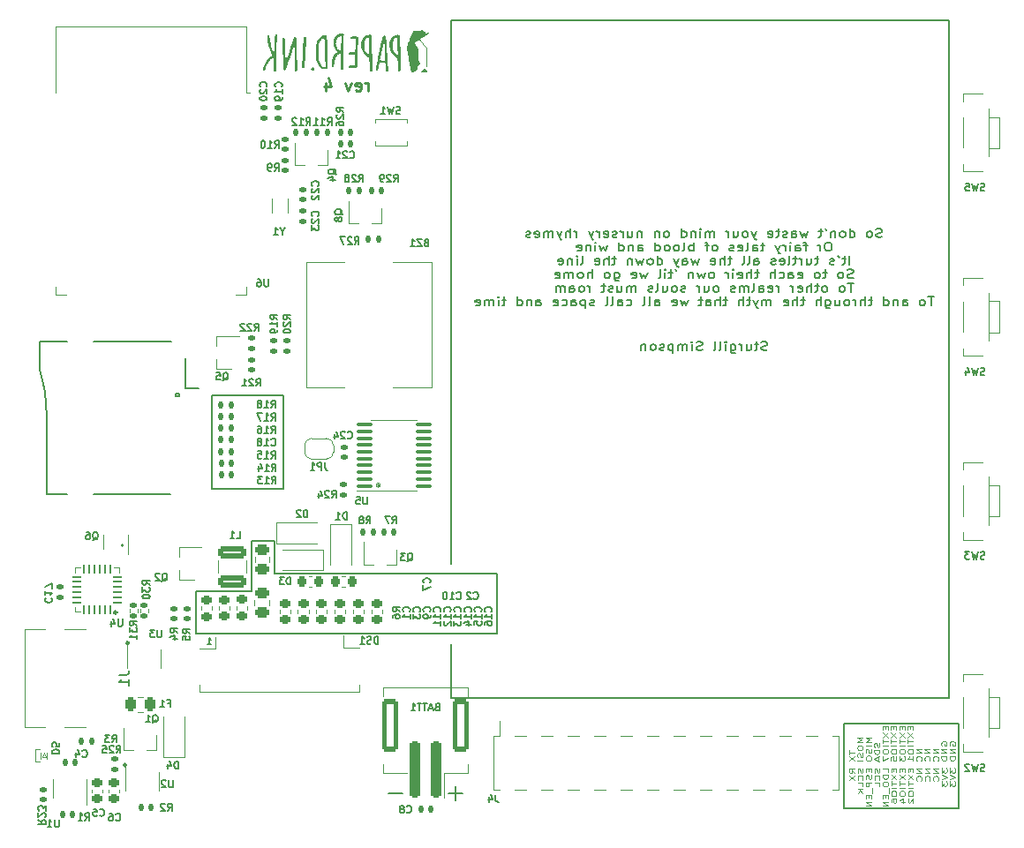
<source format=gbo>
G04 #@! TF.GenerationSoftware,KiCad,Pcbnew,(6.0.2)*
G04 #@! TF.CreationDate,2022-07-18T21:19:01-05:00*
G04 #@! TF.ProjectId,paperd_ink_rev4,70617065-7264-45f6-996e-6b5f72657634,rev?*
G04 #@! TF.SameCoordinates,Original*
G04 #@! TF.FileFunction,Legend,Bot*
G04 #@! TF.FilePolarity,Positive*
%FSLAX46Y46*%
G04 Gerber Fmt 4.6, Leading zero omitted, Abs format (unit mm)*
G04 Created by KiCad (PCBNEW (6.0.2)) date 2022-07-18 21:19:01*
%MOMM*%
%LPD*%
G01*
G04 APERTURE LIST*
G04 Aperture macros list*
%AMRoundRect*
0 Rectangle with rounded corners*
0 $1 Rounding radius*
0 $2 $3 $4 $5 $6 $7 $8 $9 X,Y pos of 4 corners*
0 Add a 4 corners polygon primitive as box body*
4,1,4,$2,$3,$4,$5,$6,$7,$8,$9,$2,$3,0*
0 Add four circle primitives for the rounded corners*
1,1,$1+$1,$2,$3*
1,1,$1+$1,$4,$5*
1,1,$1+$1,$6,$7*
1,1,$1+$1,$8,$9*
0 Add four rect primitives between the rounded corners*
20,1,$1+$1,$2,$3,$4,$5,0*
20,1,$1+$1,$4,$5,$6,$7,0*
20,1,$1+$1,$6,$7,$8,$9,0*
20,1,$1+$1,$8,$9,$2,$3,0*%
%AMFreePoly0*
4,1,22,0.500000,-0.750000,0.000000,-0.750000,0.000000,-0.745033,-0.079941,-0.743568,-0.215256,-0.701293,-0.333266,-0.622738,-0.424486,-0.514219,-0.481581,-0.384460,-0.499164,-0.250000,-0.500000,-0.250000,-0.500000,0.250000,-0.499164,0.250000,-0.499963,0.256109,-0.478152,0.396186,-0.417904,0.524511,-0.324060,0.630769,-0.204165,0.706417,-0.067858,0.745374,0.000000,0.744959,0.000000,0.750000,
0.500000,0.750000,0.500000,-0.750000,0.500000,-0.750000,$1*%
%AMFreePoly1*
4,1,20,0.000000,0.744959,0.073905,0.744508,0.209726,0.703889,0.328688,0.626782,0.421226,0.519385,0.479903,0.390333,0.500000,0.250000,0.500000,-0.250000,0.499851,-0.262216,0.476331,-0.402017,0.414519,-0.529596,0.319384,-0.634700,0.198574,-0.708877,0.061801,-0.746166,0.000000,-0.745033,0.000000,-0.750000,-0.500000,-0.750000,-0.500000,0.750000,0.000000,0.750000,0.000000,0.744959,
0.000000,0.744959,$1*%
G04 Aperture macros list end*
%ADD10C,0.152400*%
%ADD11C,0.150000*%
%ADD12C,0.125000*%
%ADD13C,0.220000*%
%ADD14C,0.120000*%
%ADD15C,0.236918*%
%ADD16C,0.252354*%
%ADD17C,0.290217*%
%ADD18C,0.210000*%
%ADD19RoundRect,0.147500X-0.172500X0.147500X-0.172500X-0.147500X0.172500X-0.147500X0.172500X0.147500X0*%
%ADD20R,1.200000X0.900000*%
%ADD21R,0.800000X0.900000*%
%ADD22RoundRect,0.218750X0.256250X-0.218750X0.256250X0.218750X-0.256250X0.218750X-0.256250X-0.218750X0*%
%ADD23R,0.900000X1.200000*%
%ADD24RoundRect,0.250000X0.250000X2.500000X-0.250000X2.500000X-0.250000X-2.500000X0.250000X-2.500000X0*%
%ADD25RoundRect,0.249600X0.550400X2.250400X-0.550400X2.250400X-0.550400X-2.250400X0.550400X-2.250400X0*%
%ADD26RoundRect,0.218750X-0.218750X-0.256250X0.218750X-0.256250X0.218750X0.256250X-0.218750X0.256250X0*%
%ADD27R,0.300000X1.300000*%
%ADD28R,2.200000X3.300000*%
%ADD29RoundRect,0.250000X1.075000X-0.375000X1.075000X0.375000X-1.075000X0.375000X-1.075000X-0.375000X0*%
%ADD30R,2.000000X0.900000*%
%ADD31R,0.900000X2.000000*%
%ADD32R,5.000000X5.000000*%
%ADD33RoundRect,0.243750X0.456250X-0.243750X0.456250X0.243750X-0.456250X0.243750X-0.456250X-0.243750X0*%
%ADD34RoundRect,0.147500X0.172500X-0.147500X0.172500X0.147500X-0.172500X0.147500X-0.172500X-0.147500X0*%
%ADD35RoundRect,0.147500X-0.147500X-0.172500X0.147500X-0.172500X0.147500X0.172500X-0.147500X0.172500X0*%
%ADD36R,1.800000X1.000000*%
%ADD37R,0.900000X0.800000*%
%ADD38C,1.000000*%
%ADD39R,1.600000X0.700000*%
%ADD40R,2.200000X1.200000*%
%ADD41R,1.500000X1.600000*%
%ADD42R,1.500000X1.200000*%
%ADD43RoundRect,0.147500X0.147500X0.172500X-0.147500X0.172500X-0.147500X-0.172500X0.147500X-0.172500X0*%
%ADD44R,0.650000X1.060000*%
%ADD45RoundRect,0.225000X0.250000X-0.225000X0.250000X0.225000X-0.250000X0.225000X-0.250000X-0.225000X0*%
%ADD46C,0.650000*%
%ADD47R,1.450000X0.600000*%
%ADD48R,1.450000X0.300000*%
%ADD49O,1.600000X1.000000*%
%ADD50O,2.100000X1.000000*%
%ADD51R,2.600000X2.600000*%
%ADD52RoundRect,0.062500X0.350000X-0.062500X0.350000X0.062500X-0.350000X0.062500X-0.350000X-0.062500X0*%
%ADD53RoundRect,0.062500X0.062500X-0.350000X0.062500X0.350000X-0.062500X0.350000X-0.062500X-0.350000X0*%
%ADD54R,0.400000X0.650000*%
%ADD55C,0.700000*%
%ADD56R,0.650000X1.800000*%
%ADD57R,4.600000X1.600000*%
%ADD58RoundRect,0.100000X-0.637500X-0.100000X0.637500X-0.100000X0.637500X0.100000X-0.637500X0.100000X0*%
%ADD59R,1.000000X3.150000*%
%ADD60FreePoly0,0.000000*%
%ADD61FreePoly1,0.000000*%
%ADD62RoundRect,0.218750X-0.256250X0.218750X-0.256250X-0.218750X0.256250X-0.218750X0.256250X0.218750X0*%
%ADD63RoundRect,0.135000X-0.185000X0.135000X-0.185000X-0.135000X0.185000X-0.135000X0.185000X0.135000X0*%
%ADD64C,1.448000*%
%ADD65RoundRect,0.243750X-0.243750X-0.456250X0.243750X-0.456250X0.243750X0.456250X-0.243750X0.456250X0*%
%ADD66C,0.750000*%
%ADD67R,0.800000X1.450000*%
%ADD68R,1.000000X1.100000*%
%ADD69R,0.700000X0.700000*%
G04 APERTURE END LIST*
D10*
X189655000Y-127680000D02*
X189655000Y-62680000D01*
X189655000Y-127680000D02*
X141935000Y-127680000D01*
X189655000Y-62680000D02*
X141935000Y-62680000D01*
X141935000Y-127680000D02*
X141935000Y-122520000D01*
D11*
X135935000Y-136780000D02*
X137285000Y-136780000D01*
D10*
X122765000Y-112620000D02*
X124965000Y-112620000D01*
X117465000Y-121520000D02*
X117465000Y-117420000D01*
X118965000Y-107620000D02*
X125865000Y-107620000D01*
X141935000Y-114770000D02*
X141935000Y-62680000D01*
X179615000Y-130090000D02*
X179615000Y-138240000D01*
X122765000Y-117420000D02*
X122765000Y-112620000D01*
X125865000Y-107620000D02*
X125865000Y-98620000D01*
D11*
X142360000Y-136105000D02*
X142360000Y-137455000D01*
D10*
X190615000Y-138240000D02*
X190615000Y-130090000D01*
X117465000Y-117420000D02*
X122765000Y-117420000D01*
X118965000Y-98620000D02*
X118965000Y-107620000D01*
D11*
X141685000Y-136780000D02*
X143035000Y-136780000D01*
D10*
X190615000Y-130090000D02*
X179615000Y-130090000D01*
X179615000Y-138240000D02*
X190615000Y-138240000D01*
X146315000Y-115770000D02*
X146315000Y-121520000D01*
X146315000Y-121520000D02*
X117465000Y-121520000D01*
X125865000Y-98620000D02*
X118965000Y-98620000D01*
X124965000Y-115770000D02*
X146315000Y-115770000D01*
X124965000Y-112620000D02*
X124965000Y-115770000D01*
X172256428Y-94258990D02*
X172113571Y-94297695D01*
X171875476Y-94297695D01*
X171780238Y-94258990D01*
X171732619Y-94220285D01*
X171685000Y-94142876D01*
X171685000Y-94065466D01*
X171732619Y-93988057D01*
X171780238Y-93949352D01*
X171875476Y-93910647D01*
X172065952Y-93871942D01*
X172161190Y-93833238D01*
X172208809Y-93794533D01*
X172256428Y-93717123D01*
X172256428Y-93639714D01*
X172208809Y-93562304D01*
X172161190Y-93523600D01*
X172065952Y-93484895D01*
X171827857Y-93484895D01*
X171685000Y-93523600D01*
X171399285Y-93755828D02*
X171018333Y-93755828D01*
X171256428Y-93484895D02*
X171256428Y-94181580D01*
X171208809Y-94258990D01*
X171113571Y-94297695D01*
X171018333Y-94297695D01*
X170256428Y-93755828D02*
X170256428Y-94297695D01*
X170685000Y-93755828D02*
X170685000Y-94181580D01*
X170637380Y-94258990D01*
X170542142Y-94297695D01*
X170399285Y-94297695D01*
X170304047Y-94258990D01*
X170256428Y-94220285D01*
X169780238Y-94297695D02*
X169780238Y-93755828D01*
X169780238Y-93910647D02*
X169732619Y-93833238D01*
X169685000Y-93794533D01*
X169589761Y-93755828D01*
X169494523Y-93755828D01*
X168732619Y-93755828D02*
X168732619Y-94413809D01*
X168780238Y-94491219D01*
X168827857Y-94529923D01*
X168923095Y-94568628D01*
X169065952Y-94568628D01*
X169161190Y-94529923D01*
X168732619Y-94258990D02*
X168827857Y-94297695D01*
X169018333Y-94297695D01*
X169113571Y-94258990D01*
X169161190Y-94220285D01*
X169208809Y-94142876D01*
X169208809Y-93910647D01*
X169161190Y-93833238D01*
X169113571Y-93794533D01*
X169018333Y-93755828D01*
X168827857Y-93755828D01*
X168732619Y-93794533D01*
X168256428Y-94297695D02*
X168256428Y-93755828D01*
X168256428Y-93484895D02*
X168304047Y-93523600D01*
X168256428Y-93562304D01*
X168208809Y-93523600D01*
X168256428Y-93484895D01*
X168256428Y-93562304D01*
X167637380Y-94297695D02*
X167732619Y-94258990D01*
X167780238Y-94181580D01*
X167780238Y-93484895D01*
X167113571Y-94297695D02*
X167208809Y-94258990D01*
X167256428Y-94181580D01*
X167256428Y-93484895D01*
X166018333Y-94258990D02*
X165875476Y-94297695D01*
X165637380Y-94297695D01*
X165542142Y-94258990D01*
X165494523Y-94220285D01*
X165446904Y-94142876D01*
X165446904Y-94065466D01*
X165494523Y-93988057D01*
X165542142Y-93949352D01*
X165637380Y-93910647D01*
X165827857Y-93871942D01*
X165923095Y-93833238D01*
X165970714Y-93794533D01*
X166018333Y-93717123D01*
X166018333Y-93639714D01*
X165970714Y-93562304D01*
X165923095Y-93523600D01*
X165827857Y-93484895D01*
X165589761Y-93484895D01*
X165446904Y-93523600D01*
X165018333Y-94297695D02*
X165018333Y-93755828D01*
X165018333Y-93484895D02*
X165065952Y-93523600D01*
X165018333Y-93562304D01*
X164970714Y-93523600D01*
X165018333Y-93484895D01*
X165018333Y-93562304D01*
X164542142Y-94297695D02*
X164542142Y-93755828D01*
X164542142Y-93833238D02*
X164494523Y-93794533D01*
X164399285Y-93755828D01*
X164256428Y-93755828D01*
X164161190Y-93794533D01*
X164113571Y-93871942D01*
X164113571Y-94297695D01*
X164113571Y-93871942D02*
X164065952Y-93794533D01*
X163970714Y-93755828D01*
X163827857Y-93755828D01*
X163732619Y-93794533D01*
X163685000Y-93871942D01*
X163685000Y-94297695D01*
X163208809Y-93755828D02*
X163208809Y-94568628D01*
X163208809Y-93794533D02*
X163113571Y-93755828D01*
X162923095Y-93755828D01*
X162827857Y-93794533D01*
X162780238Y-93833238D01*
X162732619Y-93910647D01*
X162732619Y-94142876D01*
X162780238Y-94220285D01*
X162827857Y-94258990D01*
X162923095Y-94297695D01*
X163113571Y-94297695D01*
X163208809Y-94258990D01*
X162351666Y-94258990D02*
X162256428Y-94297695D01*
X162065952Y-94297695D01*
X161970714Y-94258990D01*
X161923095Y-94181580D01*
X161923095Y-94142876D01*
X161970714Y-94065466D01*
X162065952Y-94026761D01*
X162208809Y-94026761D01*
X162304047Y-93988057D01*
X162351666Y-93910647D01*
X162351666Y-93871942D01*
X162304047Y-93794533D01*
X162208809Y-93755828D01*
X162065952Y-93755828D01*
X161970714Y-93794533D01*
X161351666Y-94297695D02*
X161446904Y-94258990D01*
X161494523Y-94220285D01*
X161542142Y-94142876D01*
X161542142Y-93910647D01*
X161494523Y-93833238D01*
X161446904Y-93794533D01*
X161351666Y-93755828D01*
X161208809Y-93755828D01*
X161113571Y-93794533D01*
X161065952Y-93833238D01*
X161018333Y-93910647D01*
X161018333Y-94142876D01*
X161065952Y-94220285D01*
X161113571Y-94258990D01*
X161208809Y-94297695D01*
X161351666Y-94297695D01*
X160589761Y-93755828D02*
X160589761Y-94297695D01*
X160589761Y-93833238D02*
X160542142Y-93794533D01*
X160446904Y-93755828D01*
X160304047Y-93755828D01*
X160208809Y-93794533D01*
X160161190Y-93871942D01*
X160161190Y-94297695D01*
D12*
X180611190Y-134857916D02*
X180373095Y-134624583D01*
X180611190Y-134457916D02*
X180111190Y-134457916D01*
X180111190Y-134724583D01*
X180135000Y-134791250D01*
X180158809Y-134824583D01*
X180206428Y-134857916D01*
X180277857Y-134857916D01*
X180325476Y-134824583D01*
X180349285Y-134791250D01*
X180373095Y-134724583D01*
X180373095Y-134457916D01*
X180111190Y-135091250D02*
X180611190Y-135557916D01*
X180111190Y-135557916D02*
X180611190Y-135091250D01*
X181392380Y-134424583D02*
X181416190Y-134524583D01*
X181416190Y-134691250D01*
X181392380Y-134757916D01*
X181368571Y-134791250D01*
X181320952Y-134824583D01*
X181273333Y-134824583D01*
X181225714Y-134791250D01*
X181201904Y-134757916D01*
X181178095Y-134691250D01*
X181154285Y-134557916D01*
X181130476Y-134491250D01*
X181106666Y-134457916D01*
X181059047Y-134424583D01*
X181011428Y-134424583D01*
X180963809Y-134457916D01*
X180940000Y-134491250D01*
X180916190Y-134557916D01*
X180916190Y-134724583D01*
X180940000Y-134824583D01*
X181368571Y-135524583D02*
X181392380Y-135491250D01*
X181416190Y-135391250D01*
X181416190Y-135324583D01*
X181392380Y-135224583D01*
X181344761Y-135157916D01*
X181297142Y-135124583D01*
X181201904Y-135091250D01*
X181130476Y-135091250D01*
X181035238Y-135124583D01*
X180987619Y-135157916D01*
X180940000Y-135224583D01*
X180916190Y-135324583D01*
X180916190Y-135391250D01*
X180940000Y-135491250D01*
X180963809Y-135524583D01*
X181416190Y-136157916D02*
X181416190Y-135824583D01*
X180916190Y-135824583D01*
X181416190Y-136391250D02*
X180916190Y-136391250D01*
X181416190Y-136791250D02*
X181130476Y-136491250D01*
X180916190Y-136791250D02*
X181201904Y-136391250D01*
X181959285Y-134457916D02*
X181959285Y-134691250D01*
X182221190Y-134791250D02*
X182221190Y-134457916D01*
X181721190Y-134457916D01*
X181721190Y-134791250D01*
X182197380Y-135057916D02*
X182221190Y-135157916D01*
X182221190Y-135324583D01*
X182197380Y-135391250D01*
X182173571Y-135424583D01*
X182125952Y-135457916D01*
X182078333Y-135457916D01*
X182030714Y-135424583D01*
X182006904Y-135391250D01*
X181983095Y-135324583D01*
X181959285Y-135191250D01*
X181935476Y-135124583D01*
X181911666Y-135091250D01*
X181864047Y-135057916D01*
X181816428Y-135057916D01*
X181768809Y-135091250D01*
X181745000Y-135124583D01*
X181721190Y-135191250D01*
X181721190Y-135357916D01*
X181745000Y-135457916D01*
X182221190Y-135757916D02*
X181721190Y-135757916D01*
X181721190Y-136024583D01*
X181745000Y-136091250D01*
X181768809Y-136124583D01*
X181816428Y-136157916D01*
X181887857Y-136157916D01*
X181935476Y-136124583D01*
X181959285Y-136091250D01*
X181983095Y-136024583D01*
X181983095Y-135757916D01*
X182268809Y-136291250D02*
X182268809Y-136824583D01*
X181959285Y-136991250D02*
X181959285Y-137224583D01*
X182221190Y-137324583D02*
X182221190Y-136991250D01*
X181721190Y-136991250D01*
X181721190Y-137324583D01*
X182221190Y-137624583D02*
X181721190Y-137624583D01*
X182221190Y-138024583D01*
X181721190Y-138024583D01*
X183002380Y-134424583D02*
X183026190Y-134524583D01*
X183026190Y-134691250D01*
X183002380Y-134757916D01*
X182978571Y-134791250D01*
X182930952Y-134824583D01*
X182883333Y-134824583D01*
X182835714Y-134791250D01*
X182811904Y-134757916D01*
X182788095Y-134691250D01*
X182764285Y-134557916D01*
X182740476Y-134491250D01*
X182716666Y-134457916D01*
X182669047Y-134424583D01*
X182621428Y-134424583D01*
X182573809Y-134457916D01*
X182550000Y-134491250D01*
X182526190Y-134557916D01*
X182526190Y-134724583D01*
X182550000Y-134824583D01*
X182978571Y-135524583D02*
X183002380Y-135491250D01*
X183026190Y-135391250D01*
X183026190Y-135324583D01*
X183002380Y-135224583D01*
X182954761Y-135157916D01*
X182907142Y-135124583D01*
X182811904Y-135091250D01*
X182740476Y-135091250D01*
X182645238Y-135124583D01*
X182597619Y-135157916D01*
X182550000Y-135224583D01*
X182526190Y-135324583D01*
X182526190Y-135391250D01*
X182550000Y-135491250D01*
X182573809Y-135524583D01*
X183026190Y-136157916D02*
X183026190Y-135824583D01*
X182526190Y-135824583D01*
X183831190Y-134791250D02*
X183831190Y-134457916D01*
X183331190Y-134457916D01*
X183831190Y-135024583D02*
X183331190Y-135024583D01*
X183331190Y-135191250D01*
X183355000Y-135291250D01*
X183402619Y-135357916D01*
X183450238Y-135391250D01*
X183545476Y-135424583D01*
X183616904Y-135424583D01*
X183712142Y-135391250D01*
X183759761Y-135357916D01*
X183807380Y-135291250D01*
X183831190Y-135191250D01*
X183831190Y-135024583D01*
X183331190Y-135857916D02*
X183331190Y-135991250D01*
X183355000Y-136057916D01*
X183402619Y-136124583D01*
X183497857Y-136157916D01*
X183664523Y-136157916D01*
X183759761Y-136124583D01*
X183807380Y-136057916D01*
X183831190Y-135991250D01*
X183831190Y-135857916D01*
X183807380Y-135791250D01*
X183759761Y-135724583D01*
X183664523Y-135691250D01*
X183497857Y-135691250D01*
X183402619Y-135724583D01*
X183355000Y-135791250D01*
X183331190Y-135857916D01*
X183878809Y-136291250D02*
X183878809Y-136824583D01*
X183569285Y-136991250D02*
X183569285Y-137224583D01*
X183831190Y-137324583D02*
X183831190Y-136991250D01*
X183331190Y-136991250D01*
X183331190Y-137324583D01*
X183831190Y-137624583D02*
X183331190Y-137624583D01*
X183831190Y-138024583D01*
X183331190Y-138024583D01*
X184374285Y-134457916D02*
X184374285Y-134691250D01*
X184636190Y-134791250D02*
X184636190Y-134457916D01*
X184136190Y-134457916D01*
X184136190Y-134791250D01*
X184136190Y-135024583D02*
X184636190Y-135491250D01*
X184136190Y-135491250D02*
X184636190Y-135024583D01*
X184136190Y-135657916D02*
X184136190Y-136057916D01*
X184636190Y-135857916D02*
X184136190Y-135857916D01*
X184636190Y-136291250D02*
X184136190Y-136291250D01*
X184136190Y-136757916D02*
X184136190Y-136891250D01*
X184160000Y-136957916D01*
X184207619Y-137024583D01*
X184302857Y-137057916D01*
X184469523Y-137057916D01*
X184564761Y-137024583D01*
X184612380Y-136957916D01*
X184636190Y-136891250D01*
X184636190Y-136757916D01*
X184612380Y-136691250D01*
X184564761Y-136624583D01*
X184469523Y-136591250D01*
X184302857Y-136591250D01*
X184207619Y-136624583D01*
X184160000Y-136691250D01*
X184136190Y-136757916D01*
X184136190Y-137657916D02*
X184136190Y-137524583D01*
X184160000Y-137457916D01*
X184183809Y-137424583D01*
X184255238Y-137357916D01*
X184350476Y-137324583D01*
X184540952Y-137324583D01*
X184588571Y-137357916D01*
X184612380Y-137391250D01*
X184636190Y-137457916D01*
X184636190Y-137591250D01*
X184612380Y-137657916D01*
X184588571Y-137691250D01*
X184540952Y-137724583D01*
X184421904Y-137724583D01*
X184374285Y-137691250D01*
X184350476Y-137657916D01*
X184326666Y-137591250D01*
X184326666Y-137457916D01*
X184350476Y-137391250D01*
X184374285Y-137357916D01*
X184421904Y-137324583D01*
X185179285Y-134457916D02*
X185179285Y-134691250D01*
X185441190Y-134791250D02*
X185441190Y-134457916D01*
X184941190Y-134457916D01*
X184941190Y-134791250D01*
X184941190Y-135024583D02*
X185441190Y-135491250D01*
X184941190Y-135491250D02*
X185441190Y-135024583D01*
X184941190Y-135657916D02*
X184941190Y-136057916D01*
X185441190Y-135857916D02*
X184941190Y-135857916D01*
X185441190Y-136291250D02*
X184941190Y-136291250D01*
X184941190Y-136757916D02*
X184941190Y-136891250D01*
X184965000Y-136957916D01*
X185012619Y-137024583D01*
X185107857Y-137057916D01*
X185274523Y-137057916D01*
X185369761Y-137024583D01*
X185417380Y-136957916D01*
X185441190Y-136891250D01*
X185441190Y-136757916D01*
X185417380Y-136691250D01*
X185369761Y-136624583D01*
X185274523Y-136591250D01*
X185107857Y-136591250D01*
X185012619Y-136624583D01*
X184965000Y-136691250D01*
X184941190Y-136757916D01*
X185107857Y-137657916D02*
X185441190Y-137657916D01*
X184917380Y-137491250D02*
X185274523Y-137324583D01*
X185274523Y-137757916D01*
X185984285Y-134457916D02*
X185984285Y-134691250D01*
X186246190Y-134791250D02*
X186246190Y-134457916D01*
X185746190Y-134457916D01*
X185746190Y-134791250D01*
X185746190Y-135024583D02*
X186246190Y-135491250D01*
X185746190Y-135491250D02*
X186246190Y-135024583D01*
X185746190Y-135657916D02*
X185746190Y-136057916D01*
X186246190Y-135857916D02*
X185746190Y-135857916D01*
X186246190Y-136291250D02*
X185746190Y-136291250D01*
X185746190Y-136757916D02*
X185746190Y-136891250D01*
X185770000Y-136957916D01*
X185817619Y-137024583D01*
X185912857Y-137057916D01*
X186079523Y-137057916D01*
X186174761Y-137024583D01*
X186222380Y-136957916D01*
X186246190Y-136891250D01*
X186246190Y-136757916D01*
X186222380Y-136691250D01*
X186174761Y-136624583D01*
X186079523Y-136591250D01*
X185912857Y-136591250D01*
X185817619Y-136624583D01*
X185770000Y-136691250D01*
X185746190Y-136757916D01*
X185793809Y-137324583D02*
X185770000Y-137357916D01*
X185746190Y-137424583D01*
X185746190Y-137591250D01*
X185770000Y-137657916D01*
X185793809Y-137691250D01*
X185841428Y-137724583D01*
X185889047Y-137724583D01*
X185960476Y-137691250D01*
X186246190Y-137291250D01*
X186246190Y-137724583D01*
X187051190Y-134457916D02*
X186551190Y-134457916D01*
X187051190Y-134857916D01*
X186551190Y-134857916D01*
X187003571Y-135591250D02*
X187027380Y-135557916D01*
X187051190Y-135457916D01*
X187051190Y-135391250D01*
X187027380Y-135291250D01*
X186979761Y-135224583D01*
X186932142Y-135191250D01*
X186836904Y-135157916D01*
X186765476Y-135157916D01*
X186670238Y-135191250D01*
X186622619Y-135224583D01*
X186575000Y-135291250D01*
X186551190Y-135391250D01*
X186551190Y-135457916D01*
X186575000Y-135557916D01*
X186598809Y-135591250D01*
X187856190Y-134457916D02*
X187356190Y-134457916D01*
X187856190Y-134857916D01*
X187356190Y-134857916D01*
X187808571Y-135591250D02*
X187832380Y-135557916D01*
X187856190Y-135457916D01*
X187856190Y-135391250D01*
X187832380Y-135291250D01*
X187784761Y-135224583D01*
X187737142Y-135191250D01*
X187641904Y-135157916D01*
X187570476Y-135157916D01*
X187475238Y-135191250D01*
X187427619Y-135224583D01*
X187380000Y-135291250D01*
X187356190Y-135391250D01*
X187356190Y-135457916D01*
X187380000Y-135557916D01*
X187403809Y-135591250D01*
X188661190Y-134457916D02*
X188161190Y-134457916D01*
X188661190Y-134857916D01*
X188161190Y-134857916D01*
X188613571Y-135591250D02*
X188637380Y-135557916D01*
X188661190Y-135457916D01*
X188661190Y-135391250D01*
X188637380Y-135291250D01*
X188589761Y-135224583D01*
X188542142Y-135191250D01*
X188446904Y-135157916D01*
X188375476Y-135157916D01*
X188280238Y-135191250D01*
X188232619Y-135224583D01*
X188185000Y-135291250D01*
X188161190Y-135391250D01*
X188161190Y-135457916D01*
X188185000Y-135557916D01*
X188208809Y-135591250D01*
X188966190Y-134391250D02*
X188966190Y-134824583D01*
X189156666Y-134591250D01*
X189156666Y-134691250D01*
X189180476Y-134757916D01*
X189204285Y-134791250D01*
X189251904Y-134824583D01*
X189370952Y-134824583D01*
X189418571Y-134791250D01*
X189442380Y-134757916D01*
X189466190Y-134691250D01*
X189466190Y-134491250D01*
X189442380Y-134424583D01*
X189418571Y-134391250D01*
X188966190Y-135024583D02*
X189466190Y-135257916D01*
X188966190Y-135491250D01*
X188966190Y-135657916D02*
X188966190Y-136091250D01*
X189156666Y-135857916D01*
X189156666Y-135957916D01*
X189180476Y-136024583D01*
X189204285Y-136057916D01*
X189251904Y-136091250D01*
X189370952Y-136091250D01*
X189418571Y-136057916D01*
X189442380Y-136024583D01*
X189466190Y-135957916D01*
X189466190Y-135757916D01*
X189442380Y-135691250D01*
X189418571Y-135657916D01*
X189771190Y-134391250D02*
X189771190Y-134824583D01*
X189961666Y-134591250D01*
X189961666Y-134691250D01*
X189985476Y-134757916D01*
X190009285Y-134791250D01*
X190056904Y-134824583D01*
X190175952Y-134824583D01*
X190223571Y-134791250D01*
X190247380Y-134757916D01*
X190271190Y-134691250D01*
X190271190Y-134491250D01*
X190247380Y-134424583D01*
X190223571Y-134391250D01*
X189771190Y-135024583D02*
X190271190Y-135257916D01*
X189771190Y-135491250D01*
X189771190Y-135657916D02*
X189771190Y-136091250D01*
X189961666Y-135857916D01*
X189961666Y-135957916D01*
X189985476Y-136024583D01*
X190009285Y-136057916D01*
X190056904Y-136091250D01*
X190175952Y-136091250D01*
X190223571Y-136057916D01*
X190247380Y-136024583D01*
X190271190Y-135957916D01*
X190271190Y-135757916D01*
X190247380Y-135691250D01*
X190223571Y-135657916D01*
D13*
X133989098Y-69422857D02*
X133989098Y-68622857D01*
X133989098Y-68851428D02*
X133931955Y-68737142D01*
X133874812Y-68680000D01*
X133760526Y-68622857D01*
X133646241Y-68622857D01*
X132789098Y-69365714D02*
X132903384Y-69422857D01*
X133131955Y-69422857D01*
X133246241Y-69365714D01*
X133303384Y-69251428D01*
X133303384Y-68794285D01*
X133246241Y-68680000D01*
X133131955Y-68622857D01*
X132903384Y-68622857D01*
X132789098Y-68680000D01*
X132731955Y-68794285D01*
X132731955Y-68908571D01*
X133303384Y-69022857D01*
X132331955Y-68622857D02*
X132046241Y-69422857D01*
X131760526Y-68622857D01*
X129874812Y-68622857D02*
X129874812Y-69422857D01*
X130160526Y-68165714D02*
X130446241Y-69022857D01*
X129703384Y-69022857D01*
D12*
X180101190Y-132675416D02*
X180101190Y-133075416D01*
X180601190Y-132875416D02*
X180101190Y-132875416D01*
X180101190Y-133242083D02*
X180601190Y-133708750D01*
X180101190Y-133708750D02*
X180601190Y-133242083D01*
X181406190Y-131442083D02*
X180906190Y-131442083D01*
X181263333Y-131675416D01*
X180906190Y-131908750D01*
X181406190Y-131908750D01*
X180906190Y-132375416D02*
X180906190Y-132508750D01*
X180930000Y-132575416D01*
X180977619Y-132642083D01*
X181072857Y-132675416D01*
X181239523Y-132675416D01*
X181334761Y-132642083D01*
X181382380Y-132575416D01*
X181406190Y-132508750D01*
X181406190Y-132375416D01*
X181382380Y-132308750D01*
X181334761Y-132242083D01*
X181239523Y-132208750D01*
X181072857Y-132208750D01*
X180977619Y-132242083D01*
X180930000Y-132308750D01*
X180906190Y-132375416D01*
X181382380Y-132942083D02*
X181406190Y-133042083D01*
X181406190Y-133208750D01*
X181382380Y-133275416D01*
X181358571Y-133308750D01*
X181310952Y-133342083D01*
X181263333Y-133342083D01*
X181215714Y-133308750D01*
X181191904Y-133275416D01*
X181168095Y-133208750D01*
X181144285Y-133075416D01*
X181120476Y-133008750D01*
X181096666Y-132975416D01*
X181049047Y-132942083D01*
X181001428Y-132942083D01*
X180953809Y-132975416D01*
X180930000Y-133008750D01*
X180906190Y-133075416D01*
X180906190Y-133242083D01*
X180930000Y-133342083D01*
X181406190Y-133642083D02*
X180906190Y-133642083D01*
X182211190Y-131442083D02*
X181711190Y-131442083D01*
X182068333Y-131675416D01*
X181711190Y-131908750D01*
X182211190Y-131908750D01*
X182211190Y-132242083D02*
X181711190Y-132242083D01*
X182187380Y-132542083D02*
X182211190Y-132642083D01*
X182211190Y-132808750D01*
X182187380Y-132875416D01*
X182163571Y-132908750D01*
X182115952Y-132942083D01*
X182068333Y-132942083D01*
X182020714Y-132908750D01*
X181996904Y-132875416D01*
X181973095Y-132808750D01*
X181949285Y-132675416D01*
X181925476Y-132608750D01*
X181901666Y-132575416D01*
X181854047Y-132542083D01*
X181806428Y-132542083D01*
X181758809Y-132575416D01*
X181735000Y-132608750D01*
X181711190Y-132675416D01*
X181711190Y-132842083D01*
X181735000Y-132942083D01*
X181711190Y-133375416D02*
X181711190Y-133508750D01*
X181735000Y-133575416D01*
X181782619Y-133642083D01*
X181877857Y-133675416D01*
X182044523Y-133675416D01*
X182139761Y-133642083D01*
X182187380Y-133575416D01*
X182211190Y-133508750D01*
X182211190Y-133375416D01*
X182187380Y-133308750D01*
X182139761Y-133242083D01*
X182044523Y-133208750D01*
X181877857Y-133208750D01*
X181782619Y-133242083D01*
X181735000Y-133308750D01*
X181711190Y-133375416D01*
X182992380Y-131975416D02*
X183016190Y-132075416D01*
X183016190Y-132242083D01*
X182992380Y-132308750D01*
X182968571Y-132342083D01*
X182920952Y-132375416D01*
X182873333Y-132375416D01*
X182825714Y-132342083D01*
X182801904Y-132308750D01*
X182778095Y-132242083D01*
X182754285Y-132108750D01*
X182730476Y-132042083D01*
X182706666Y-132008750D01*
X182659047Y-131975416D01*
X182611428Y-131975416D01*
X182563809Y-132008750D01*
X182540000Y-132042083D01*
X182516190Y-132108750D01*
X182516190Y-132275416D01*
X182540000Y-132375416D01*
X183016190Y-132675416D02*
X182516190Y-132675416D01*
X182516190Y-132842083D01*
X182540000Y-132942083D01*
X182587619Y-133008750D01*
X182635238Y-133042083D01*
X182730476Y-133075416D01*
X182801904Y-133075416D01*
X182897142Y-133042083D01*
X182944761Y-133008750D01*
X182992380Y-132942083D01*
X183016190Y-132842083D01*
X183016190Y-132675416D01*
X182873333Y-133342083D02*
X182873333Y-133675416D01*
X183016190Y-133275416D02*
X182516190Y-133508750D01*
X183016190Y-133742083D01*
X183559285Y-130408750D02*
X183559285Y-130642083D01*
X183821190Y-130742083D02*
X183821190Y-130408750D01*
X183321190Y-130408750D01*
X183321190Y-130742083D01*
X183321190Y-130975416D02*
X183821190Y-131442083D01*
X183321190Y-131442083D02*
X183821190Y-130975416D01*
X183321190Y-131608750D02*
X183321190Y-132008750D01*
X183821190Y-131808750D02*
X183321190Y-131808750D01*
X183821190Y-132242083D02*
X183321190Y-132242083D01*
X183321190Y-132708750D02*
X183321190Y-132842083D01*
X183345000Y-132908750D01*
X183392619Y-132975416D01*
X183487857Y-133008750D01*
X183654523Y-133008750D01*
X183749761Y-132975416D01*
X183797380Y-132908750D01*
X183821190Y-132842083D01*
X183821190Y-132708750D01*
X183797380Y-132642083D01*
X183749761Y-132575416D01*
X183654523Y-132542083D01*
X183487857Y-132542083D01*
X183392619Y-132575416D01*
X183345000Y-132642083D01*
X183321190Y-132708750D01*
X183321190Y-133242083D02*
X183321190Y-133708750D01*
X183821190Y-133408750D01*
X184364285Y-130408750D02*
X184364285Y-130642083D01*
X184626190Y-130742083D02*
X184626190Y-130408750D01*
X184126190Y-130408750D01*
X184126190Y-130742083D01*
X184126190Y-130975416D02*
X184626190Y-131442083D01*
X184126190Y-131442083D02*
X184626190Y-130975416D01*
X184126190Y-131608750D02*
X184126190Y-132008750D01*
X184626190Y-131808750D02*
X184126190Y-131808750D01*
X184626190Y-132242083D02*
X184126190Y-132242083D01*
X184126190Y-132708750D02*
X184126190Y-132842083D01*
X184150000Y-132908750D01*
X184197619Y-132975416D01*
X184292857Y-133008750D01*
X184459523Y-133008750D01*
X184554761Y-132975416D01*
X184602380Y-132908750D01*
X184626190Y-132842083D01*
X184626190Y-132708750D01*
X184602380Y-132642083D01*
X184554761Y-132575416D01*
X184459523Y-132542083D01*
X184292857Y-132542083D01*
X184197619Y-132575416D01*
X184150000Y-132642083D01*
X184126190Y-132708750D01*
X184126190Y-133642083D02*
X184126190Y-133308750D01*
X184364285Y-133275416D01*
X184340476Y-133308750D01*
X184316666Y-133375416D01*
X184316666Y-133542083D01*
X184340476Y-133608750D01*
X184364285Y-133642083D01*
X184411904Y-133675416D01*
X184530952Y-133675416D01*
X184578571Y-133642083D01*
X184602380Y-133608750D01*
X184626190Y-133542083D01*
X184626190Y-133375416D01*
X184602380Y-133308750D01*
X184578571Y-133275416D01*
X185169285Y-130408750D02*
X185169285Y-130642083D01*
X185431190Y-130742083D02*
X185431190Y-130408750D01*
X184931190Y-130408750D01*
X184931190Y-130742083D01*
X184931190Y-130975416D02*
X185431190Y-131442083D01*
X184931190Y-131442083D02*
X185431190Y-130975416D01*
X184931190Y-131608750D02*
X184931190Y-132008750D01*
X185431190Y-131808750D02*
X184931190Y-131808750D01*
X185431190Y-132242083D02*
X184931190Y-132242083D01*
X184931190Y-132708750D02*
X184931190Y-132842083D01*
X184955000Y-132908750D01*
X185002619Y-132975416D01*
X185097857Y-133008750D01*
X185264523Y-133008750D01*
X185359761Y-132975416D01*
X185407380Y-132908750D01*
X185431190Y-132842083D01*
X185431190Y-132708750D01*
X185407380Y-132642083D01*
X185359761Y-132575416D01*
X185264523Y-132542083D01*
X185097857Y-132542083D01*
X185002619Y-132575416D01*
X184955000Y-132642083D01*
X184931190Y-132708750D01*
X184931190Y-133242083D02*
X184931190Y-133675416D01*
X185121666Y-133442083D01*
X185121666Y-133542083D01*
X185145476Y-133608750D01*
X185169285Y-133642083D01*
X185216904Y-133675416D01*
X185335952Y-133675416D01*
X185383571Y-133642083D01*
X185407380Y-133608750D01*
X185431190Y-133542083D01*
X185431190Y-133342083D01*
X185407380Y-133275416D01*
X185383571Y-133242083D01*
X185974285Y-130408750D02*
X185974285Y-130642083D01*
X186236190Y-130742083D02*
X186236190Y-130408750D01*
X185736190Y-130408750D01*
X185736190Y-130742083D01*
X185736190Y-130975416D02*
X186236190Y-131442083D01*
X185736190Y-131442083D02*
X186236190Y-130975416D01*
X185736190Y-131608750D02*
X185736190Y-132008750D01*
X186236190Y-131808750D02*
X185736190Y-131808750D01*
X186236190Y-132242083D02*
X185736190Y-132242083D01*
X185736190Y-132708750D02*
X185736190Y-132842083D01*
X185760000Y-132908750D01*
X185807619Y-132975416D01*
X185902857Y-133008750D01*
X186069523Y-133008750D01*
X186164761Y-132975416D01*
X186212380Y-132908750D01*
X186236190Y-132842083D01*
X186236190Y-132708750D01*
X186212380Y-132642083D01*
X186164761Y-132575416D01*
X186069523Y-132542083D01*
X185902857Y-132542083D01*
X185807619Y-132575416D01*
X185760000Y-132642083D01*
X185736190Y-132708750D01*
X186236190Y-133675416D02*
X186236190Y-133275416D01*
X186236190Y-133475416D02*
X185736190Y-133475416D01*
X185807619Y-133408750D01*
X185855238Y-133342083D01*
X185879047Y-133275416D01*
X187041190Y-132542083D02*
X186541190Y-132542083D01*
X187041190Y-132942083D01*
X186541190Y-132942083D01*
X186993571Y-133675416D02*
X187017380Y-133642083D01*
X187041190Y-133542083D01*
X187041190Y-133475416D01*
X187017380Y-133375416D01*
X186969761Y-133308750D01*
X186922142Y-133275416D01*
X186826904Y-133242083D01*
X186755476Y-133242083D01*
X186660238Y-133275416D01*
X186612619Y-133308750D01*
X186565000Y-133375416D01*
X186541190Y-133475416D01*
X186541190Y-133542083D01*
X186565000Y-133642083D01*
X186588809Y-133675416D01*
X187846190Y-132542083D02*
X187346190Y-132542083D01*
X187846190Y-132942083D01*
X187346190Y-132942083D01*
X187798571Y-133675416D02*
X187822380Y-133642083D01*
X187846190Y-133542083D01*
X187846190Y-133475416D01*
X187822380Y-133375416D01*
X187774761Y-133308750D01*
X187727142Y-133275416D01*
X187631904Y-133242083D01*
X187560476Y-133242083D01*
X187465238Y-133275416D01*
X187417619Y-133308750D01*
X187370000Y-133375416D01*
X187346190Y-133475416D01*
X187346190Y-133542083D01*
X187370000Y-133642083D01*
X187393809Y-133675416D01*
X188651190Y-132542083D02*
X188151190Y-132542083D01*
X188651190Y-132942083D01*
X188151190Y-132942083D01*
X188603571Y-133675416D02*
X188627380Y-133642083D01*
X188651190Y-133542083D01*
X188651190Y-133475416D01*
X188627380Y-133375416D01*
X188579761Y-133308750D01*
X188532142Y-133275416D01*
X188436904Y-133242083D01*
X188365476Y-133242083D01*
X188270238Y-133275416D01*
X188222619Y-133308750D01*
X188175000Y-133375416D01*
X188151190Y-133475416D01*
X188151190Y-133542083D01*
X188175000Y-133642083D01*
X188198809Y-133675416D01*
X188980000Y-132208750D02*
X188956190Y-132142083D01*
X188956190Y-132042083D01*
X188980000Y-131942083D01*
X189027619Y-131875416D01*
X189075238Y-131842083D01*
X189170476Y-131808750D01*
X189241904Y-131808750D01*
X189337142Y-131842083D01*
X189384761Y-131875416D01*
X189432380Y-131942083D01*
X189456190Y-132042083D01*
X189456190Y-132108750D01*
X189432380Y-132208750D01*
X189408571Y-132242083D01*
X189241904Y-132242083D01*
X189241904Y-132108750D01*
X189456190Y-132542083D02*
X188956190Y-132542083D01*
X189456190Y-132942083D01*
X188956190Y-132942083D01*
X189456190Y-133275416D02*
X188956190Y-133275416D01*
X188956190Y-133442083D01*
X188980000Y-133542083D01*
X189027619Y-133608750D01*
X189075238Y-133642083D01*
X189170476Y-133675416D01*
X189241904Y-133675416D01*
X189337142Y-133642083D01*
X189384761Y-133608750D01*
X189432380Y-133542083D01*
X189456190Y-133442083D01*
X189456190Y-133275416D01*
X189785000Y-132208750D02*
X189761190Y-132142083D01*
X189761190Y-132042083D01*
X189785000Y-131942083D01*
X189832619Y-131875416D01*
X189880238Y-131842083D01*
X189975476Y-131808750D01*
X190046904Y-131808750D01*
X190142142Y-131842083D01*
X190189761Y-131875416D01*
X190237380Y-131942083D01*
X190261190Y-132042083D01*
X190261190Y-132108750D01*
X190237380Y-132208750D01*
X190213571Y-132242083D01*
X190046904Y-132242083D01*
X190046904Y-132108750D01*
X190261190Y-132542083D02*
X189761190Y-132542083D01*
X190261190Y-132942083D01*
X189761190Y-132942083D01*
X190261190Y-133275416D02*
X189761190Y-133275416D01*
X189761190Y-133442083D01*
X189785000Y-133542083D01*
X189832619Y-133608750D01*
X189880238Y-133642083D01*
X189975476Y-133675416D01*
X190046904Y-133675416D01*
X190142142Y-133642083D01*
X190189761Y-133608750D01*
X190237380Y-133542083D01*
X190261190Y-133442083D01*
X190261190Y-133275416D01*
D10*
X183256428Y-83407470D02*
X183113571Y-83446175D01*
X182875476Y-83446175D01*
X182780238Y-83407470D01*
X182732619Y-83368765D01*
X182685000Y-83291356D01*
X182685000Y-83213946D01*
X182732619Y-83136537D01*
X182780238Y-83097832D01*
X182875476Y-83059127D01*
X183065952Y-83020422D01*
X183161190Y-82981718D01*
X183208809Y-82943013D01*
X183256428Y-82865603D01*
X183256428Y-82788194D01*
X183208809Y-82710784D01*
X183161190Y-82672080D01*
X183065952Y-82633375D01*
X182827857Y-82633375D01*
X182685000Y-82672080D01*
X182113571Y-83446175D02*
X182208809Y-83407470D01*
X182256428Y-83368765D01*
X182304047Y-83291356D01*
X182304047Y-83059127D01*
X182256428Y-82981718D01*
X182208809Y-82943013D01*
X182113571Y-82904308D01*
X181970714Y-82904308D01*
X181875476Y-82943013D01*
X181827857Y-82981718D01*
X181780238Y-83059127D01*
X181780238Y-83291356D01*
X181827857Y-83368765D01*
X181875476Y-83407470D01*
X181970714Y-83446175D01*
X182113571Y-83446175D01*
X180161190Y-83446175D02*
X180161190Y-82633375D01*
X180161190Y-83407470D02*
X180256428Y-83446175D01*
X180446904Y-83446175D01*
X180542142Y-83407470D01*
X180589761Y-83368765D01*
X180637380Y-83291356D01*
X180637380Y-83059127D01*
X180589761Y-82981718D01*
X180542142Y-82943013D01*
X180446904Y-82904308D01*
X180256428Y-82904308D01*
X180161190Y-82943013D01*
X179542142Y-83446175D02*
X179637380Y-83407470D01*
X179685000Y-83368765D01*
X179732619Y-83291356D01*
X179732619Y-83059127D01*
X179685000Y-82981718D01*
X179637380Y-82943013D01*
X179542142Y-82904308D01*
X179399285Y-82904308D01*
X179304047Y-82943013D01*
X179256428Y-82981718D01*
X179208809Y-83059127D01*
X179208809Y-83291356D01*
X179256428Y-83368765D01*
X179304047Y-83407470D01*
X179399285Y-83446175D01*
X179542142Y-83446175D01*
X178780238Y-82904308D02*
X178780238Y-83446175D01*
X178780238Y-82981718D02*
X178732619Y-82943013D01*
X178637380Y-82904308D01*
X178494523Y-82904308D01*
X178399285Y-82943013D01*
X178351666Y-83020422D01*
X178351666Y-83446175D01*
X177827857Y-82633375D02*
X177923095Y-82788194D01*
X177542142Y-82904308D02*
X177161190Y-82904308D01*
X177399285Y-82633375D02*
X177399285Y-83330060D01*
X177351666Y-83407470D01*
X177256428Y-83446175D01*
X177161190Y-83446175D01*
X176161190Y-82904308D02*
X175970714Y-83446175D01*
X175780238Y-83059127D01*
X175589761Y-83446175D01*
X175399285Y-82904308D01*
X174589761Y-83446175D02*
X174589761Y-83020422D01*
X174637380Y-82943013D01*
X174732619Y-82904308D01*
X174923095Y-82904308D01*
X175018333Y-82943013D01*
X174589761Y-83407470D02*
X174685000Y-83446175D01*
X174923095Y-83446175D01*
X175018333Y-83407470D01*
X175065952Y-83330060D01*
X175065952Y-83252651D01*
X175018333Y-83175241D01*
X174923095Y-83136537D01*
X174685000Y-83136537D01*
X174589761Y-83097832D01*
X174161190Y-83407470D02*
X174065952Y-83446175D01*
X173875476Y-83446175D01*
X173780238Y-83407470D01*
X173732619Y-83330060D01*
X173732619Y-83291356D01*
X173780238Y-83213946D01*
X173875476Y-83175241D01*
X174018333Y-83175241D01*
X174113571Y-83136537D01*
X174161190Y-83059127D01*
X174161190Y-83020422D01*
X174113571Y-82943013D01*
X174018333Y-82904308D01*
X173875476Y-82904308D01*
X173780238Y-82943013D01*
X173446904Y-82904308D02*
X173065952Y-82904308D01*
X173304047Y-82633375D02*
X173304047Y-83330060D01*
X173256428Y-83407470D01*
X173161190Y-83446175D01*
X173065952Y-83446175D01*
X172351666Y-83407470D02*
X172446904Y-83446175D01*
X172637380Y-83446175D01*
X172732619Y-83407470D01*
X172780238Y-83330060D01*
X172780238Y-83020422D01*
X172732619Y-82943013D01*
X172637380Y-82904308D01*
X172446904Y-82904308D01*
X172351666Y-82943013D01*
X172304047Y-83020422D01*
X172304047Y-83097832D01*
X172780238Y-83175241D01*
X171208809Y-82904308D02*
X170970714Y-83446175D01*
X170732619Y-82904308D02*
X170970714Y-83446175D01*
X171065952Y-83639699D01*
X171113571Y-83678403D01*
X171208809Y-83717108D01*
X170208809Y-83446175D02*
X170304047Y-83407470D01*
X170351666Y-83368765D01*
X170399285Y-83291356D01*
X170399285Y-83059127D01*
X170351666Y-82981718D01*
X170304047Y-82943013D01*
X170208809Y-82904308D01*
X170065952Y-82904308D01*
X169970714Y-82943013D01*
X169923095Y-82981718D01*
X169875476Y-83059127D01*
X169875476Y-83291356D01*
X169923095Y-83368765D01*
X169970714Y-83407470D01*
X170065952Y-83446175D01*
X170208809Y-83446175D01*
X169018333Y-82904308D02*
X169018333Y-83446175D01*
X169446904Y-82904308D02*
X169446904Y-83330060D01*
X169399285Y-83407470D01*
X169304047Y-83446175D01*
X169161190Y-83446175D01*
X169065952Y-83407470D01*
X169018333Y-83368765D01*
X168542142Y-83446175D02*
X168542142Y-82904308D01*
X168542142Y-83059127D02*
X168494523Y-82981718D01*
X168446904Y-82943013D01*
X168351666Y-82904308D01*
X168256428Y-82904308D01*
X167161190Y-83446175D02*
X167161190Y-82904308D01*
X167161190Y-82981718D02*
X167113571Y-82943013D01*
X167018333Y-82904308D01*
X166875476Y-82904308D01*
X166780238Y-82943013D01*
X166732619Y-83020422D01*
X166732619Y-83446175D01*
X166732619Y-83020422D02*
X166685000Y-82943013D01*
X166589761Y-82904308D01*
X166446904Y-82904308D01*
X166351666Y-82943013D01*
X166304047Y-83020422D01*
X166304047Y-83446175D01*
X165827857Y-83446175D02*
X165827857Y-82904308D01*
X165827857Y-82633375D02*
X165875476Y-82672080D01*
X165827857Y-82710784D01*
X165780238Y-82672080D01*
X165827857Y-82633375D01*
X165827857Y-82710784D01*
X165351666Y-82904308D02*
X165351666Y-83446175D01*
X165351666Y-82981718D02*
X165304047Y-82943013D01*
X165208809Y-82904308D01*
X165065952Y-82904308D01*
X164970714Y-82943013D01*
X164923095Y-83020422D01*
X164923095Y-83446175D01*
X164018333Y-83446175D02*
X164018333Y-82633375D01*
X164018333Y-83407470D02*
X164113571Y-83446175D01*
X164304047Y-83446175D01*
X164399285Y-83407470D01*
X164446904Y-83368765D01*
X164494523Y-83291356D01*
X164494523Y-83059127D01*
X164446904Y-82981718D01*
X164399285Y-82943013D01*
X164304047Y-82904308D01*
X164113571Y-82904308D01*
X164018333Y-82943013D01*
X162637380Y-83446175D02*
X162732619Y-83407470D01*
X162780238Y-83368765D01*
X162827857Y-83291356D01*
X162827857Y-83059127D01*
X162780238Y-82981718D01*
X162732619Y-82943013D01*
X162637380Y-82904308D01*
X162494523Y-82904308D01*
X162399285Y-82943013D01*
X162351666Y-82981718D01*
X162304047Y-83059127D01*
X162304047Y-83291356D01*
X162351666Y-83368765D01*
X162399285Y-83407470D01*
X162494523Y-83446175D01*
X162637380Y-83446175D01*
X161875476Y-82904308D02*
X161875476Y-83446175D01*
X161875476Y-82981718D02*
X161827857Y-82943013D01*
X161732619Y-82904308D01*
X161589761Y-82904308D01*
X161494523Y-82943013D01*
X161446904Y-83020422D01*
X161446904Y-83446175D01*
X160208809Y-82904308D02*
X160208809Y-83446175D01*
X160208809Y-82981718D02*
X160161190Y-82943013D01*
X160065952Y-82904308D01*
X159923095Y-82904308D01*
X159827857Y-82943013D01*
X159780238Y-83020422D01*
X159780238Y-83446175D01*
X158875476Y-82904308D02*
X158875476Y-83446175D01*
X159304047Y-82904308D02*
X159304047Y-83330060D01*
X159256428Y-83407470D01*
X159161190Y-83446175D01*
X159018333Y-83446175D01*
X158923095Y-83407470D01*
X158875476Y-83368765D01*
X158399285Y-83446175D02*
X158399285Y-82904308D01*
X158399285Y-83059127D02*
X158351666Y-82981718D01*
X158304047Y-82943013D01*
X158208809Y-82904308D01*
X158113571Y-82904308D01*
X157827857Y-83407470D02*
X157732619Y-83446175D01*
X157542142Y-83446175D01*
X157446904Y-83407470D01*
X157399285Y-83330060D01*
X157399285Y-83291356D01*
X157446904Y-83213946D01*
X157542142Y-83175241D01*
X157685000Y-83175241D01*
X157780238Y-83136537D01*
X157827857Y-83059127D01*
X157827857Y-83020422D01*
X157780238Y-82943013D01*
X157685000Y-82904308D01*
X157542142Y-82904308D01*
X157446904Y-82943013D01*
X156589761Y-83407470D02*
X156685000Y-83446175D01*
X156875476Y-83446175D01*
X156970714Y-83407470D01*
X157018333Y-83330060D01*
X157018333Y-83020422D01*
X156970714Y-82943013D01*
X156875476Y-82904308D01*
X156685000Y-82904308D01*
X156589761Y-82943013D01*
X156542142Y-83020422D01*
X156542142Y-83097832D01*
X157018333Y-83175241D01*
X156113571Y-83446175D02*
X156113571Y-82904308D01*
X156113571Y-83059127D02*
X156065952Y-82981718D01*
X156018333Y-82943013D01*
X155923095Y-82904308D01*
X155827857Y-82904308D01*
X155589761Y-82904308D02*
X155351666Y-83446175D01*
X155113571Y-82904308D02*
X155351666Y-83446175D01*
X155446904Y-83639699D01*
X155494523Y-83678403D01*
X155589761Y-83717108D01*
X153970714Y-83446175D02*
X153970714Y-82904308D01*
X153970714Y-83059127D02*
X153923095Y-82981718D01*
X153875476Y-82943013D01*
X153780238Y-82904308D01*
X153685000Y-82904308D01*
X153351666Y-83446175D02*
X153351666Y-82633375D01*
X152923095Y-83446175D02*
X152923095Y-83020422D01*
X152970714Y-82943013D01*
X153065952Y-82904308D01*
X153208809Y-82904308D01*
X153304047Y-82943013D01*
X153351666Y-82981718D01*
X152542142Y-82904308D02*
X152304047Y-83446175D01*
X152065952Y-82904308D02*
X152304047Y-83446175D01*
X152399285Y-83639699D01*
X152446904Y-83678403D01*
X152542142Y-83717108D01*
X151685000Y-83446175D02*
X151685000Y-82904308D01*
X151685000Y-82981718D02*
X151637380Y-82943013D01*
X151542142Y-82904308D01*
X151399285Y-82904308D01*
X151304047Y-82943013D01*
X151256428Y-83020422D01*
X151256428Y-83446175D01*
X151256428Y-83020422D02*
X151208809Y-82943013D01*
X151113571Y-82904308D01*
X150970714Y-82904308D01*
X150875476Y-82943013D01*
X150827857Y-83020422D01*
X150827857Y-83446175D01*
X149970714Y-83407470D02*
X150065952Y-83446175D01*
X150256428Y-83446175D01*
X150351666Y-83407470D01*
X150399285Y-83330060D01*
X150399285Y-83020422D01*
X150351666Y-82943013D01*
X150256428Y-82904308D01*
X150065952Y-82904308D01*
X149970714Y-82943013D01*
X149923095Y-83020422D01*
X149923095Y-83097832D01*
X150399285Y-83175241D01*
X149542142Y-83407470D02*
X149446904Y-83446175D01*
X149256428Y-83446175D01*
X149161190Y-83407470D01*
X149113571Y-83330060D01*
X149113571Y-83291356D01*
X149161190Y-83213946D01*
X149256428Y-83175241D01*
X149399285Y-83175241D01*
X149494523Y-83136537D01*
X149542142Y-83059127D01*
X149542142Y-83020422D01*
X149494523Y-82943013D01*
X149399285Y-82904308D01*
X149256428Y-82904308D01*
X149161190Y-82943013D01*
X178185000Y-83941983D02*
X177994523Y-83941983D01*
X177899285Y-83980688D01*
X177804047Y-84058097D01*
X177756428Y-84212916D01*
X177756428Y-84483849D01*
X177804047Y-84638668D01*
X177899285Y-84716078D01*
X177994523Y-84754783D01*
X178185000Y-84754783D01*
X178280238Y-84716078D01*
X178375476Y-84638668D01*
X178423095Y-84483849D01*
X178423095Y-84212916D01*
X178375476Y-84058097D01*
X178280238Y-83980688D01*
X178185000Y-83941983D01*
X177327857Y-84754783D02*
X177327857Y-84212916D01*
X177327857Y-84367735D02*
X177280238Y-84290326D01*
X177232619Y-84251621D01*
X177137380Y-84212916D01*
X177042142Y-84212916D01*
X176089761Y-84212916D02*
X175708809Y-84212916D01*
X175946904Y-84754783D02*
X175946904Y-84058097D01*
X175899285Y-83980688D01*
X175804047Y-83941983D01*
X175708809Y-83941983D01*
X174946904Y-84754783D02*
X174946904Y-84329030D01*
X174994523Y-84251621D01*
X175089761Y-84212916D01*
X175280238Y-84212916D01*
X175375476Y-84251621D01*
X174946904Y-84716078D02*
X175042142Y-84754783D01*
X175280238Y-84754783D01*
X175375476Y-84716078D01*
X175423095Y-84638668D01*
X175423095Y-84561259D01*
X175375476Y-84483849D01*
X175280238Y-84445145D01*
X175042142Y-84445145D01*
X174946904Y-84406440D01*
X174470714Y-84754783D02*
X174470714Y-84212916D01*
X174470714Y-83941983D02*
X174518333Y-83980688D01*
X174470714Y-84019392D01*
X174423095Y-83980688D01*
X174470714Y-83941983D01*
X174470714Y-84019392D01*
X173994523Y-84754783D02*
X173994523Y-84212916D01*
X173994523Y-84367735D02*
X173946904Y-84290326D01*
X173899285Y-84251621D01*
X173804047Y-84212916D01*
X173708809Y-84212916D01*
X173470714Y-84212916D02*
X173232619Y-84754783D01*
X172994523Y-84212916D02*
X173232619Y-84754783D01*
X173327857Y-84948307D01*
X173375476Y-84987011D01*
X173470714Y-85025716D01*
X171994523Y-84212916D02*
X171613571Y-84212916D01*
X171851666Y-83941983D02*
X171851666Y-84638668D01*
X171804047Y-84716078D01*
X171708809Y-84754783D01*
X171613571Y-84754783D01*
X170851666Y-84754783D02*
X170851666Y-84329030D01*
X170899285Y-84251621D01*
X170994523Y-84212916D01*
X171185000Y-84212916D01*
X171280238Y-84251621D01*
X170851666Y-84716078D02*
X170946904Y-84754783D01*
X171185000Y-84754783D01*
X171280238Y-84716078D01*
X171327857Y-84638668D01*
X171327857Y-84561259D01*
X171280238Y-84483849D01*
X171185000Y-84445145D01*
X170946904Y-84445145D01*
X170851666Y-84406440D01*
X170232619Y-84754783D02*
X170327857Y-84716078D01*
X170375476Y-84638668D01*
X170375476Y-83941983D01*
X169470714Y-84716078D02*
X169565952Y-84754783D01*
X169756428Y-84754783D01*
X169851666Y-84716078D01*
X169899285Y-84638668D01*
X169899285Y-84329030D01*
X169851666Y-84251621D01*
X169756428Y-84212916D01*
X169565952Y-84212916D01*
X169470714Y-84251621D01*
X169423095Y-84329030D01*
X169423095Y-84406440D01*
X169899285Y-84483849D01*
X169042142Y-84716078D02*
X168946904Y-84754783D01*
X168756428Y-84754783D01*
X168661190Y-84716078D01*
X168613571Y-84638668D01*
X168613571Y-84599964D01*
X168661190Y-84522554D01*
X168756428Y-84483849D01*
X168899285Y-84483849D01*
X168994523Y-84445145D01*
X169042142Y-84367735D01*
X169042142Y-84329030D01*
X168994523Y-84251621D01*
X168899285Y-84212916D01*
X168756428Y-84212916D01*
X168661190Y-84251621D01*
X167280238Y-84754783D02*
X167375476Y-84716078D01*
X167423095Y-84677373D01*
X167470714Y-84599964D01*
X167470714Y-84367735D01*
X167423095Y-84290326D01*
X167375476Y-84251621D01*
X167280238Y-84212916D01*
X167137380Y-84212916D01*
X167042142Y-84251621D01*
X166994523Y-84290326D01*
X166946904Y-84367735D01*
X166946904Y-84599964D01*
X166994523Y-84677373D01*
X167042142Y-84716078D01*
X167137380Y-84754783D01*
X167280238Y-84754783D01*
X166661190Y-84212916D02*
X166280238Y-84212916D01*
X166518333Y-84754783D02*
X166518333Y-84058097D01*
X166470714Y-83980688D01*
X166375476Y-83941983D01*
X166280238Y-83941983D01*
X165185000Y-84754783D02*
X165185000Y-83941983D01*
X165185000Y-84251621D02*
X165089761Y-84212916D01*
X164899285Y-84212916D01*
X164804047Y-84251621D01*
X164756428Y-84290326D01*
X164708809Y-84367735D01*
X164708809Y-84599964D01*
X164756428Y-84677373D01*
X164804047Y-84716078D01*
X164899285Y-84754783D01*
X165089761Y-84754783D01*
X165185000Y-84716078D01*
X164137380Y-84754783D02*
X164232619Y-84716078D01*
X164280238Y-84638668D01*
X164280238Y-83941983D01*
X163613571Y-84754783D02*
X163708809Y-84716078D01*
X163756428Y-84677373D01*
X163804047Y-84599964D01*
X163804047Y-84367735D01*
X163756428Y-84290326D01*
X163708809Y-84251621D01*
X163613571Y-84212916D01*
X163470714Y-84212916D01*
X163375476Y-84251621D01*
X163327857Y-84290326D01*
X163280238Y-84367735D01*
X163280238Y-84599964D01*
X163327857Y-84677373D01*
X163375476Y-84716078D01*
X163470714Y-84754783D01*
X163613571Y-84754783D01*
X162708809Y-84754783D02*
X162804047Y-84716078D01*
X162851666Y-84677373D01*
X162899285Y-84599964D01*
X162899285Y-84367735D01*
X162851666Y-84290326D01*
X162804047Y-84251621D01*
X162708809Y-84212916D01*
X162565952Y-84212916D01*
X162470714Y-84251621D01*
X162423095Y-84290326D01*
X162375476Y-84367735D01*
X162375476Y-84599964D01*
X162423095Y-84677373D01*
X162470714Y-84716078D01*
X162565952Y-84754783D01*
X162708809Y-84754783D01*
X161518333Y-84754783D02*
X161518333Y-83941983D01*
X161518333Y-84716078D02*
X161613571Y-84754783D01*
X161804047Y-84754783D01*
X161899285Y-84716078D01*
X161946904Y-84677373D01*
X161994523Y-84599964D01*
X161994523Y-84367735D01*
X161946904Y-84290326D01*
X161899285Y-84251621D01*
X161804047Y-84212916D01*
X161613571Y-84212916D01*
X161518333Y-84251621D01*
X159851666Y-84754783D02*
X159851666Y-84329030D01*
X159899285Y-84251621D01*
X159994523Y-84212916D01*
X160185000Y-84212916D01*
X160280238Y-84251621D01*
X159851666Y-84716078D02*
X159946904Y-84754783D01*
X160185000Y-84754783D01*
X160280238Y-84716078D01*
X160327857Y-84638668D01*
X160327857Y-84561259D01*
X160280238Y-84483849D01*
X160185000Y-84445145D01*
X159946904Y-84445145D01*
X159851666Y-84406440D01*
X159375476Y-84212916D02*
X159375476Y-84754783D01*
X159375476Y-84290326D02*
X159327857Y-84251621D01*
X159232619Y-84212916D01*
X159089761Y-84212916D01*
X158994523Y-84251621D01*
X158946904Y-84329030D01*
X158946904Y-84754783D01*
X158042142Y-84754783D02*
X158042142Y-83941983D01*
X158042142Y-84716078D02*
X158137380Y-84754783D01*
X158327857Y-84754783D01*
X158423095Y-84716078D01*
X158470714Y-84677373D01*
X158518333Y-84599964D01*
X158518333Y-84367735D01*
X158470714Y-84290326D01*
X158423095Y-84251621D01*
X158327857Y-84212916D01*
X158137380Y-84212916D01*
X158042142Y-84251621D01*
X156899285Y-84212916D02*
X156708809Y-84754783D01*
X156518333Y-84367735D01*
X156327857Y-84754783D01*
X156137380Y-84212916D01*
X155756428Y-84754783D02*
X155756428Y-84212916D01*
X155756428Y-83941983D02*
X155804047Y-83980688D01*
X155756428Y-84019392D01*
X155708809Y-83980688D01*
X155756428Y-83941983D01*
X155756428Y-84019392D01*
X155280238Y-84212916D02*
X155280238Y-84754783D01*
X155280238Y-84290326D02*
X155232619Y-84251621D01*
X155137380Y-84212916D01*
X154994523Y-84212916D01*
X154899285Y-84251621D01*
X154851666Y-84329030D01*
X154851666Y-84754783D01*
X153994523Y-84716078D02*
X154089761Y-84754783D01*
X154280238Y-84754783D01*
X154375476Y-84716078D01*
X154423095Y-84638668D01*
X154423095Y-84329030D01*
X154375476Y-84251621D01*
X154280238Y-84212916D01*
X154089761Y-84212916D01*
X153994523Y-84251621D01*
X153946904Y-84329030D01*
X153946904Y-84406440D01*
X154423095Y-84483849D01*
X180137380Y-86063391D02*
X180137380Y-85250591D01*
X179804047Y-85521524D02*
X179423095Y-85521524D01*
X179661190Y-85250591D02*
X179661190Y-85947276D01*
X179613571Y-86024686D01*
X179518333Y-86063391D01*
X179423095Y-86063391D01*
X179042142Y-85250591D02*
X179137380Y-85405410D01*
X178661190Y-86024686D02*
X178565952Y-86063391D01*
X178375476Y-86063391D01*
X178280238Y-86024686D01*
X178232619Y-85947276D01*
X178232619Y-85908572D01*
X178280238Y-85831162D01*
X178375476Y-85792457D01*
X178518333Y-85792457D01*
X178613571Y-85753753D01*
X178661190Y-85676343D01*
X178661190Y-85637638D01*
X178613571Y-85560229D01*
X178518333Y-85521524D01*
X178375476Y-85521524D01*
X178280238Y-85560229D01*
X177185000Y-85521524D02*
X176804047Y-85521524D01*
X177042142Y-85250591D02*
X177042142Y-85947276D01*
X176994523Y-86024686D01*
X176899285Y-86063391D01*
X176804047Y-86063391D01*
X176042142Y-85521524D02*
X176042142Y-86063391D01*
X176470714Y-85521524D02*
X176470714Y-85947276D01*
X176423095Y-86024686D01*
X176327857Y-86063391D01*
X176185000Y-86063391D01*
X176089761Y-86024686D01*
X176042142Y-85985981D01*
X175565952Y-86063391D02*
X175565952Y-85521524D01*
X175565952Y-85676343D02*
X175518333Y-85598934D01*
X175470714Y-85560229D01*
X175375476Y-85521524D01*
X175280238Y-85521524D01*
X175089761Y-85521524D02*
X174708809Y-85521524D01*
X174946904Y-85250591D02*
X174946904Y-85947276D01*
X174899285Y-86024686D01*
X174804047Y-86063391D01*
X174708809Y-86063391D01*
X174232619Y-86063391D02*
X174327857Y-86024686D01*
X174375476Y-85947276D01*
X174375476Y-85250591D01*
X173470714Y-86024686D02*
X173565952Y-86063391D01*
X173756428Y-86063391D01*
X173851666Y-86024686D01*
X173899285Y-85947276D01*
X173899285Y-85637638D01*
X173851666Y-85560229D01*
X173756428Y-85521524D01*
X173565952Y-85521524D01*
X173470714Y-85560229D01*
X173423095Y-85637638D01*
X173423095Y-85715048D01*
X173899285Y-85792457D01*
X173042142Y-86024686D02*
X172946904Y-86063391D01*
X172756428Y-86063391D01*
X172661190Y-86024686D01*
X172613571Y-85947276D01*
X172613571Y-85908572D01*
X172661190Y-85831162D01*
X172756428Y-85792457D01*
X172899285Y-85792457D01*
X172994523Y-85753753D01*
X173042142Y-85676343D01*
X173042142Y-85637638D01*
X172994523Y-85560229D01*
X172899285Y-85521524D01*
X172756428Y-85521524D01*
X172661190Y-85560229D01*
X170994523Y-86063391D02*
X170994523Y-85637638D01*
X171042142Y-85560229D01*
X171137380Y-85521524D01*
X171327857Y-85521524D01*
X171423095Y-85560229D01*
X170994523Y-86024686D02*
X171089761Y-86063391D01*
X171327857Y-86063391D01*
X171423095Y-86024686D01*
X171470714Y-85947276D01*
X171470714Y-85869867D01*
X171423095Y-85792457D01*
X171327857Y-85753753D01*
X171089761Y-85753753D01*
X170994523Y-85715048D01*
X170375476Y-86063391D02*
X170470714Y-86024686D01*
X170518333Y-85947276D01*
X170518333Y-85250591D01*
X169851666Y-86063391D02*
X169946904Y-86024686D01*
X169994523Y-85947276D01*
X169994523Y-85250591D01*
X168851666Y-85521524D02*
X168470714Y-85521524D01*
X168708809Y-85250591D02*
X168708809Y-85947276D01*
X168661190Y-86024686D01*
X168565952Y-86063391D01*
X168470714Y-86063391D01*
X168137380Y-86063391D02*
X168137380Y-85250591D01*
X167708809Y-86063391D02*
X167708809Y-85637638D01*
X167756428Y-85560229D01*
X167851666Y-85521524D01*
X167994523Y-85521524D01*
X168089761Y-85560229D01*
X168137380Y-85598934D01*
X166851666Y-86024686D02*
X166946904Y-86063391D01*
X167137380Y-86063391D01*
X167232619Y-86024686D01*
X167280238Y-85947276D01*
X167280238Y-85637638D01*
X167232619Y-85560229D01*
X167137380Y-85521524D01*
X166946904Y-85521524D01*
X166851666Y-85560229D01*
X166804047Y-85637638D01*
X166804047Y-85715048D01*
X167280238Y-85792457D01*
X165708809Y-85521524D02*
X165518333Y-86063391D01*
X165327857Y-85676343D01*
X165137380Y-86063391D01*
X164946904Y-85521524D01*
X164137380Y-86063391D02*
X164137380Y-85637638D01*
X164185000Y-85560229D01*
X164280238Y-85521524D01*
X164470714Y-85521524D01*
X164565952Y-85560229D01*
X164137380Y-86024686D02*
X164232619Y-86063391D01*
X164470714Y-86063391D01*
X164565952Y-86024686D01*
X164613571Y-85947276D01*
X164613571Y-85869867D01*
X164565952Y-85792457D01*
X164470714Y-85753753D01*
X164232619Y-85753753D01*
X164137380Y-85715048D01*
X163756428Y-85521524D02*
X163518333Y-86063391D01*
X163280238Y-85521524D02*
X163518333Y-86063391D01*
X163613571Y-86256915D01*
X163661190Y-86295619D01*
X163756428Y-86334324D01*
X161708809Y-86063391D02*
X161708809Y-85250591D01*
X161708809Y-86024686D02*
X161804047Y-86063391D01*
X161994523Y-86063391D01*
X162089761Y-86024686D01*
X162137380Y-85985981D01*
X162185000Y-85908572D01*
X162185000Y-85676343D01*
X162137380Y-85598934D01*
X162089761Y-85560229D01*
X161994523Y-85521524D01*
X161804047Y-85521524D01*
X161708809Y-85560229D01*
X161089761Y-86063391D02*
X161185000Y-86024686D01*
X161232619Y-85985981D01*
X161280238Y-85908572D01*
X161280238Y-85676343D01*
X161232619Y-85598934D01*
X161185000Y-85560229D01*
X161089761Y-85521524D01*
X160946904Y-85521524D01*
X160851666Y-85560229D01*
X160804047Y-85598934D01*
X160756428Y-85676343D01*
X160756428Y-85908572D01*
X160804047Y-85985981D01*
X160851666Y-86024686D01*
X160946904Y-86063391D01*
X161089761Y-86063391D01*
X160423095Y-85521524D02*
X160232619Y-86063391D01*
X160042142Y-85676343D01*
X159851666Y-86063391D01*
X159661190Y-85521524D01*
X159280238Y-85521524D02*
X159280238Y-86063391D01*
X159280238Y-85598934D02*
X159232619Y-85560229D01*
X159137380Y-85521524D01*
X158994523Y-85521524D01*
X158899285Y-85560229D01*
X158851666Y-85637638D01*
X158851666Y-86063391D01*
X157756428Y-85521524D02*
X157375476Y-85521524D01*
X157613571Y-85250591D02*
X157613571Y-85947276D01*
X157565952Y-86024686D01*
X157470714Y-86063391D01*
X157375476Y-86063391D01*
X157042142Y-86063391D02*
X157042142Y-85250591D01*
X156613571Y-86063391D02*
X156613571Y-85637638D01*
X156661190Y-85560229D01*
X156756428Y-85521524D01*
X156899285Y-85521524D01*
X156994523Y-85560229D01*
X157042142Y-85598934D01*
X155756428Y-86024686D02*
X155851666Y-86063391D01*
X156042142Y-86063391D01*
X156137380Y-86024686D01*
X156185000Y-85947276D01*
X156185000Y-85637638D01*
X156137380Y-85560229D01*
X156042142Y-85521524D01*
X155851666Y-85521524D01*
X155756428Y-85560229D01*
X155708809Y-85637638D01*
X155708809Y-85715048D01*
X156185000Y-85792457D01*
X154375476Y-86063391D02*
X154470714Y-86024686D01*
X154518333Y-85947276D01*
X154518333Y-85250591D01*
X153994523Y-86063391D02*
X153994523Y-85521524D01*
X153994523Y-85250591D02*
X154042142Y-85289296D01*
X153994523Y-85328000D01*
X153946904Y-85289296D01*
X153994523Y-85250591D01*
X153994523Y-85328000D01*
X153518333Y-85521524D02*
X153518333Y-86063391D01*
X153518333Y-85598934D02*
X153470714Y-85560229D01*
X153375476Y-85521524D01*
X153232619Y-85521524D01*
X153137380Y-85560229D01*
X153089761Y-85637638D01*
X153089761Y-86063391D01*
X152232619Y-86024686D02*
X152327857Y-86063391D01*
X152518333Y-86063391D01*
X152613571Y-86024686D01*
X152661190Y-85947276D01*
X152661190Y-85637638D01*
X152613571Y-85560229D01*
X152518333Y-85521524D01*
X152327857Y-85521524D01*
X152232619Y-85560229D01*
X152185000Y-85637638D01*
X152185000Y-85715048D01*
X152661190Y-85792457D01*
X180494523Y-87333294D02*
X180351666Y-87371999D01*
X180113571Y-87371999D01*
X180018333Y-87333294D01*
X179970714Y-87294589D01*
X179923095Y-87217180D01*
X179923095Y-87139770D01*
X179970714Y-87062361D01*
X180018333Y-87023656D01*
X180113571Y-86984951D01*
X180304047Y-86946246D01*
X180399285Y-86907542D01*
X180446904Y-86868837D01*
X180494523Y-86791427D01*
X180494523Y-86714018D01*
X180446904Y-86636608D01*
X180399285Y-86597904D01*
X180304047Y-86559199D01*
X180065952Y-86559199D01*
X179923095Y-86597904D01*
X179351666Y-87371999D02*
X179446904Y-87333294D01*
X179494523Y-87294589D01*
X179542142Y-87217180D01*
X179542142Y-86984951D01*
X179494523Y-86907542D01*
X179446904Y-86868837D01*
X179351666Y-86830132D01*
X179208809Y-86830132D01*
X179113571Y-86868837D01*
X179065952Y-86907542D01*
X179018333Y-86984951D01*
X179018333Y-87217180D01*
X179065952Y-87294589D01*
X179113571Y-87333294D01*
X179208809Y-87371999D01*
X179351666Y-87371999D01*
X177970714Y-86830132D02*
X177589761Y-86830132D01*
X177827857Y-86559199D02*
X177827857Y-87255884D01*
X177780238Y-87333294D01*
X177685000Y-87371999D01*
X177589761Y-87371999D01*
X177113571Y-87371999D02*
X177208809Y-87333294D01*
X177256428Y-87294589D01*
X177304047Y-87217180D01*
X177304047Y-86984951D01*
X177256428Y-86907542D01*
X177208809Y-86868837D01*
X177113571Y-86830132D01*
X176970714Y-86830132D01*
X176875476Y-86868837D01*
X176827857Y-86907542D01*
X176780238Y-86984951D01*
X176780238Y-87217180D01*
X176827857Y-87294589D01*
X176875476Y-87333294D01*
X176970714Y-87371999D01*
X177113571Y-87371999D01*
X175208809Y-87333294D02*
X175304047Y-87371999D01*
X175494523Y-87371999D01*
X175589761Y-87333294D01*
X175637380Y-87255884D01*
X175637380Y-86946246D01*
X175589761Y-86868837D01*
X175494523Y-86830132D01*
X175304047Y-86830132D01*
X175208809Y-86868837D01*
X175161190Y-86946246D01*
X175161190Y-87023656D01*
X175637380Y-87101065D01*
X174304047Y-87371999D02*
X174304047Y-86946246D01*
X174351666Y-86868837D01*
X174446904Y-86830132D01*
X174637380Y-86830132D01*
X174732619Y-86868837D01*
X174304047Y-87333294D02*
X174399285Y-87371999D01*
X174637380Y-87371999D01*
X174732619Y-87333294D01*
X174780238Y-87255884D01*
X174780238Y-87178475D01*
X174732619Y-87101065D01*
X174637380Y-87062361D01*
X174399285Y-87062361D01*
X174304047Y-87023656D01*
X173399285Y-87333294D02*
X173494523Y-87371999D01*
X173685000Y-87371999D01*
X173780238Y-87333294D01*
X173827857Y-87294589D01*
X173875476Y-87217180D01*
X173875476Y-86984951D01*
X173827857Y-86907542D01*
X173780238Y-86868837D01*
X173685000Y-86830132D01*
X173494523Y-86830132D01*
X173399285Y-86868837D01*
X172970714Y-87371999D02*
X172970714Y-86559199D01*
X172542142Y-87371999D02*
X172542142Y-86946246D01*
X172589761Y-86868837D01*
X172685000Y-86830132D01*
X172827857Y-86830132D01*
X172923095Y-86868837D01*
X172970714Y-86907542D01*
X171446904Y-86830132D02*
X171065952Y-86830132D01*
X171304047Y-86559199D02*
X171304047Y-87255884D01*
X171256428Y-87333294D01*
X171161190Y-87371999D01*
X171065952Y-87371999D01*
X170732619Y-87371999D02*
X170732619Y-86559199D01*
X170304047Y-87371999D02*
X170304047Y-86946246D01*
X170351666Y-86868837D01*
X170446904Y-86830132D01*
X170589761Y-86830132D01*
X170685000Y-86868837D01*
X170732619Y-86907542D01*
X169446904Y-87333294D02*
X169542142Y-87371999D01*
X169732619Y-87371999D01*
X169827857Y-87333294D01*
X169875476Y-87255884D01*
X169875476Y-86946246D01*
X169827857Y-86868837D01*
X169732619Y-86830132D01*
X169542142Y-86830132D01*
X169446904Y-86868837D01*
X169399285Y-86946246D01*
X169399285Y-87023656D01*
X169875476Y-87101065D01*
X168970714Y-87371999D02*
X168970714Y-86830132D01*
X168970714Y-86559199D02*
X169018333Y-86597904D01*
X168970714Y-86636608D01*
X168923095Y-86597904D01*
X168970714Y-86559199D01*
X168970714Y-86636608D01*
X168494523Y-87371999D02*
X168494523Y-86830132D01*
X168494523Y-86984951D02*
X168446904Y-86907542D01*
X168399285Y-86868837D01*
X168304047Y-86830132D01*
X168208809Y-86830132D01*
X166970714Y-87371999D02*
X167065952Y-87333294D01*
X167113571Y-87294589D01*
X167161190Y-87217180D01*
X167161190Y-86984951D01*
X167113571Y-86907542D01*
X167065952Y-86868837D01*
X166970714Y-86830132D01*
X166827857Y-86830132D01*
X166732619Y-86868837D01*
X166685000Y-86907542D01*
X166637380Y-86984951D01*
X166637380Y-87217180D01*
X166685000Y-87294589D01*
X166732619Y-87333294D01*
X166827857Y-87371999D01*
X166970714Y-87371999D01*
X166304047Y-86830132D02*
X166113571Y-87371999D01*
X165923095Y-86984951D01*
X165732619Y-87371999D01*
X165542142Y-86830132D01*
X165161190Y-86830132D02*
X165161190Y-87371999D01*
X165161190Y-86907542D02*
X165113571Y-86868837D01*
X165018333Y-86830132D01*
X164875476Y-86830132D01*
X164780238Y-86868837D01*
X164732619Y-86946246D01*
X164732619Y-87371999D01*
X163446904Y-86559199D02*
X163542142Y-86714018D01*
X163161190Y-86830132D02*
X162780238Y-86830132D01*
X163018333Y-86559199D02*
X163018333Y-87255884D01*
X162970714Y-87333294D01*
X162875476Y-87371999D01*
X162780238Y-87371999D01*
X162446904Y-87371999D02*
X162446904Y-86830132D01*
X162446904Y-86559199D02*
X162494523Y-86597904D01*
X162446904Y-86636608D01*
X162399285Y-86597904D01*
X162446904Y-86559199D01*
X162446904Y-86636608D01*
X161827857Y-87371999D02*
X161923095Y-87333294D01*
X161970714Y-87255884D01*
X161970714Y-86559199D01*
X160780238Y-86830132D02*
X160589761Y-87371999D01*
X160399285Y-86984951D01*
X160208809Y-87371999D01*
X160018333Y-86830132D01*
X159256428Y-87333294D02*
X159351666Y-87371999D01*
X159542142Y-87371999D01*
X159637380Y-87333294D01*
X159685000Y-87255884D01*
X159685000Y-86946246D01*
X159637380Y-86868837D01*
X159542142Y-86830132D01*
X159351666Y-86830132D01*
X159256428Y-86868837D01*
X159208809Y-86946246D01*
X159208809Y-87023656D01*
X159685000Y-87101065D01*
X157589761Y-86830132D02*
X157589761Y-87488113D01*
X157637380Y-87565523D01*
X157685000Y-87604227D01*
X157780238Y-87642932D01*
X157923095Y-87642932D01*
X158018333Y-87604227D01*
X157589761Y-87333294D02*
X157685000Y-87371999D01*
X157875476Y-87371999D01*
X157970714Y-87333294D01*
X158018333Y-87294589D01*
X158065952Y-87217180D01*
X158065952Y-86984951D01*
X158018333Y-86907542D01*
X157970714Y-86868837D01*
X157875476Y-86830132D01*
X157685000Y-86830132D01*
X157589761Y-86868837D01*
X156970714Y-87371999D02*
X157065952Y-87333294D01*
X157113571Y-87294589D01*
X157161190Y-87217180D01*
X157161190Y-86984951D01*
X157113571Y-86907542D01*
X157065952Y-86868837D01*
X156970714Y-86830132D01*
X156827857Y-86830132D01*
X156732619Y-86868837D01*
X156685000Y-86907542D01*
X156637380Y-86984951D01*
X156637380Y-87217180D01*
X156685000Y-87294589D01*
X156732619Y-87333294D01*
X156827857Y-87371999D01*
X156970714Y-87371999D01*
X155446904Y-87371999D02*
X155446904Y-86559199D01*
X155018333Y-87371999D02*
X155018333Y-86946246D01*
X155065952Y-86868837D01*
X155161190Y-86830132D01*
X155304047Y-86830132D01*
X155399285Y-86868837D01*
X155446904Y-86907542D01*
X154399285Y-87371999D02*
X154494523Y-87333294D01*
X154542142Y-87294589D01*
X154589761Y-87217180D01*
X154589761Y-86984951D01*
X154542142Y-86907542D01*
X154494523Y-86868837D01*
X154399285Y-86830132D01*
X154256428Y-86830132D01*
X154161190Y-86868837D01*
X154113571Y-86907542D01*
X154065952Y-86984951D01*
X154065952Y-87217180D01*
X154113571Y-87294589D01*
X154161190Y-87333294D01*
X154256428Y-87371999D01*
X154399285Y-87371999D01*
X153637380Y-87371999D02*
X153637380Y-86830132D01*
X153637380Y-86907542D02*
X153589761Y-86868837D01*
X153494523Y-86830132D01*
X153351666Y-86830132D01*
X153256428Y-86868837D01*
X153208809Y-86946246D01*
X153208809Y-87371999D01*
X153208809Y-86946246D02*
X153161190Y-86868837D01*
X153065952Y-86830132D01*
X152923095Y-86830132D01*
X152827857Y-86868837D01*
X152780238Y-86946246D01*
X152780238Y-87371999D01*
X151923095Y-87333294D02*
X152018333Y-87371999D01*
X152208809Y-87371999D01*
X152304047Y-87333294D01*
X152351666Y-87255884D01*
X152351666Y-86946246D01*
X152304047Y-86868837D01*
X152208809Y-86830132D01*
X152018333Y-86830132D01*
X151923095Y-86868837D01*
X151875476Y-86946246D01*
X151875476Y-87023656D01*
X152351666Y-87101065D01*
X180542142Y-87867807D02*
X179970714Y-87867807D01*
X180256428Y-88680607D02*
X180256428Y-87867807D01*
X179494523Y-88680607D02*
X179589761Y-88641902D01*
X179637380Y-88603197D01*
X179685000Y-88525788D01*
X179685000Y-88293559D01*
X179637380Y-88216150D01*
X179589761Y-88177445D01*
X179494523Y-88138740D01*
X179351666Y-88138740D01*
X179256428Y-88177445D01*
X179208809Y-88216150D01*
X179161190Y-88293559D01*
X179161190Y-88525788D01*
X179208809Y-88603197D01*
X179256428Y-88641902D01*
X179351666Y-88680607D01*
X179494523Y-88680607D01*
X177827857Y-88680607D02*
X177923095Y-88641902D01*
X177970714Y-88603197D01*
X178018333Y-88525788D01*
X178018333Y-88293559D01*
X177970714Y-88216150D01*
X177923095Y-88177445D01*
X177827857Y-88138740D01*
X177685000Y-88138740D01*
X177589761Y-88177445D01*
X177542142Y-88216150D01*
X177494523Y-88293559D01*
X177494523Y-88525788D01*
X177542142Y-88603197D01*
X177589761Y-88641902D01*
X177685000Y-88680607D01*
X177827857Y-88680607D01*
X177208809Y-88138740D02*
X176827857Y-88138740D01*
X177065952Y-87867807D02*
X177065952Y-88564492D01*
X177018333Y-88641902D01*
X176923095Y-88680607D01*
X176827857Y-88680607D01*
X176494523Y-88680607D02*
X176494523Y-87867807D01*
X176065952Y-88680607D02*
X176065952Y-88254854D01*
X176113571Y-88177445D01*
X176208809Y-88138740D01*
X176351666Y-88138740D01*
X176446904Y-88177445D01*
X176494523Y-88216150D01*
X175208809Y-88641902D02*
X175304047Y-88680607D01*
X175494523Y-88680607D01*
X175589761Y-88641902D01*
X175637380Y-88564492D01*
X175637380Y-88254854D01*
X175589761Y-88177445D01*
X175494523Y-88138740D01*
X175304047Y-88138740D01*
X175208809Y-88177445D01*
X175161190Y-88254854D01*
X175161190Y-88332264D01*
X175637380Y-88409673D01*
X174732619Y-88680607D02*
X174732619Y-88138740D01*
X174732619Y-88293559D02*
X174685000Y-88216150D01*
X174637380Y-88177445D01*
X174542142Y-88138740D01*
X174446904Y-88138740D01*
X173351666Y-88680607D02*
X173351666Y-88138740D01*
X173351666Y-88293559D02*
X173304047Y-88216150D01*
X173256428Y-88177445D01*
X173161190Y-88138740D01*
X173065952Y-88138740D01*
X172351666Y-88641902D02*
X172446904Y-88680607D01*
X172637380Y-88680607D01*
X172732619Y-88641902D01*
X172780238Y-88564492D01*
X172780238Y-88254854D01*
X172732619Y-88177445D01*
X172637380Y-88138740D01*
X172446904Y-88138740D01*
X172351666Y-88177445D01*
X172304047Y-88254854D01*
X172304047Y-88332264D01*
X172780238Y-88409673D01*
X171446904Y-88680607D02*
X171446904Y-88254854D01*
X171494523Y-88177445D01*
X171589761Y-88138740D01*
X171780238Y-88138740D01*
X171875476Y-88177445D01*
X171446904Y-88641902D02*
X171542142Y-88680607D01*
X171780238Y-88680607D01*
X171875476Y-88641902D01*
X171923095Y-88564492D01*
X171923095Y-88487083D01*
X171875476Y-88409673D01*
X171780238Y-88370969D01*
X171542142Y-88370969D01*
X171446904Y-88332264D01*
X170827857Y-88680607D02*
X170923095Y-88641902D01*
X170970714Y-88564492D01*
X170970714Y-87867807D01*
X170446904Y-88680607D02*
X170446904Y-88138740D01*
X170446904Y-88216150D02*
X170399285Y-88177445D01*
X170304047Y-88138740D01*
X170161190Y-88138740D01*
X170065952Y-88177445D01*
X170018333Y-88254854D01*
X170018333Y-88680607D01*
X170018333Y-88254854D02*
X169970714Y-88177445D01*
X169875476Y-88138740D01*
X169732619Y-88138740D01*
X169637380Y-88177445D01*
X169589761Y-88254854D01*
X169589761Y-88680607D01*
X169161190Y-88641902D02*
X169065952Y-88680607D01*
X168875476Y-88680607D01*
X168780238Y-88641902D01*
X168732619Y-88564492D01*
X168732619Y-88525788D01*
X168780238Y-88448378D01*
X168875476Y-88409673D01*
X169018333Y-88409673D01*
X169113571Y-88370969D01*
X169161190Y-88293559D01*
X169161190Y-88254854D01*
X169113571Y-88177445D01*
X169018333Y-88138740D01*
X168875476Y-88138740D01*
X168780238Y-88177445D01*
X167399285Y-88680607D02*
X167494523Y-88641902D01*
X167542142Y-88603197D01*
X167589761Y-88525788D01*
X167589761Y-88293559D01*
X167542142Y-88216150D01*
X167494523Y-88177445D01*
X167399285Y-88138740D01*
X167256428Y-88138740D01*
X167161190Y-88177445D01*
X167113571Y-88216150D01*
X167065952Y-88293559D01*
X167065952Y-88525788D01*
X167113571Y-88603197D01*
X167161190Y-88641902D01*
X167256428Y-88680607D01*
X167399285Y-88680607D01*
X166208809Y-88138740D02*
X166208809Y-88680607D01*
X166637380Y-88138740D02*
X166637380Y-88564492D01*
X166589761Y-88641902D01*
X166494523Y-88680607D01*
X166351666Y-88680607D01*
X166256428Y-88641902D01*
X166208809Y-88603197D01*
X165732619Y-88680607D02*
X165732619Y-88138740D01*
X165732619Y-88293559D02*
X165685000Y-88216150D01*
X165637380Y-88177445D01*
X165542142Y-88138740D01*
X165446904Y-88138740D01*
X164399285Y-88641902D02*
X164304047Y-88680607D01*
X164113571Y-88680607D01*
X164018333Y-88641902D01*
X163970714Y-88564492D01*
X163970714Y-88525788D01*
X164018333Y-88448378D01*
X164113571Y-88409673D01*
X164256428Y-88409673D01*
X164351666Y-88370969D01*
X164399285Y-88293559D01*
X164399285Y-88254854D01*
X164351666Y-88177445D01*
X164256428Y-88138740D01*
X164113571Y-88138740D01*
X164018333Y-88177445D01*
X163399285Y-88680607D02*
X163494523Y-88641902D01*
X163542142Y-88603197D01*
X163589761Y-88525788D01*
X163589761Y-88293559D01*
X163542142Y-88216150D01*
X163494523Y-88177445D01*
X163399285Y-88138740D01*
X163256428Y-88138740D01*
X163161190Y-88177445D01*
X163113571Y-88216150D01*
X163065952Y-88293559D01*
X163065952Y-88525788D01*
X163113571Y-88603197D01*
X163161190Y-88641902D01*
X163256428Y-88680607D01*
X163399285Y-88680607D01*
X162208809Y-88138740D02*
X162208809Y-88680607D01*
X162637380Y-88138740D02*
X162637380Y-88564492D01*
X162589761Y-88641902D01*
X162494523Y-88680607D01*
X162351666Y-88680607D01*
X162256428Y-88641902D01*
X162208809Y-88603197D01*
X161589761Y-88680607D02*
X161685000Y-88641902D01*
X161732619Y-88564492D01*
X161732619Y-87867807D01*
X161256428Y-88641902D02*
X161161190Y-88680607D01*
X160970714Y-88680607D01*
X160875476Y-88641902D01*
X160827857Y-88564492D01*
X160827857Y-88525788D01*
X160875476Y-88448378D01*
X160970714Y-88409673D01*
X161113571Y-88409673D01*
X161208809Y-88370969D01*
X161256428Y-88293559D01*
X161256428Y-88254854D01*
X161208809Y-88177445D01*
X161113571Y-88138740D01*
X160970714Y-88138740D01*
X160875476Y-88177445D01*
X159637380Y-88680607D02*
X159637380Y-88138740D01*
X159637380Y-88216150D02*
X159589761Y-88177445D01*
X159494523Y-88138740D01*
X159351666Y-88138740D01*
X159256428Y-88177445D01*
X159208809Y-88254854D01*
X159208809Y-88680607D01*
X159208809Y-88254854D02*
X159161190Y-88177445D01*
X159065952Y-88138740D01*
X158923095Y-88138740D01*
X158827857Y-88177445D01*
X158780238Y-88254854D01*
X158780238Y-88680607D01*
X157875476Y-88138740D02*
X157875476Y-88680607D01*
X158304047Y-88138740D02*
X158304047Y-88564492D01*
X158256428Y-88641902D01*
X158161190Y-88680607D01*
X158018333Y-88680607D01*
X157923095Y-88641902D01*
X157875476Y-88603197D01*
X157446904Y-88641902D02*
X157351666Y-88680607D01*
X157161190Y-88680607D01*
X157065952Y-88641902D01*
X157018333Y-88564492D01*
X157018333Y-88525788D01*
X157065952Y-88448378D01*
X157161190Y-88409673D01*
X157304047Y-88409673D01*
X157399285Y-88370969D01*
X157446904Y-88293559D01*
X157446904Y-88254854D01*
X157399285Y-88177445D01*
X157304047Y-88138740D01*
X157161190Y-88138740D01*
X157065952Y-88177445D01*
X156732619Y-88138740D02*
X156351666Y-88138740D01*
X156589761Y-87867807D02*
X156589761Y-88564492D01*
X156542142Y-88641902D01*
X156446904Y-88680607D01*
X156351666Y-88680607D01*
X155256428Y-88680607D02*
X155256428Y-88138740D01*
X155256428Y-88293559D02*
X155208809Y-88216150D01*
X155161190Y-88177445D01*
X155065952Y-88138740D01*
X154970714Y-88138740D01*
X154494523Y-88680607D02*
X154589761Y-88641902D01*
X154637380Y-88603197D01*
X154685000Y-88525788D01*
X154685000Y-88293559D01*
X154637380Y-88216150D01*
X154589761Y-88177445D01*
X154494523Y-88138740D01*
X154351666Y-88138740D01*
X154256428Y-88177445D01*
X154208809Y-88216150D01*
X154161190Y-88293559D01*
X154161190Y-88525788D01*
X154208809Y-88603197D01*
X154256428Y-88641902D01*
X154351666Y-88680607D01*
X154494523Y-88680607D01*
X153304047Y-88680607D02*
X153304047Y-88254854D01*
X153351666Y-88177445D01*
X153446904Y-88138740D01*
X153637380Y-88138740D01*
X153732619Y-88177445D01*
X153304047Y-88641902D02*
X153399285Y-88680607D01*
X153637380Y-88680607D01*
X153732619Y-88641902D01*
X153780238Y-88564492D01*
X153780238Y-88487083D01*
X153732619Y-88409673D01*
X153637380Y-88370969D01*
X153399285Y-88370969D01*
X153304047Y-88332264D01*
X152827857Y-88680607D02*
X152827857Y-88138740D01*
X152827857Y-88216150D02*
X152780238Y-88177445D01*
X152685000Y-88138740D01*
X152542142Y-88138740D01*
X152446904Y-88177445D01*
X152399285Y-88254854D01*
X152399285Y-88680607D01*
X152399285Y-88254854D02*
X152351666Y-88177445D01*
X152256428Y-88138740D01*
X152113571Y-88138740D01*
X152018333Y-88177445D01*
X151970714Y-88254854D01*
X151970714Y-88680607D01*
X188232619Y-89176415D02*
X187661190Y-89176415D01*
X187946904Y-89989215D02*
X187946904Y-89176415D01*
X187185000Y-89989215D02*
X187280238Y-89950510D01*
X187327857Y-89911805D01*
X187375476Y-89834396D01*
X187375476Y-89602167D01*
X187327857Y-89524758D01*
X187280238Y-89486053D01*
X187185000Y-89447348D01*
X187042142Y-89447348D01*
X186946904Y-89486053D01*
X186899285Y-89524758D01*
X186851666Y-89602167D01*
X186851666Y-89834396D01*
X186899285Y-89911805D01*
X186946904Y-89950510D01*
X187042142Y-89989215D01*
X187185000Y-89989215D01*
X185232619Y-89989215D02*
X185232619Y-89563462D01*
X185280238Y-89486053D01*
X185375476Y-89447348D01*
X185565952Y-89447348D01*
X185661190Y-89486053D01*
X185232619Y-89950510D02*
X185327857Y-89989215D01*
X185565952Y-89989215D01*
X185661190Y-89950510D01*
X185708809Y-89873100D01*
X185708809Y-89795691D01*
X185661190Y-89718281D01*
X185565952Y-89679577D01*
X185327857Y-89679577D01*
X185232619Y-89640872D01*
X184756428Y-89447348D02*
X184756428Y-89989215D01*
X184756428Y-89524758D02*
X184708809Y-89486053D01*
X184613571Y-89447348D01*
X184470714Y-89447348D01*
X184375476Y-89486053D01*
X184327857Y-89563462D01*
X184327857Y-89989215D01*
X183423095Y-89989215D02*
X183423095Y-89176415D01*
X183423095Y-89950510D02*
X183518333Y-89989215D01*
X183708809Y-89989215D01*
X183804047Y-89950510D01*
X183851666Y-89911805D01*
X183899285Y-89834396D01*
X183899285Y-89602167D01*
X183851666Y-89524758D01*
X183804047Y-89486053D01*
X183708809Y-89447348D01*
X183518333Y-89447348D01*
X183423095Y-89486053D01*
X182327857Y-89447348D02*
X181946904Y-89447348D01*
X182185000Y-89176415D02*
X182185000Y-89873100D01*
X182137380Y-89950510D01*
X182042142Y-89989215D01*
X181946904Y-89989215D01*
X181613571Y-89989215D02*
X181613571Y-89176415D01*
X181185000Y-89989215D02*
X181185000Y-89563462D01*
X181232619Y-89486053D01*
X181327857Y-89447348D01*
X181470714Y-89447348D01*
X181565952Y-89486053D01*
X181613571Y-89524758D01*
X180708809Y-89989215D02*
X180708809Y-89447348D01*
X180708809Y-89602167D02*
X180661190Y-89524758D01*
X180613571Y-89486053D01*
X180518333Y-89447348D01*
X180423095Y-89447348D01*
X179946904Y-89989215D02*
X180042142Y-89950510D01*
X180089761Y-89911805D01*
X180137380Y-89834396D01*
X180137380Y-89602167D01*
X180089761Y-89524758D01*
X180042142Y-89486053D01*
X179946904Y-89447348D01*
X179804047Y-89447348D01*
X179708809Y-89486053D01*
X179661190Y-89524758D01*
X179613571Y-89602167D01*
X179613571Y-89834396D01*
X179661190Y-89911805D01*
X179708809Y-89950510D01*
X179804047Y-89989215D01*
X179946904Y-89989215D01*
X178756428Y-89447348D02*
X178756428Y-89989215D01*
X179185000Y-89447348D02*
X179185000Y-89873100D01*
X179137380Y-89950510D01*
X179042142Y-89989215D01*
X178899285Y-89989215D01*
X178804047Y-89950510D01*
X178756428Y-89911805D01*
X177851666Y-89447348D02*
X177851666Y-90105329D01*
X177899285Y-90182739D01*
X177946904Y-90221443D01*
X178042142Y-90260148D01*
X178185000Y-90260148D01*
X178280238Y-90221443D01*
X177851666Y-89950510D02*
X177946904Y-89989215D01*
X178137380Y-89989215D01*
X178232619Y-89950510D01*
X178280238Y-89911805D01*
X178327857Y-89834396D01*
X178327857Y-89602167D01*
X178280238Y-89524758D01*
X178232619Y-89486053D01*
X178137380Y-89447348D01*
X177946904Y-89447348D01*
X177851666Y-89486053D01*
X177375476Y-89989215D02*
X177375476Y-89176415D01*
X176946904Y-89989215D02*
X176946904Y-89563462D01*
X176994523Y-89486053D01*
X177089761Y-89447348D01*
X177232619Y-89447348D01*
X177327857Y-89486053D01*
X177375476Y-89524758D01*
X175851666Y-89447348D02*
X175470714Y-89447348D01*
X175708809Y-89176415D02*
X175708809Y-89873100D01*
X175661190Y-89950510D01*
X175565952Y-89989215D01*
X175470714Y-89989215D01*
X175137380Y-89989215D02*
X175137380Y-89176415D01*
X174708809Y-89989215D02*
X174708809Y-89563462D01*
X174756428Y-89486053D01*
X174851666Y-89447348D01*
X174994523Y-89447348D01*
X175089761Y-89486053D01*
X175137380Y-89524758D01*
X173851666Y-89950510D02*
X173946904Y-89989215D01*
X174137380Y-89989215D01*
X174232619Y-89950510D01*
X174280238Y-89873100D01*
X174280238Y-89563462D01*
X174232619Y-89486053D01*
X174137380Y-89447348D01*
X173946904Y-89447348D01*
X173851666Y-89486053D01*
X173804047Y-89563462D01*
X173804047Y-89640872D01*
X174280238Y-89718281D01*
X172613571Y-89989215D02*
X172613571Y-89447348D01*
X172613571Y-89524758D02*
X172565952Y-89486053D01*
X172470714Y-89447348D01*
X172327857Y-89447348D01*
X172232619Y-89486053D01*
X172185000Y-89563462D01*
X172185000Y-89989215D01*
X172185000Y-89563462D02*
X172137380Y-89486053D01*
X172042142Y-89447348D01*
X171899285Y-89447348D01*
X171804047Y-89486053D01*
X171756428Y-89563462D01*
X171756428Y-89989215D01*
X171375476Y-89447348D02*
X171137380Y-89989215D01*
X170899285Y-89447348D02*
X171137380Y-89989215D01*
X171232619Y-90182739D01*
X171280238Y-90221443D01*
X171375476Y-90260148D01*
X170661190Y-89447348D02*
X170280238Y-89447348D01*
X170518333Y-89176415D02*
X170518333Y-89873100D01*
X170470714Y-89950510D01*
X170375476Y-89989215D01*
X170280238Y-89989215D01*
X169946904Y-89989215D02*
X169946904Y-89176415D01*
X169518333Y-89989215D02*
X169518333Y-89563462D01*
X169565952Y-89486053D01*
X169661190Y-89447348D01*
X169804047Y-89447348D01*
X169899285Y-89486053D01*
X169946904Y-89524758D01*
X168423095Y-89447348D02*
X168042142Y-89447348D01*
X168280238Y-89176415D02*
X168280238Y-89873100D01*
X168232619Y-89950510D01*
X168137380Y-89989215D01*
X168042142Y-89989215D01*
X167708809Y-89989215D02*
X167708809Y-89176415D01*
X167280238Y-89989215D02*
X167280238Y-89563462D01*
X167327857Y-89486053D01*
X167423095Y-89447348D01*
X167565952Y-89447348D01*
X167661190Y-89486053D01*
X167708809Y-89524758D01*
X166375476Y-89989215D02*
X166375476Y-89563462D01*
X166423095Y-89486053D01*
X166518333Y-89447348D01*
X166708809Y-89447348D01*
X166804047Y-89486053D01*
X166375476Y-89950510D02*
X166470714Y-89989215D01*
X166708809Y-89989215D01*
X166804047Y-89950510D01*
X166851666Y-89873100D01*
X166851666Y-89795691D01*
X166804047Y-89718281D01*
X166708809Y-89679577D01*
X166470714Y-89679577D01*
X166375476Y-89640872D01*
X166042142Y-89447348D02*
X165661190Y-89447348D01*
X165899285Y-89176415D02*
X165899285Y-89873100D01*
X165851666Y-89950510D01*
X165756428Y-89989215D01*
X165661190Y-89989215D01*
X164661190Y-89447348D02*
X164470714Y-89989215D01*
X164280238Y-89602167D01*
X164089761Y-89989215D01*
X163899285Y-89447348D01*
X163137380Y-89950510D02*
X163232619Y-89989215D01*
X163423095Y-89989215D01*
X163518333Y-89950510D01*
X163565952Y-89873100D01*
X163565952Y-89563462D01*
X163518333Y-89486053D01*
X163423095Y-89447348D01*
X163232619Y-89447348D01*
X163137380Y-89486053D01*
X163089761Y-89563462D01*
X163089761Y-89640872D01*
X163565952Y-89718281D01*
X161470714Y-89989215D02*
X161470714Y-89563462D01*
X161518333Y-89486053D01*
X161613571Y-89447348D01*
X161804047Y-89447348D01*
X161899285Y-89486053D01*
X161470714Y-89950510D02*
X161565952Y-89989215D01*
X161804047Y-89989215D01*
X161899285Y-89950510D01*
X161946904Y-89873100D01*
X161946904Y-89795691D01*
X161899285Y-89718281D01*
X161804047Y-89679577D01*
X161565952Y-89679577D01*
X161470714Y-89640872D01*
X160851666Y-89989215D02*
X160946904Y-89950510D01*
X160994523Y-89873100D01*
X160994523Y-89176415D01*
X160327857Y-89989215D02*
X160423095Y-89950510D01*
X160470714Y-89873100D01*
X160470714Y-89176415D01*
X158756428Y-89950510D02*
X158851666Y-89989215D01*
X159042142Y-89989215D01*
X159137380Y-89950510D01*
X159185000Y-89911805D01*
X159232619Y-89834396D01*
X159232619Y-89602167D01*
X159185000Y-89524758D01*
X159137380Y-89486053D01*
X159042142Y-89447348D01*
X158851666Y-89447348D01*
X158756428Y-89486053D01*
X157899285Y-89989215D02*
X157899285Y-89563462D01*
X157946904Y-89486053D01*
X158042142Y-89447348D01*
X158232619Y-89447348D01*
X158327857Y-89486053D01*
X157899285Y-89950510D02*
X157994523Y-89989215D01*
X158232619Y-89989215D01*
X158327857Y-89950510D01*
X158375476Y-89873100D01*
X158375476Y-89795691D01*
X158327857Y-89718281D01*
X158232619Y-89679577D01*
X157994523Y-89679577D01*
X157899285Y-89640872D01*
X157280238Y-89989215D02*
X157375476Y-89950510D01*
X157423095Y-89873100D01*
X157423095Y-89176415D01*
X156756428Y-89989215D02*
X156851666Y-89950510D01*
X156899285Y-89873100D01*
X156899285Y-89176415D01*
X155661190Y-89950510D02*
X155565952Y-89989215D01*
X155375476Y-89989215D01*
X155280238Y-89950510D01*
X155232619Y-89873100D01*
X155232619Y-89834396D01*
X155280238Y-89756986D01*
X155375476Y-89718281D01*
X155518333Y-89718281D01*
X155613571Y-89679577D01*
X155661190Y-89602167D01*
X155661190Y-89563462D01*
X155613571Y-89486053D01*
X155518333Y-89447348D01*
X155375476Y-89447348D01*
X155280238Y-89486053D01*
X154804047Y-89447348D02*
X154804047Y-90260148D01*
X154804047Y-89486053D02*
X154708809Y-89447348D01*
X154518333Y-89447348D01*
X154423095Y-89486053D01*
X154375476Y-89524758D01*
X154327857Y-89602167D01*
X154327857Y-89834396D01*
X154375476Y-89911805D01*
X154423095Y-89950510D01*
X154518333Y-89989215D01*
X154708809Y-89989215D01*
X154804047Y-89950510D01*
X153470714Y-89989215D02*
X153470714Y-89563462D01*
X153518333Y-89486053D01*
X153613571Y-89447348D01*
X153804047Y-89447348D01*
X153899285Y-89486053D01*
X153470714Y-89950510D02*
X153565952Y-89989215D01*
X153804047Y-89989215D01*
X153899285Y-89950510D01*
X153946904Y-89873100D01*
X153946904Y-89795691D01*
X153899285Y-89718281D01*
X153804047Y-89679577D01*
X153565952Y-89679577D01*
X153470714Y-89640872D01*
X152565952Y-89950510D02*
X152661190Y-89989215D01*
X152851666Y-89989215D01*
X152946904Y-89950510D01*
X152994523Y-89911805D01*
X153042142Y-89834396D01*
X153042142Y-89602167D01*
X152994523Y-89524758D01*
X152946904Y-89486053D01*
X152851666Y-89447348D01*
X152661190Y-89447348D01*
X152565952Y-89486053D01*
X151756428Y-89950510D02*
X151851666Y-89989215D01*
X152042142Y-89989215D01*
X152137380Y-89950510D01*
X152185000Y-89873100D01*
X152185000Y-89563462D01*
X152137380Y-89486053D01*
X152042142Y-89447348D01*
X151851666Y-89447348D01*
X151756428Y-89486053D01*
X151708809Y-89563462D01*
X151708809Y-89640872D01*
X152185000Y-89718281D01*
X150089761Y-89989215D02*
X150089761Y-89563462D01*
X150137380Y-89486053D01*
X150232619Y-89447348D01*
X150423095Y-89447348D01*
X150518333Y-89486053D01*
X150089761Y-89950510D02*
X150185000Y-89989215D01*
X150423095Y-89989215D01*
X150518333Y-89950510D01*
X150565952Y-89873100D01*
X150565952Y-89795691D01*
X150518333Y-89718281D01*
X150423095Y-89679577D01*
X150185000Y-89679577D01*
X150089761Y-89640872D01*
X149613571Y-89447348D02*
X149613571Y-89989215D01*
X149613571Y-89524758D02*
X149565952Y-89486053D01*
X149470714Y-89447348D01*
X149327857Y-89447348D01*
X149232619Y-89486053D01*
X149185000Y-89563462D01*
X149185000Y-89989215D01*
X148280238Y-89989215D02*
X148280238Y-89176415D01*
X148280238Y-89950510D02*
X148375476Y-89989215D01*
X148565952Y-89989215D01*
X148661190Y-89950510D01*
X148708809Y-89911805D01*
X148756428Y-89834396D01*
X148756428Y-89602167D01*
X148708809Y-89524758D01*
X148661190Y-89486053D01*
X148565952Y-89447348D01*
X148375476Y-89447348D01*
X148280238Y-89486053D01*
X147185000Y-89447348D02*
X146804047Y-89447348D01*
X147042142Y-89176415D02*
X147042142Y-89873100D01*
X146994523Y-89950510D01*
X146899285Y-89989215D01*
X146804047Y-89989215D01*
X146470714Y-89989215D02*
X146470714Y-89447348D01*
X146470714Y-89176415D02*
X146518333Y-89215120D01*
X146470714Y-89253824D01*
X146423095Y-89215120D01*
X146470714Y-89176415D01*
X146470714Y-89253824D01*
X145994523Y-89989215D02*
X145994523Y-89447348D01*
X145994523Y-89524758D02*
X145946904Y-89486053D01*
X145851666Y-89447348D01*
X145708809Y-89447348D01*
X145613571Y-89486053D01*
X145565952Y-89563462D01*
X145565952Y-89989215D01*
X145565952Y-89563462D02*
X145518333Y-89486053D01*
X145423095Y-89447348D01*
X145280238Y-89447348D01*
X145185000Y-89486053D01*
X145137380Y-89563462D01*
X145137380Y-89989215D01*
X144280238Y-89950510D02*
X144375476Y-89989215D01*
X144565952Y-89989215D01*
X144661190Y-89950510D01*
X144708809Y-89873100D01*
X144708809Y-89563462D01*
X144661190Y-89486053D01*
X144565952Y-89447348D01*
X144375476Y-89447348D01*
X144280238Y-89486053D01*
X144232619Y-89563462D01*
X144232619Y-89640872D01*
X144708809Y-89718281D01*
D11*
X126531666Y-91320000D02*
X126198333Y-91086666D01*
X126531666Y-90920000D02*
X125831666Y-90920000D01*
X125831666Y-91186666D01*
X125865000Y-91253333D01*
X125898333Y-91286666D01*
X125965000Y-91320000D01*
X126065000Y-91320000D01*
X126131666Y-91286666D01*
X126165000Y-91253333D01*
X126198333Y-91186666D01*
X126198333Y-90920000D01*
X125898333Y-91586666D02*
X125865000Y-91620000D01*
X125831666Y-91686666D01*
X125831666Y-91853333D01*
X125865000Y-91920000D01*
X125898333Y-91953333D01*
X125965000Y-91986666D01*
X126031666Y-91986666D01*
X126131666Y-91953333D01*
X126531666Y-91553333D01*
X126531666Y-91986666D01*
X125831666Y-92420000D02*
X125831666Y-92486666D01*
X125865000Y-92553333D01*
X125898333Y-92586666D01*
X125965000Y-92620000D01*
X126098333Y-92653333D01*
X126265000Y-92653333D01*
X126398333Y-92620000D01*
X126465000Y-92586666D01*
X126498333Y-92553333D01*
X126531666Y-92486666D01*
X126531666Y-92420000D01*
X126498333Y-92353333D01*
X126465000Y-92320000D01*
X126398333Y-92286666D01*
X126265000Y-92253333D01*
X126098333Y-92253333D01*
X125965000Y-92286666D01*
X125898333Y-92320000D01*
X125865000Y-92353333D01*
X125831666Y-92420000D01*
X125665000Y-69020000D02*
X125698333Y-68986666D01*
X125731666Y-68886666D01*
X125731666Y-68820000D01*
X125698333Y-68720000D01*
X125631666Y-68653333D01*
X125565000Y-68620000D01*
X125431666Y-68586666D01*
X125331666Y-68586666D01*
X125198333Y-68620000D01*
X125131666Y-68653333D01*
X125065000Y-68720000D01*
X125031666Y-68820000D01*
X125031666Y-68886666D01*
X125065000Y-68986666D01*
X125098333Y-69020000D01*
X125731666Y-69686666D02*
X125731666Y-69286666D01*
X125731666Y-69486666D02*
X125031666Y-69486666D01*
X125131666Y-69420000D01*
X125198333Y-69353333D01*
X125231666Y-69286666D01*
X125731666Y-70020000D02*
X125731666Y-70153333D01*
X125698333Y-70220000D01*
X125665000Y-70253333D01*
X125565000Y-70320000D01*
X125431666Y-70353333D01*
X125165000Y-70353333D01*
X125098333Y-70320000D01*
X125065000Y-70286666D01*
X125031666Y-70220000D01*
X125031666Y-70086666D01*
X125065000Y-70020000D01*
X125098333Y-69986666D01*
X125165000Y-69953333D01*
X125331666Y-69953333D01*
X125398333Y-69986666D01*
X125431666Y-70020000D01*
X125465000Y-70086666D01*
X125465000Y-70220000D01*
X125431666Y-70286666D01*
X125398333Y-70320000D01*
X125331666Y-70353333D01*
X131931666Y-110536666D02*
X131931666Y-109836666D01*
X131765000Y-109836666D01*
X131665000Y-109870000D01*
X131598333Y-109936666D01*
X131565000Y-110003333D01*
X131531666Y-110136666D01*
X131531666Y-110236666D01*
X131565000Y-110370000D01*
X131598333Y-110436666D01*
X131665000Y-110503333D01*
X131765000Y-110536666D01*
X131931666Y-110536666D01*
X130865000Y-110536666D02*
X131265000Y-110536666D01*
X131065000Y-110536666D02*
X131065000Y-109836666D01*
X131131666Y-109936666D01*
X131198333Y-110003333D01*
X131265000Y-110036666D01*
X130893333Y-77423333D02*
X130860000Y-77356666D01*
X130793333Y-77290000D01*
X130693333Y-77190000D01*
X130660000Y-77123333D01*
X130660000Y-77056666D01*
X130826666Y-77090000D02*
X130793333Y-77023333D01*
X130726666Y-76956666D01*
X130593333Y-76923333D01*
X130360000Y-76923333D01*
X130226666Y-76956666D01*
X130160000Y-77023333D01*
X130126666Y-77090000D01*
X130126666Y-77223333D01*
X130160000Y-77290000D01*
X130226666Y-77356666D01*
X130360000Y-77390000D01*
X130593333Y-77390000D01*
X130726666Y-77356666D01*
X130793333Y-77290000D01*
X130826666Y-77223333D01*
X130826666Y-77090000D01*
X130360000Y-77990000D02*
X130826666Y-77990000D01*
X130093333Y-77823333D02*
X130593333Y-77656666D01*
X130593333Y-78090000D01*
X145764995Y-119370000D02*
X145798328Y-119336666D01*
X145831661Y-119236666D01*
X145831661Y-119170000D01*
X145798328Y-119070000D01*
X145731661Y-119003333D01*
X145664995Y-118970000D01*
X145531661Y-118936666D01*
X145431661Y-118936666D01*
X145298328Y-118970000D01*
X145231661Y-119003333D01*
X145164995Y-119070000D01*
X145131661Y-119170000D01*
X145131661Y-119236666D01*
X145164995Y-119336666D01*
X145198328Y-119370000D01*
X145831661Y-120036666D02*
X145831661Y-119636666D01*
X145831661Y-119836666D02*
X145131661Y-119836666D01*
X145231661Y-119770000D01*
X145298328Y-119703333D01*
X145331661Y-119636666D01*
X145131661Y-120636666D02*
X145131661Y-120503333D01*
X145164995Y-120436666D01*
X145198328Y-120403333D01*
X145298328Y-120336666D01*
X145431661Y-120303333D01*
X145698328Y-120303333D01*
X145764995Y-120336666D01*
X145798328Y-120370000D01*
X145831661Y-120436666D01*
X145831661Y-120570000D01*
X145798328Y-120636666D01*
X145764995Y-120670000D01*
X145698328Y-120703333D01*
X145531661Y-120703333D01*
X145464995Y-120670000D01*
X145431661Y-120636666D01*
X145398328Y-120570000D01*
X145398328Y-120436666D01*
X145431661Y-120370000D01*
X145464995Y-120336666D01*
X145531661Y-120303333D01*
X126531666Y-116786666D02*
X126531666Y-116086666D01*
X126365000Y-116086666D01*
X126265000Y-116120000D01*
X126198333Y-116186666D01*
X126165000Y-116253333D01*
X126131666Y-116386666D01*
X126131666Y-116486666D01*
X126165000Y-116620000D01*
X126198333Y-116686666D01*
X126265000Y-116753333D01*
X126365000Y-116786666D01*
X126531666Y-116786666D01*
X125898333Y-116086666D02*
X125465000Y-116086666D01*
X125698333Y-116353333D01*
X125598333Y-116353333D01*
X125531666Y-116386666D01*
X125498333Y-116420000D01*
X125465000Y-116486666D01*
X125465000Y-116653333D01*
X125498333Y-116720000D01*
X125531666Y-116753333D01*
X125598333Y-116786666D01*
X125798333Y-116786666D01*
X125865000Y-116753333D01*
X125898333Y-116720000D01*
X137015000Y-119370000D02*
X136681667Y-119136667D01*
X137015000Y-118970000D02*
X136315000Y-118970000D01*
X136315000Y-119236667D01*
X136348334Y-119303333D01*
X136381667Y-119336667D01*
X136448334Y-119370000D01*
X136548334Y-119370000D01*
X136615000Y-119336667D01*
X136648334Y-119303333D01*
X136681667Y-119236667D01*
X136681667Y-118970000D01*
X136315000Y-119970000D02*
X136315000Y-119836667D01*
X136348334Y-119770000D01*
X136381667Y-119736667D01*
X136481667Y-119670000D01*
X136615000Y-119636667D01*
X136881667Y-119636667D01*
X136948334Y-119670000D01*
X136981667Y-119703333D01*
X137015000Y-119770000D01*
X137015000Y-119903333D01*
X136981667Y-119970000D01*
X136948334Y-120003333D01*
X136881667Y-120036667D01*
X136715000Y-120036667D01*
X136648334Y-120003333D01*
X136615000Y-119970000D01*
X136581667Y-119903333D01*
X136581667Y-119770000D01*
X136615000Y-119703333D01*
X136648334Y-119670000D01*
X136715000Y-119636667D01*
X124981666Y-77086666D02*
X125215000Y-76753333D01*
X125381666Y-77086666D02*
X125381666Y-76386666D01*
X125115000Y-76386666D01*
X125048333Y-76420000D01*
X125015000Y-76453333D01*
X124981666Y-76520000D01*
X124981666Y-76620000D01*
X125015000Y-76686666D01*
X125048333Y-76720000D01*
X125115000Y-76753333D01*
X125381666Y-76753333D01*
X124648333Y-77086666D02*
X124515000Y-77086666D01*
X124448333Y-77053333D01*
X124415000Y-77020000D01*
X124348333Y-76920000D01*
X124315000Y-76786666D01*
X124315000Y-76520000D01*
X124348333Y-76453333D01*
X124381666Y-76420000D01*
X124448333Y-76386666D01*
X124581666Y-76386666D01*
X124648333Y-76420000D01*
X124681666Y-76453333D01*
X124715000Y-76520000D01*
X124715000Y-76686666D01*
X124681666Y-76753333D01*
X124648333Y-76786666D01*
X124581666Y-76820000D01*
X124448333Y-76820000D01*
X124381666Y-76786666D01*
X124348333Y-76753333D01*
X124315000Y-76686666D01*
X125015000Y-74886666D02*
X125248333Y-74553333D01*
X125415000Y-74886666D02*
X125415000Y-74186666D01*
X125148333Y-74186666D01*
X125081666Y-74220000D01*
X125048333Y-74253333D01*
X125015000Y-74320000D01*
X125015000Y-74420000D01*
X125048333Y-74486666D01*
X125081666Y-74520000D01*
X125148333Y-74553333D01*
X125415000Y-74553333D01*
X124348333Y-74886666D02*
X124748333Y-74886666D01*
X124548333Y-74886666D02*
X124548333Y-74186666D01*
X124615000Y-74286666D01*
X124681666Y-74353333D01*
X124748333Y-74386666D01*
X123915000Y-74186666D02*
X123848333Y-74186666D01*
X123781666Y-74220000D01*
X123748333Y-74253333D01*
X123715000Y-74320000D01*
X123681666Y-74453333D01*
X123681666Y-74620000D01*
X123715000Y-74753333D01*
X123748333Y-74820000D01*
X123781666Y-74853333D01*
X123848333Y-74886666D01*
X123915000Y-74886666D01*
X123981666Y-74853333D01*
X124015000Y-74820000D01*
X124048333Y-74753333D01*
X124081666Y-74620000D01*
X124081666Y-74453333D01*
X124048333Y-74320000D01*
X124015000Y-74253333D01*
X123981666Y-74220000D01*
X123915000Y-74186666D01*
X125281666Y-91320000D02*
X124948333Y-91086666D01*
X125281666Y-90920000D02*
X124581666Y-90920000D01*
X124581666Y-91186666D01*
X124615000Y-91253333D01*
X124648333Y-91286666D01*
X124715000Y-91320000D01*
X124815000Y-91320000D01*
X124881666Y-91286666D01*
X124915000Y-91253333D01*
X124948333Y-91186666D01*
X124948333Y-90920000D01*
X125281666Y-91986666D02*
X125281666Y-91586666D01*
X125281666Y-91786666D02*
X124581666Y-91786666D01*
X124681666Y-91720000D01*
X124748333Y-91653333D01*
X124781666Y-91586666D01*
X125281666Y-92320000D02*
X125281666Y-92453333D01*
X125248333Y-92520000D01*
X125215000Y-92553333D01*
X125115000Y-92620000D01*
X124981666Y-92653333D01*
X124715000Y-92653333D01*
X124648333Y-92620000D01*
X124615000Y-92586666D01*
X124581666Y-92520000D01*
X124581666Y-92386666D01*
X124615000Y-92320000D01*
X124648333Y-92286666D01*
X124715000Y-92253333D01*
X124881666Y-92253333D01*
X124948333Y-92286666D01*
X124981666Y-92320000D01*
X125015000Y-92386666D01*
X125015000Y-92520000D01*
X124981666Y-92586666D01*
X124948333Y-92620000D01*
X124881666Y-92653333D01*
X140581666Y-128520000D02*
X140481666Y-128553333D01*
X140448333Y-128586666D01*
X140415000Y-128653333D01*
X140415000Y-128753333D01*
X140448333Y-128820000D01*
X140481666Y-128853333D01*
X140548333Y-128886666D01*
X140815000Y-128886666D01*
X140815000Y-128186666D01*
X140581666Y-128186666D01*
X140515000Y-128220000D01*
X140481666Y-128253333D01*
X140448333Y-128320000D01*
X140448333Y-128386666D01*
X140481666Y-128453333D01*
X140515000Y-128486666D01*
X140581666Y-128520000D01*
X140815000Y-128520000D01*
X140148333Y-128686666D02*
X139815000Y-128686666D01*
X140215000Y-128886666D02*
X139981666Y-128186666D01*
X139748333Y-128886666D01*
X139615000Y-128186666D02*
X139215000Y-128186666D01*
X139415000Y-128886666D02*
X139415000Y-128186666D01*
X139081666Y-128186666D02*
X138681666Y-128186666D01*
X138881666Y-128886666D02*
X138881666Y-128186666D01*
X138081666Y-128886666D02*
X138481666Y-128886666D01*
X138281666Y-128886666D02*
X138281666Y-128186666D01*
X138348333Y-128286666D01*
X138415000Y-128353333D01*
X138481666Y-128386666D01*
X142465000Y-118130000D02*
X142498333Y-118163333D01*
X142598333Y-118196666D01*
X142665000Y-118196666D01*
X142765000Y-118163333D01*
X142831666Y-118096666D01*
X142865000Y-118030000D01*
X142898333Y-117896666D01*
X142898333Y-117796666D01*
X142865000Y-117663333D01*
X142831666Y-117596666D01*
X142765000Y-117530000D01*
X142665000Y-117496666D01*
X142598333Y-117496666D01*
X142498333Y-117530000D01*
X142465000Y-117563333D01*
X141798333Y-118196666D02*
X142198333Y-118196666D01*
X141998333Y-118196666D02*
X141998333Y-117496666D01*
X142065000Y-117596666D01*
X142131666Y-117663333D01*
X142198333Y-117696666D01*
X141365000Y-117496666D02*
X141298333Y-117496666D01*
X141231666Y-117530000D01*
X141198333Y-117563333D01*
X141165000Y-117630000D01*
X141131666Y-117763333D01*
X141131666Y-117930000D01*
X141165000Y-118063333D01*
X141198333Y-118130000D01*
X141231666Y-118163333D01*
X141298333Y-118196666D01*
X141365000Y-118196666D01*
X141431666Y-118163333D01*
X141465000Y-118130000D01*
X141498333Y-118063333D01*
X141531666Y-117930000D01*
X141531666Y-117763333D01*
X141498333Y-117630000D01*
X141465000Y-117563333D01*
X141431666Y-117530000D01*
X141365000Y-117496666D01*
X124205000Y-69000000D02*
X124238333Y-68966666D01*
X124271666Y-68866666D01*
X124271666Y-68800000D01*
X124238333Y-68700000D01*
X124171666Y-68633333D01*
X124105000Y-68600000D01*
X123971666Y-68566666D01*
X123871666Y-68566666D01*
X123738333Y-68600000D01*
X123671666Y-68633333D01*
X123605000Y-68700000D01*
X123571666Y-68800000D01*
X123571666Y-68866666D01*
X123605000Y-68966666D01*
X123638333Y-69000000D01*
X123638333Y-69266666D02*
X123605000Y-69300000D01*
X123571666Y-69366666D01*
X123571666Y-69533333D01*
X123605000Y-69600000D01*
X123638333Y-69633333D01*
X123705000Y-69666666D01*
X123771666Y-69666666D01*
X123871666Y-69633333D01*
X124271666Y-69233333D01*
X124271666Y-69666666D01*
X123571666Y-70100000D02*
X123571666Y-70166666D01*
X123605000Y-70233333D01*
X123638333Y-70266666D01*
X123705000Y-70300000D01*
X123838333Y-70333333D01*
X124005000Y-70333333D01*
X124138333Y-70300000D01*
X124205000Y-70266666D01*
X124238333Y-70233333D01*
X124271666Y-70166666D01*
X124271666Y-70100000D01*
X124238333Y-70033333D01*
X124205000Y-70000000D01*
X124138333Y-69966666D01*
X124005000Y-69933333D01*
X123838333Y-69933333D01*
X123705000Y-69966666D01*
X123638333Y-70000000D01*
X123605000Y-70033333D01*
X123571666Y-70100000D01*
X134922939Y-122467022D02*
X134922939Y-121767022D01*
X134756272Y-121767022D01*
X134656272Y-121800356D01*
X134589605Y-121867022D01*
X134556272Y-121933689D01*
X134522939Y-122067022D01*
X134522939Y-122167022D01*
X134556272Y-122300356D01*
X134589605Y-122367022D01*
X134656272Y-122433689D01*
X134756272Y-122467022D01*
X134922939Y-122467022D01*
X134256272Y-122433689D02*
X134156272Y-122467022D01*
X133989605Y-122467022D01*
X133922939Y-122433689D01*
X133889605Y-122400356D01*
X133856272Y-122333689D01*
X133856272Y-122267022D01*
X133889605Y-122200356D01*
X133922939Y-122167022D01*
X133989605Y-122133689D01*
X134122939Y-122100356D01*
X134189605Y-122067022D01*
X134222939Y-122033689D01*
X134256272Y-121967022D01*
X134256272Y-121900356D01*
X134222939Y-121833689D01*
X134189605Y-121800356D01*
X134122939Y-121767022D01*
X133956272Y-121767022D01*
X133856272Y-121800356D01*
X133189605Y-122467022D02*
X133589605Y-122467022D01*
X133389605Y-122467022D02*
X133389605Y-121767022D01*
X133456272Y-121867022D01*
X133522939Y-121933689D01*
X133589605Y-121967022D01*
X118561510Y-122531784D02*
X118904367Y-122531784D01*
X118732939Y-122531784D02*
X118732939Y-121931784D01*
X118790081Y-122017498D01*
X118847224Y-122074641D01*
X118904367Y-122103213D01*
X121331666Y-112336666D02*
X121665000Y-112336666D01*
X121665000Y-111636666D01*
X120731666Y-112336666D02*
X121131666Y-112336666D01*
X120931666Y-112336666D02*
X120931666Y-111636666D01*
X120998333Y-111736666D01*
X121065000Y-111803333D01*
X121131666Y-111836666D01*
X124398333Y-87486666D02*
X124398333Y-88053333D01*
X124365000Y-88120000D01*
X124331666Y-88153333D01*
X124265000Y-88186666D01*
X124131666Y-88186666D01*
X124065000Y-88153333D01*
X124031666Y-88120000D01*
X123998333Y-88053333D01*
X123998333Y-87486666D01*
X123365000Y-87486666D02*
X123498333Y-87486666D01*
X123565000Y-87520000D01*
X123598333Y-87553333D01*
X123665000Y-87653333D01*
X123698333Y-87786666D01*
X123698333Y-88053333D01*
X123665000Y-88120000D01*
X123631666Y-88153333D01*
X123565000Y-88186666D01*
X123431666Y-88186666D01*
X123365000Y-88153333D01*
X123331666Y-88120000D01*
X123298333Y-88053333D01*
X123298333Y-87886666D01*
X123331666Y-87820000D01*
X123365000Y-87786666D01*
X123431666Y-87753333D01*
X123565000Y-87753333D01*
X123631666Y-87786666D01*
X123665000Y-87820000D01*
X123698333Y-87886666D01*
X144081666Y-118130000D02*
X144115000Y-118163333D01*
X144215000Y-118196666D01*
X144281666Y-118196666D01*
X144381666Y-118163333D01*
X144448333Y-118096666D01*
X144481666Y-118030000D01*
X144515000Y-117896666D01*
X144515000Y-117796666D01*
X144481666Y-117663333D01*
X144448333Y-117596666D01*
X144381666Y-117530000D01*
X144281666Y-117496666D01*
X144215000Y-117496666D01*
X144115000Y-117530000D01*
X144081666Y-117563333D01*
X143815000Y-117563333D02*
X143781666Y-117530000D01*
X143715000Y-117496666D01*
X143548333Y-117496666D01*
X143481666Y-117530000D01*
X143448333Y-117563333D01*
X143415000Y-117630000D01*
X143415000Y-117696666D01*
X143448333Y-117796666D01*
X143848333Y-118196666D01*
X143415000Y-118196666D01*
X139887221Y-119370000D02*
X139920554Y-119336667D01*
X139953887Y-119236667D01*
X139953887Y-119170000D01*
X139920554Y-119070000D01*
X139853887Y-119003333D01*
X139787221Y-118970000D01*
X139653887Y-118936667D01*
X139553887Y-118936667D01*
X139420554Y-118970000D01*
X139353887Y-119003333D01*
X139287221Y-119070000D01*
X139253887Y-119170000D01*
X139253887Y-119236667D01*
X139287221Y-119336667D01*
X139320554Y-119370000D01*
X139953887Y-119703333D02*
X139953887Y-119836667D01*
X139920554Y-119903333D01*
X139887221Y-119936667D01*
X139787221Y-120003333D01*
X139653887Y-120036667D01*
X139387221Y-120036667D01*
X139320554Y-120003333D01*
X139287221Y-119970000D01*
X139253887Y-119903333D01*
X139253887Y-119770000D01*
X139287221Y-119703333D01*
X139320554Y-119670000D01*
X139387221Y-119636667D01*
X139553887Y-119636667D01*
X139620554Y-119670000D01*
X139653887Y-119703333D01*
X139687221Y-119770000D01*
X139687221Y-119903333D01*
X139653887Y-119970000D01*
X139620554Y-120003333D01*
X139553887Y-120036667D01*
X116881666Y-121453333D02*
X116548333Y-121220000D01*
X116881666Y-121053333D02*
X116181666Y-121053333D01*
X116181666Y-121320000D01*
X116215000Y-121386666D01*
X116248333Y-121420000D01*
X116315000Y-121453333D01*
X116415000Y-121453333D01*
X116481666Y-121420000D01*
X116515000Y-121386666D01*
X116548333Y-121320000D01*
X116548333Y-121053333D01*
X116181666Y-122086666D02*
X116181666Y-121753333D01*
X116515000Y-121720000D01*
X116481666Y-121753333D01*
X116448333Y-121820000D01*
X116448333Y-121986666D01*
X116481666Y-122053333D01*
X116515000Y-122086666D01*
X116581666Y-122120000D01*
X116748333Y-122120000D01*
X116815000Y-122086666D01*
X116848333Y-122053333D01*
X116881666Y-121986666D01*
X116881666Y-121820000D01*
X116848333Y-121753333D01*
X116815000Y-121720000D01*
X139887221Y-116603333D02*
X139920554Y-116570000D01*
X139953887Y-116470000D01*
X139953887Y-116403333D01*
X139920554Y-116303333D01*
X139853887Y-116236666D01*
X139787221Y-116203333D01*
X139653887Y-116170000D01*
X139553887Y-116170000D01*
X139420554Y-116203333D01*
X139353887Y-116236666D01*
X139287221Y-116303333D01*
X139253887Y-116403333D01*
X139253887Y-116470000D01*
X139287221Y-116570000D01*
X139320554Y-116603333D01*
X139253887Y-116836666D02*
X139253887Y-117303333D01*
X139953887Y-117003333D01*
X137731666Y-114553333D02*
X137798333Y-114520000D01*
X137865000Y-114453333D01*
X137965000Y-114353333D01*
X138031666Y-114320000D01*
X138098333Y-114320000D01*
X138065000Y-114486666D02*
X138131666Y-114453333D01*
X138198333Y-114386666D01*
X138231666Y-114253333D01*
X138231666Y-114020000D01*
X138198333Y-113886666D01*
X138131666Y-113820000D01*
X138065000Y-113786666D01*
X137931666Y-113786666D01*
X137865000Y-113820000D01*
X137798333Y-113886666D01*
X137765000Y-114020000D01*
X137765000Y-114253333D01*
X137798333Y-114386666D01*
X137865000Y-114453333D01*
X137931666Y-114486666D01*
X138065000Y-114486666D01*
X137531666Y-113786666D02*
X137098333Y-113786666D01*
X137331666Y-114053333D01*
X137231666Y-114053333D01*
X137165000Y-114086666D01*
X137131666Y-114120000D01*
X137098333Y-114186666D01*
X137098333Y-114353333D01*
X137131666Y-114420000D01*
X137165000Y-114453333D01*
X137231666Y-114486666D01*
X137431666Y-114486666D01*
X137498333Y-114453333D01*
X137531666Y-114420000D01*
X133776666Y-110936666D02*
X134010000Y-110603333D01*
X134176666Y-110936666D02*
X134176666Y-110236666D01*
X133910000Y-110236666D01*
X133843333Y-110270000D01*
X133810000Y-110303333D01*
X133776666Y-110370000D01*
X133776666Y-110470000D01*
X133810000Y-110536666D01*
X133843333Y-110570000D01*
X133910000Y-110603333D01*
X134176666Y-110603333D01*
X133376666Y-110536666D02*
X133443333Y-110503333D01*
X133476666Y-110470000D01*
X133510000Y-110403333D01*
X133510000Y-110370000D01*
X133476666Y-110303333D01*
X133443333Y-110270000D01*
X133376666Y-110236666D01*
X133243333Y-110236666D01*
X133176666Y-110270000D01*
X133143333Y-110303333D01*
X133110000Y-110370000D01*
X133110000Y-110403333D01*
X133143333Y-110470000D01*
X133176666Y-110503333D01*
X133243333Y-110536666D01*
X133376666Y-110536666D01*
X133443333Y-110570000D01*
X133476666Y-110603333D01*
X133510000Y-110670000D01*
X133510000Y-110803333D01*
X133476666Y-110870000D01*
X133443333Y-110903333D01*
X133376666Y-110936666D01*
X133243333Y-110936666D01*
X133176666Y-110903333D01*
X133143333Y-110870000D01*
X133110000Y-110803333D01*
X133110000Y-110670000D01*
X133143333Y-110603333D01*
X133176666Y-110570000D01*
X133243333Y-110536666D01*
X136281666Y-110936666D02*
X136515000Y-110603333D01*
X136681666Y-110936666D02*
X136681666Y-110236666D01*
X136415000Y-110236666D01*
X136348333Y-110270000D01*
X136315000Y-110303333D01*
X136281666Y-110370000D01*
X136281666Y-110470000D01*
X136315000Y-110536666D01*
X136348333Y-110570000D01*
X136415000Y-110603333D01*
X136681666Y-110603333D01*
X136048333Y-110236666D02*
X135581666Y-110236666D01*
X135881666Y-110936666D01*
X129165000Y-78520000D02*
X129198333Y-78486666D01*
X129231666Y-78386666D01*
X129231666Y-78320000D01*
X129198333Y-78220000D01*
X129131666Y-78153333D01*
X129065000Y-78120000D01*
X128931666Y-78086666D01*
X128831666Y-78086666D01*
X128698333Y-78120000D01*
X128631666Y-78153333D01*
X128565000Y-78220000D01*
X128531666Y-78320000D01*
X128531666Y-78386666D01*
X128565000Y-78486666D01*
X128598333Y-78520000D01*
X128598333Y-78786666D02*
X128565000Y-78820000D01*
X128531666Y-78886666D01*
X128531666Y-79053333D01*
X128565000Y-79120000D01*
X128598333Y-79153333D01*
X128665000Y-79186666D01*
X128731666Y-79186666D01*
X128831666Y-79153333D01*
X129231666Y-78753333D01*
X129231666Y-79186666D01*
X128598333Y-79453333D02*
X128565000Y-79486666D01*
X128531666Y-79553333D01*
X128531666Y-79720000D01*
X128565000Y-79786666D01*
X128598333Y-79820000D01*
X128665000Y-79853333D01*
X128731666Y-79853333D01*
X128831666Y-79820000D01*
X129231666Y-79420000D01*
X129231666Y-79853333D01*
X125748333Y-82903333D02*
X125748333Y-83236666D01*
X125981666Y-82536666D02*
X125748333Y-82903333D01*
X125515000Y-82536666D01*
X124915000Y-83236666D02*
X125315000Y-83236666D01*
X125115000Y-83236666D02*
X125115000Y-82536666D01*
X125181666Y-82636666D01*
X125248333Y-82703333D01*
X125315000Y-82736666D01*
X129165000Y-81420000D02*
X129198333Y-81386666D01*
X129231666Y-81286666D01*
X129231666Y-81220000D01*
X129198333Y-81120000D01*
X129131666Y-81053333D01*
X129065000Y-81020000D01*
X128931666Y-80986666D01*
X128831666Y-80986666D01*
X128698333Y-81020000D01*
X128631666Y-81053333D01*
X128565000Y-81120000D01*
X128531666Y-81220000D01*
X128531666Y-81286666D01*
X128565000Y-81386666D01*
X128598333Y-81420000D01*
X128598333Y-81686666D02*
X128565000Y-81720000D01*
X128531666Y-81786666D01*
X128531666Y-81953333D01*
X128565000Y-82020000D01*
X128598333Y-82053333D01*
X128665000Y-82086666D01*
X128731666Y-82086666D01*
X128831666Y-82053333D01*
X129231666Y-81653333D01*
X129231666Y-82086666D01*
X128531666Y-82320000D02*
X128531666Y-82753333D01*
X128798333Y-82520000D01*
X128798333Y-82620000D01*
X128831666Y-82686666D01*
X128865000Y-82720000D01*
X128931666Y-82753333D01*
X129098333Y-82753333D01*
X129165000Y-82720000D01*
X129198333Y-82686666D01*
X129231666Y-82620000D01*
X129231666Y-82420000D01*
X129198333Y-82353333D01*
X129165000Y-82320000D01*
X115681666Y-121403333D02*
X115348333Y-121170000D01*
X115681666Y-121003333D02*
X114981666Y-121003333D01*
X114981666Y-121270000D01*
X115015000Y-121336666D01*
X115048333Y-121370000D01*
X115115000Y-121403333D01*
X115215000Y-121403333D01*
X115281666Y-121370000D01*
X115315000Y-121336666D01*
X115348333Y-121270000D01*
X115348333Y-121003333D01*
X115215000Y-122003333D02*
X115681666Y-122003333D01*
X114948333Y-121836666D02*
X115448333Y-121670000D01*
X115448333Y-122103333D01*
X120031666Y-97203333D02*
X120098333Y-97170000D01*
X120165000Y-97103333D01*
X120265000Y-97003333D01*
X120331666Y-96970000D01*
X120398333Y-96970000D01*
X120365000Y-97136666D02*
X120431666Y-97103333D01*
X120498333Y-97036666D01*
X120531666Y-96903333D01*
X120531666Y-96670000D01*
X120498333Y-96536666D01*
X120431666Y-96470000D01*
X120365000Y-96436666D01*
X120231666Y-96436666D01*
X120165000Y-96470000D01*
X120098333Y-96536666D01*
X120065000Y-96670000D01*
X120065000Y-96903333D01*
X120098333Y-97036666D01*
X120165000Y-97103333D01*
X120231666Y-97136666D01*
X120365000Y-97136666D01*
X119431666Y-96436666D02*
X119765000Y-96436666D01*
X119798333Y-96770000D01*
X119765000Y-96736666D01*
X119698333Y-96703333D01*
X119531666Y-96703333D01*
X119465000Y-96736666D01*
X119431666Y-96770000D01*
X119398333Y-96836666D01*
X119398333Y-97003333D01*
X119431666Y-97070000D01*
X119465000Y-97103333D01*
X119531666Y-97136666D01*
X119698333Y-97136666D01*
X119765000Y-97103333D01*
X119798333Y-97070000D01*
X123215000Y-97736666D02*
X123448333Y-97403333D01*
X123615000Y-97736666D02*
X123615000Y-97036666D01*
X123348333Y-97036666D01*
X123281666Y-97070000D01*
X123248333Y-97103333D01*
X123215000Y-97170000D01*
X123215000Y-97270000D01*
X123248333Y-97336666D01*
X123281666Y-97370000D01*
X123348333Y-97403333D01*
X123615000Y-97403333D01*
X122948333Y-97103333D02*
X122915000Y-97070000D01*
X122848333Y-97036666D01*
X122681666Y-97036666D01*
X122615000Y-97070000D01*
X122581666Y-97103333D01*
X122548333Y-97170000D01*
X122548333Y-97236666D01*
X122581666Y-97336666D01*
X122981666Y-97736666D01*
X122548333Y-97736666D01*
X121881666Y-97736666D02*
X122281666Y-97736666D01*
X122081666Y-97736666D02*
X122081666Y-97036666D01*
X122148333Y-97136666D01*
X122215000Y-97203333D01*
X122281666Y-97236666D01*
X124675000Y-99826666D02*
X124908333Y-99493333D01*
X125075000Y-99826666D02*
X125075000Y-99126666D01*
X124808333Y-99126666D01*
X124741666Y-99160000D01*
X124708333Y-99193333D01*
X124675000Y-99260000D01*
X124675000Y-99360000D01*
X124708333Y-99426666D01*
X124741666Y-99460000D01*
X124808333Y-99493333D01*
X125075000Y-99493333D01*
X124008333Y-99826666D02*
X124408333Y-99826666D01*
X124208333Y-99826666D02*
X124208333Y-99126666D01*
X124275000Y-99226666D01*
X124341666Y-99293333D01*
X124408333Y-99326666D01*
X123608333Y-99426666D02*
X123675000Y-99393333D01*
X123708333Y-99360000D01*
X123741666Y-99293333D01*
X123741666Y-99260000D01*
X123708333Y-99193333D01*
X123675000Y-99160000D01*
X123608333Y-99126666D01*
X123475000Y-99126666D01*
X123408333Y-99160000D01*
X123375000Y-99193333D01*
X123341666Y-99260000D01*
X123341666Y-99293333D01*
X123375000Y-99360000D01*
X123408333Y-99393333D01*
X123475000Y-99426666D01*
X123608333Y-99426666D01*
X123675000Y-99460000D01*
X123708333Y-99493333D01*
X123741666Y-99560000D01*
X123741666Y-99693333D01*
X123708333Y-99760000D01*
X123675000Y-99793333D01*
X123608333Y-99826666D01*
X123475000Y-99826666D01*
X123408333Y-99793333D01*
X123375000Y-99760000D01*
X123341666Y-99693333D01*
X123341666Y-99560000D01*
X123375000Y-99493333D01*
X123408333Y-99460000D01*
X123475000Y-99426666D01*
X124675000Y-101040332D02*
X124908333Y-100706999D01*
X125075000Y-101040332D02*
X125075000Y-100340332D01*
X124808333Y-100340332D01*
X124741666Y-100373666D01*
X124708333Y-100406999D01*
X124675000Y-100473666D01*
X124675000Y-100573666D01*
X124708333Y-100640332D01*
X124741666Y-100673666D01*
X124808333Y-100706999D01*
X125075000Y-100706999D01*
X124008333Y-101040332D02*
X124408333Y-101040332D01*
X124208333Y-101040332D02*
X124208333Y-100340332D01*
X124275000Y-100440332D01*
X124341666Y-100506999D01*
X124408333Y-100540332D01*
X123775000Y-100340332D02*
X123308333Y-100340332D01*
X123608333Y-101040332D01*
X124675000Y-104681330D02*
X124908333Y-104347997D01*
X125075000Y-104681330D02*
X125075000Y-103981330D01*
X124808333Y-103981330D01*
X124741666Y-104014664D01*
X124708333Y-104047997D01*
X124675000Y-104114664D01*
X124675000Y-104214664D01*
X124708333Y-104281330D01*
X124741666Y-104314664D01*
X124808333Y-104347997D01*
X125075000Y-104347997D01*
X124008333Y-104681330D02*
X124408333Y-104681330D01*
X124208333Y-104681330D02*
X124208333Y-103981330D01*
X124275000Y-104081330D01*
X124341666Y-104147997D01*
X124408333Y-104181330D01*
X123375000Y-103981330D02*
X123708333Y-103981330D01*
X123741666Y-104314664D01*
X123708333Y-104281330D01*
X123641666Y-104247997D01*
X123475000Y-104247997D01*
X123408333Y-104281330D01*
X123375000Y-104314664D01*
X123341666Y-104381330D01*
X123341666Y-104547997D01*
X123375000Y-104614664D01*
X123408333Y-104647997D01*
X123475000Y-104681330D01*
X123641666Y-104681330D01*
X123708333Y-104647997D01*
X123741666Y-104614664D01*
X124675000Y-102253998D02*
X124908333Y-101920665D01*
X125075000Y-102253998D02*
X125075000Y-101553998D01*
X124808333Y-101553998D01*
X124741666Y-101587332D01*
X124708333Y-101620665D01*
X124675000Y-101687332D01*
X124675000Y-101787332D01*
X124708333Y-101853998D01*
X124741666Y-101887332D01*
X124808333Y-101920665D01*
X125075000Y-101920665D01*
X124008333Y-102253998D02*
X124408333Y-102253998D01*
X124208333Y-102253998D02*
X124208333Y-101553998D01*
X124275000Y-101653998D01*
X124341666Y-101720665D01*
X124408333Y-101753998D01*
X123408333Y-101553998D02*
X123541666Y-101553998D01*
X123608333Y-101587332D01*
X123641666Y-101620665D01*
X123708333Y-101720665D01*
X123741666Y-101853998D01*
X123741666Y-102120665D01*
X123708333Y-102187332D01*
X123675000Y-102220665D01*
X123608333Y-102253998D01*
X123475000Y-102253998D01*
X123408333Y-102220665D01*
X123375000Y-102187332D01*
X123341666Y-102120665D01*
X123341666Y-101953998D01*
X123375000Y-101887332D01*
X123408333Y-101853998D01*
X123475000Y-101820665D01*
X123608333Y-101820665D01*
X123675000Y-101853998D01*
X123708333Y-101887332D01*
X123741666Y-101953998D01*
X124675000Y-103400998D02*
X124708333Y-103434331D01*
X124808333Y-103467664D01*
X124875000Y-103467664D01*
X124975000Y-103434331D01*
X125041666Y-103367664D01*
X125075000Y-103300998D01*
X125108333Y-103167664D01*
X125108333Y-103067664D01*
X125075000Y-102934331D01*
X125041666Y-102867664D01*
X124975000Y-102800998D01*
X124875000Y-102767664D01*
X124808333Y-102767664D01*
X124708333Y-102800998D01*
X124675000Y-102834331D01*
X124008333Y-103467664D02*
X124408333Y-103467664D01*
X124208333Y-103467664D02*
X124208333Y-102767664D01*
X124275000Y-102867664D01*
X124341666Y-102934331D01*
X124408333Y-102967664D01*
X123608333Y-103067664D02*
X123675000Y-103034331D01*
X123708333Y-103000998D01*
X123741666Y-102934331D01*
X123741666Y-102900998D01*
X123708333Y-102834331D01*
X123675000Y-102800998D01*
X123608333Y-102767664D01*
X123475000Y-102767664D01*
X123408333Y-102800998D01*
X123375000Y-102834331D01*
X123341666Y-102900998D01*
X123341666Y-102934331D01*
X123375000Y-103000998D01*
X123408333Y-103034331D01*
X123475000Y-103067664D01*
X123608333Y-103067664D01*
X123675000Y-103100998D01*
X123708333Y-103134331D01*
X123741666Y-103200998D01*
X123741666Y-103334331D01*
X123708333Y-103400998D01*
X123675000Y-103434331D01*
X123608333Y-103467664D01*
X123475000Y-103467664D01*
X123408333Y-103434331D01*
X123375000Y-103400998D01*
X123341666Y-103334331D01*
X123341666Y-103200998D01*
X123375000Y-103134331D01*
X123408333Y-103100998D01*
X123475000Y-103067664D01*
X124715000Y-105894996D02*
X124948333Y-105561663D01*
X125115000Y-105894996D02*
X125115000Y-105194996D01*
X124848333Y-105194996D01*
X124781666Y-105228330D01*
X124748333Y-105261663D01*
X124715000Y-105328330D01*
X124715000Y-105428330D01*
X124748333Y-105494996D01*
X124781666Y-105528330D01*
X124848333Y-105561663D01*
X125115000Y-105561663D01*
X124048333Y-105894996D02*
X124448333Y-105894996D01*
X124248333Y-105894996D02*
X124248333Y-105194996D01*
X124315000Y-105294996D01*
X124381666Y-105361663D01*
X124448333Y-105394996D01*
X123448333Y-105428330D02*
X123448333Y-105894996D01*
X123615000Y-105161663D02*
X123781666Y-105661663D01*
X123348333Y-105661663D01*
X124715000Y-107108662D02*
X124948333Y-106775329D01*
X125115000Y-107108662D02*
X125115000Y-106408662D01*
X124848333Y-106408662D01*
X124781666Y-106441996D01*
X124748333Y-106475329D01*
X124715000Y-106541996D01*
X124715000Y-106641996D01*
X124748333Y-106708662D01*
X124781666Y-106741996D01*
X124848333Y-106775329D01*
X125115000Y-106775329D01*
X124048333Y-107108662D02*
X124448333Y-107108662D01*
X124248333Y-107108662D02*
X124248333Y-106408662D01*
X124315000Y-106508662D01*
X124381666Y-106575329D01*
X124448333Y-106608662D01*
X123815000Y-106408662D02*
X123381666Y-106408662D01*
X123615000Y-106675329D01*
X123515000Y-106675329D01*
X123448333Y-106708662D01*
X123415000Y-106741996D01*
X123381666Y-106808662D01*
X123381666Y-106975329D01*
X123415000Y-107041996D01*
X123448333Y-107075329D01*
X123515000Y-107108662D01*
X123715000Y-107108662D01*
X123781666Y-107075329D01*
X123815000Y-107041996D01*
X137676666Y-138630000D02*
X137710000Y-138663333D01*
X137810000Y-138696666D01*
X137876666Y-138696666D01*
X137976666Y-138663333D01*
X138043333Y-138596666D01*
X138076666Y-138530000D01*
X138110000Y-138396666D01*
X138110000Y-138296666D01*
X138076666Y-138163333D01*
X138043333Y-138096666D01*
X137976666Y-138030000D01*
X137876666Y-137996666D01*
X137810000Y-137996666D01*
X137710000Y-138030000D01*
X137676666Y-138063333D01*
X137276666Y-138296666D02*
X137343333Y-138263333D01*
X137376666Y-138230000D01*
X137410000Y-138163333D01*
X137410000Y-138130000D01*
X137376666Y-138063333D01*
X137343333Y-138030000D01*
X137276666Y-137996666D01*
X137143333Y-137996666D01*
X137076666Y-138030000D01*
X137043333Y-138063333D01*
X137010000Y-138130000D01*
X137010000Y-138163333D01*
X137043333Y-138230000D01*
X137076666Y-138263333D01*
X137143333Y-138296666D01*
X137276666Y-138296666D01*
X137343333Y-138330000D01*
X137376666Y-138363333D01*
X137410000Y-138430000D01*
X137410000Y-138563333D01*
X137376666Y-138630000D01*
X137343333Y-138663333D01*
X137276666Y-138696666D01*
X137143333Y-138696666D01*
X137076666Y-138663333D01*
X137043333Y-138630000D01*
X137010000Y-138563333D01*
X137010000Y-138430000D01*
X137043333Y-138363333D01*
X137076666Y-138330000D01*
X137143333Y-138296666D01*
X113281666Y-130053333D02*
X113348333Y-130020000D01*
X113415000Y-129953333D01*
X113515000Y-129853333D01*
X113581666Y-129820000D01*
X113648333Y-129820000D01*
X113615000Y-129986666D02*
X113681666Y-129953333D01*
X113748333Y-129886666D01*
X113781666Y-129753333D01*
X113781666Y-129520000D01*
X113748333Y-129386666D01*
X113681666Y-129320000D01*
X113615000Y-129286666D01*
X113481666Y-129286666D01*
X113415000Y-129320000D01*
X113348333Y-129386666D01*
X113315000Y-129520000D01*
X113315000Y-129753333D01*
X113348333Y-129886666D01*
X113415000Y-129953333D01*
X113481666Y-129986666D01*
X113615000Y-129986666D01*
X112648333Y-129986666D02*
X113048333Y-129986666D01*
X112848333Y-129986666D02*
X112848333Y-129286666D01*
X112915000Y-129386666D01*
X112981666Y-129453333D01*
X113048333Y-129486666D01*
X106826666Y-139396666D02*
X107060000Y-139063333D01*
X107226666Y-139396666D02*
X107226666Y-138696666D01*
X106960000Y-138696666D01*
X106893333Y-138730000D01*
X106860000Y-138763333D01*
X106826666Y-138830000D01*
X106826666Y-138930000D01*
X106860000Y-138996666D01*
X106893333Y-139030000D01*
X106960000Y-139063333D01*
X107226666Y-139063333D01*
X106160000Y-139396666D02*
X106560000Y-139396666D01*
X106360000Y-139396666D02*
X106360000Y-138696666D01*
X106426666Y-138796666D01*
X106493333Y-138863333D01*
X106560000Y-138896666D01*
X114741666Y-138496666D02*
X114975000Y-138163333D01*
X115141666Y-138496666D02*
X115141666Y-137796666D01*
X114875000Y-137796666D01*
X114808333Y-137830000D01*
X114775000Y-137863333D01*
X114741666Y-137930000D01*
X114741666Y-138030000D01*
X114775000Y-138096666D01*
X114808333Y-138130000D01*
X114875000Y-138163333D01*
X115141666Y-138163333D01*
X114475000Y-137863333D02*
X114441666Y-137830000D01*
X114375000Y-137796666D01*
X114208333Y-137796666D01*
X114141666Y-137830000D01*
X114108333Y-137863333D01*
X114075000Y-137930000D01*
X114075000Y-137996666D01*
X114108333Y-138096666D01*
X114508333Y-138496666D01*
X114075000Y-138496666D01*
X115248333Y-135546666D02*
X115248333Y-136113333D01*
X115215000Y-136180000D01*
X115181666Y-136213333D01*
X115115000Y-136246666D01*
X114981666Y-136246666D01*
X114915000Y-136213333D01*
X114881666Y-136180000D01*
X114848333Y-136113333D01*
X114848333Y-135546666D01*
X114548333Y-135613333D02*
X114515000Y-135580000D01*
X114448333Y-135546666D01*
X114281666Y-135546666D01*
X114215000Y-135580000D01*
X114181666Y-135613333D01*
X114148333Y-135680000D01*
X114148333Y-135746666D01*
X114181666Y-135846666D01*
X114581666Y-136246666D01*
X114148333Y-136246666D01*
X114143333Y-121136666D02*
X114143333Y-121703333D01*
X114110000Y-121770000D01*
X114076666Y-121803333D01*
X114010000Y-121836666D01*
X113876666Y-121836666D01*
X113810000Y-121803333D01*
X113776666Y-121770000D01*
X113743333Y-121703333D01*
X113743333Y-121136666D01*
X113476666Y-121136666D02*
X113043333Y-121136666D01*
X113276666Y-121403333D01*
X113176666Y-121403333D01*
X113110000Y-121436666D01*
X113076666Y-121470000D01*
X113043333Y-121536666D01*
X113043333Y-121703333D01*
X113076666Y-121770000D01*
X113110000Y-121803333D01*
X113176666Y-121836666D01*
X113376666Y-121836666D01*
X113443333Y-121803333D01*
X113476666Y-121770000D01*
X106576666Y-133280000D02*
X106610000Y-133313333D01*
X106710000Y-133346666D01*
X106776666Y-133346666D01*
X106876666Y-133313333D01*
X106943333Y-133246666D01*
X106976666Y-133180000D01*
X107010000Y-133046666D01*
X107010000Y-132946666D01*
X106976666Y-132813333D01*
X106943333Y-132746666D01*
X106876666Y-132680000D01*
X106776666Y-132646666D01*
X106710000Y-132646666D01*
X106610000Y-132680000D01*
X106576666Y-132713333D01*
X105976666Y-132880000D02*
X105976666Y-133346666D01*
X106143333Y-132613333D02*
X106310000Y-133113333D01*
X105876666Y-133113333D01*
X108226666Y-138930000D02*
X108260000Y-138963333D01*
X108360000Y-138996666D01*
X108426666Y-138996666D01*
X108526666Y-138963333D01*
X108593333Y-138896666D01*
X108626666Y-138830000D01*
X108660000Y-138696666D01*
X108660000Y-138596666D01*
X108626666Y-138463333D01*
X108593333Y-138396666D01*
X108526666Y-138330000D01*
X108426666Y-138296666D01*
X108360000Y-138296666D01*
X108260000Y-138330000D01*
X108226666Y-138363333D01*
X107593333Y-138296666D02*
X107926666Y-138296666D01*
X107960000Y-138630000D01*
X107926666Y-138596666D01*
X107860000Y-138563333D01*
X107693333Y-138563333D01*
X107626666Y-138596666D01*
X107593333Y-138630000D01*
X107560000Y-138696666D01*
X107560000Y-138863333D01*
X107593333Y-138930000D01*
X107626666Y-138963333D01*
X107693333Y-138996666D01*
X107860000Y-138996666D01*
X107926666Y-138963333D01*
X107960000Y-138930000D01*
X109776666Y-139380000D02*
X109810000Y-139413333D01*
X109910000Y-139446666D01*
X109976666Y-139446666D01*
X110076666Y-139413333D01*
X110143333Y-139346666D01*
X110176666Y-139280000D01*
X110210000Y-139146666D01*
X110210000Y-139046666D01*
X110176666Y-138913333D01*
X110143333Y-138846666D01*
X110076666Y-138780000D01*
X109976666Y-138746666D01*
X109910000Y-138746666D01*
X109810000Y-138780000D01*
X109776666Y-138813333D01*
X109176666Y-138746666D02*
X109310000Y-138746666D01*
X109376666Y-138780000D01*
X109410000Y-138813333D01*
X109476666Y-138913333D01*
X109510000Y-139046666D01*
X109510000Y-139313333D01*
X109476666Y-139380000D01*
X109443333Y-139413333D01*
X109376666Y-139446666D01*
X109243333Y-139446666D01*
X109176666Y-139413333D01*
X109143333Y-139380000D01*
X109110000Y-139313333D01*
X109110000Y-139146666D01*
X109143333Y-139080000D01*
X109176666Y-139046666D01*
X109243333Y-139013333D01*
X109376666Y-139013333D01*
X109443333Y-139046666D01*
X109476666Y-139080000D01*
X109510000Y-139146666D01*
X115776666Y-134446666D02*
X115776666Y-133746666D01*
X115610000Y-133746666D01*
X115510000Y-133780000D01*
X115443333Y-133846666D01*
X115410000Y-133913333D01*
X115376666Y-134046666D01*
X115376666Y-134146666D01*
X115410000Y-134280000D01*
X115443333Y-134346666D01*
X115510000Y-134413333D01*
X115610000Y-134446666D01*
X115776666Y-134446666D01*
X114776666Y-133980000D02*
X114776666Y-134446666D01*
X114943333Y-133713333D02*
X115110000Y-134213333D01*
X114676666Y-134213333D01*
X110057380Y-125446666D02*
X110771666Y-125446666D01*
X110914523Y-125399047D01*
X111009761Y-125303809D01*
X111057380Y-125160952D01*
X111057380Y-125065714D01*
X111057380Y-126446666D02*
X111057380Y-125875238D01*
X111057380Y-126160952D02*
X110057380Y-126160952D01*
X110200238Y-126065714D01*
X110295476Y-125970476D01*
X110343095Y-125875238D01*
X104293333Y-139346666D02*
X104293333Y-139913333D01*
X104260000Y-139980000D01*
X104226666Y-140013333D01*
X104160000Y-140046666D01*
X104026666Y-140046666D01*
X103960000Y-140013333D01*
X103926666Y-139980000D01*
X103893333Y-139913333D01*
X103893333Y-139346666D01*
X103193333Y-140046666D02*
X103593333Y-140046666D01*
X103393333Y-140046666D02*
X103393333Y-139346666D01*
X103460000Y-139446666D01*
X103526666Y-139513333D01*
X103593333Y-139546666D01*
X110388333Y-120086666D02*
X110388333Y-120653333D01*
X110355000Y-120720000D01*
X110321666Y-120753333D01*
X110255000Y-120786666D01*
X110121666Y-120786666D01*
X110055000Y-120753333D01*
X110021666Y-120720000D01*
X109988333Y-120653333D01*
X109988333Y-120086666D01*
X109355000Y-120320000D02*
X109355000Y-120786666D01*
X109521666Y-120053333D02*
X109688333Y-120553333D01*
X109255000Y-120553333D01*
X107531666Y-112503333D02*
X107598333Y-112470000D01*
X107665000Y-112403333D01*
X107765000Y-112303333D01*
X107831666Y-112270000D01*
X107898333Y-112270000D01*
X107865000Y-112436666D02*
X107931666Y-112403333D01*
X107998333Y-112336666D01*
X108031666Y-112203333D01*
X108031666Y-111970000D01*
X107998333Y-111836666D01*
X107931666Y-111770000D01*
X107865000Y-111736666D01*
X107731666Y-111736666D01*
X107665000Y-111770000D01*
X107598333Y-111836666D01*
X107565000Y-111970000D01*
X107565000Y-112203333D01*
X107598333Y-112336666D01*
X107665000Y-112403333D01*
X107731666Y-112436666D01*
X107865000Y-112436666D01*
X106965000Y-111736666D02*
X107098333Y-111736666D01*
X107165000Y-111770000D01*
X107198333Y-111803333D01*
X107265000Y-111903333D01*
X107298333Y-112036666D01*
X107298333Y-112303333D01*
X107265000Y-112370000D01*
X107231666Y-112403333D01*
X107165000Y-112436666D01*
X107031666Y-112436666D01*
X106965000Y-112403333D01*
X106931666Y-112370000D01*
X106898333Y-112303333D01*
X106898333Y-112136666D01*
X106931666Y-112070000D01*
X106965000Y-112036666D01*
X107031666Y-112003333D01*
X107165000Y-112003333D01*
X107231666Y-112036666D01*
X107265000Y-112070000D01*
X107298333Y-112136666D01*
X103034000Y-118064000D02*
X103000666Y-118097333D01*
X102967333Y-118197333D01*
X102967333Y-118264000D01*
X103000666Y-118364000D01*
X103067333Y-118430666D01*
X103134000Y-118464000D01*
X103267333Y-118497333D01*
X103367333Y-118497333D01*
X103500666Y-118464000D01*
X103567333Y-118430666D01*
X103634000Y-118364000D01*
X103667333Y-118264000D01*
X103667333Y-118197333D01*
X103634000Y-118097333D01*
X103600666Y-118064000D01*
X102967333Y-117397333D02*
X102967333Y-117797333D01*
X102967333Y-117597333D02*
X103667333Y-117597333D01*
X103567333Y-117664000D01*
X103500666Y-117730666D01*
X103467333Y-117797333D01*
X103667333Y-117164000D02*
X103667333Y-116697333D01*
X102967333Y-116997333D01*
X137048333Y-71603333D02*
X136948333Y-71636666D01*
X136781666Y-71636666D01*
X136715000Y-71603333D01*
X136681666Y-71570000D01*
X136648333Y-71503333D01*
X136648333Y-71436666D01*
X136681666Y-71370000D01*
X136715000Y-71336666D01*
X136781666Y-71303333D01*
X136915000Y-71270000D01*
X136981666Y-71236666D01*
X137015000Y-71203333D01*
X137048333Y-71136666D01*
X137048333Y-71070000D01*
X137015000Y-71003333D01*
X136981666Y-70970000D01*
X136915000Y-70936666D01*
X136748333Y-70936666D01*
X136648333Y-70970000D01*
X136415000Y-70936666D02*
X136248333Y-71636666D01*
X136115000Y-71136666D01*
X135981666Y-71636666D01*
X135815000Y-70936666D01*
X135181666Y-71636666D02*
X135581666Y-71636666D01*
X135381666Y-71636666D02*
X135381666Y-70936666D01*
X135448333Y-71036666D01*
X135515000Y-71103333D01*
X135581666Y-71136666D01*
X132215000Y-75820000D02*
X132248333Y-75853333D01*
X132348333Y-75886666D01*
X132415000Y-75886666D01*
X132515000Y-75853333D01*
X132581666Y-75786666D01*
X132615000Y-75720000D01*
X132648333Y-75586666D01*
X132648333Y-75486666D01*
X132615000Y-75353333D01*
X132581666Y-75286666D01*
X132515000Y-75220000D01*
X132415000Y-75186666D01*
X132348333Y-75186666D01*
X132248333Y-75220000D01*
X132215000Y-75253333D01*
X131948333Y-75253333D02*
X131915000Y-75220000D01*
X131848333Y-75186666D01*
X131681666Y-75186666D01*
X131615000Y-75220000D01*
X131581666Y-75253333D01*
X131548333Y-75320000D01*
X131548333Y-75386666D01*
X131581666Y-75486666D01*
X131981666Y-75886666D01*
X131548333Y-75886666D01*
X130881666Y-75886666D02*
X131281666Y-75886666D01*
X131081666Y-75886666D02*
X131081666Y-75186666D01*
X131148333Y-75286666D01*
X131215000Y-75353333D01*
X131281666Y-75386666D01*
X128015000Y-72686666D02*
X128248333Y-72353333D01*
X128415000Y-72686666D02*
X128415000Y-71986666D01*
X128148333Y-71986666D01*
X128081666Y-72020000D01*
X128048333Y-72053333D01*
X128015000Y-72120000D01*
X128015000Y-72220000D01*
X128048333Y-72286666D01*
X128081666Y-72320000D01*
X128148333Y-72353333D01*
X128415000Y-72353333D01*
X127348333Y-72686666D02*
X127748333Y-72686666D01*
X127548333Y-72686666D02*
X127548333Y-71986666D01*
X127615000Y-72086666D01*
X127681666Y-72153333D01*
X127748333Y-72186666D01*
X127081666Y-72053333D02*
X127048333Y-72020000D01*
X126981666Y-71986666D01*
X126815000Y-71986666D01*
X126748333Y-72020000D01*
X126715000Y-72053333D01*
X126681666Y-72120000D01*
X126681666Y-72186666D01*
X126715000Y-72286666D01*
X127115000Y-72686666D01*
X126681666Y-72686666D01*
X139531666Y-83970000D02*
X139431666Y-84003333D01*
X139398333Y-84036666D01*
X139365000Y-84103333D01*
X139365000Y-84203333D01*
X139398333Y-84270000D01*
X139431666Y-84303333D01*
X139498333Y-84336666D01*
X139765000Y-84336666D01*
X139765000Y-83636666D01*
X139531666Y-83636666D01*
X139465000Y-83670000D01*
X139431666Y-83703333D01*
X139398333Y-83770000D01*
X139398333Y-83836666D01*
X139431666Y-83903333D01*
X139465000Y-83936666D01*
X139531666Y-83970000D01*
X139765000Y-83970000D01*
X139131666Y-83636666D02*
X138665000Y-83636666D01*
X139131666Y-84336666D01*
X138665000Y-84336666D01*
X138031666Y-84336666D02*
X138431666Y-84336666D01*
X138231666Y-84336666D02*
X138231666Y-83636666D01*
X138298333Y-83736666D01*
X138365000Y-83803333D01*
X138431666Y-83836666D01*
X133070000Y-78136666D02*
X133303333Y-77803333D01*
X133470000Y-78136666D02*
X133470000Y-77436666D01*
X133203333Y-77436666D01*
X133136666Y-77470000D01*
X133103333Y-77503333D01*
X133070000Y-77570000D01*
X133070000Y-77670000D01*
X133103333Y-77736666D01*
X133136666Y-77770000D01*
X133203333Y-77803333D01*
X133470000Y-77803333D01*
X132803333Y-77503333D02*
X132770000Y-77470000D01*
X132703333Y-77436666D01*
X132536666Y-77436666D01*
X132470000Y-77470000D01*
X132436666Y-77503333D01*
X132403333Y-77570000D01*
X132403333Y-77636666D01*
X132436666Y-77736666D01*
X132836666Y-78136666D01*
X132403333Y-78136666D01*
X132003333Y-77736666D02*
X132070000Y-77703333D01*
X132103333Y-77670000D01*
X132136666Y-77603333D01*
X132136666Y-77570000D01*
X132103333Y-77503333D01*
X132070000Y-77470000D01*
X132003333Y-77436666D01*
X131870000Y-77436666D01*
X131803333Y-77470000D01*
X131770000Y-77503333D01*
X131736666Y-77570000D01*
X131736666Y-77603333D01*
X131770000Y-77670000D01*
X131803333Y-77703333D01*
X131870000Y-77736666D01*
X132003333Y-77736666D01*
X132070000Y-77770000D01*
X132103333Y-77803333D01*
X132136666Y-77870000D01*
X132136666Y-78003333D01*
X132103333Y-78070000D01*
X132070000Y-78103333D01*
X132003333Y-78136666D01*
X131870000Y-78136666D01*
X131803333Y-78103333D01*
X131770000Y-78070000D01*
X131736666Y-78003333D01*
X131736666Y-77870000D01*
X131770000Y-77803333D01*
X131803333Y-77770000D01*
X131870000Y-77736666D01*
X131533333Y-81303333D02*
X131500000Y-81236666D01*
X131433333Y-81170000D01*
X131333333Y-81070000D01*
X131300000Y-81003333D01*
X131300000Y-80936666D01*
X131466666Y-80970000D02*
X131433333Y-80903333D01*
X131366666Y-80836666D01*
X131233333Y-80803333D01*
X131000000Y-80803333D01*
X130866666Y-80836666D01*
X130800000Y-80903333D01*
X130766666Y-80970000D01*
X130766666Y-81103333D01*
X130800000Y-81170000D01*
X130866666Y-81236666D01*
X131000000Y-81270000D01*
X131233333Y-81270000D01*
X131366666Y-81236666D01*
X131433333Y-81170000D01*
X131466666Y-81103333D01*
X131466666Y-80970000D01*
X131066666Y-81670000D02*
X131033333Y-81603333D01*
X131000000Y-81570000D01*
X130933333Y-81536666D01*
X130900000Y-81536666D01*
X130833333Y-81570000D01*
X130800000Y-81603333D01*
X130766666Y-81670000D01*
X130766666Y-81803333D01*
X130800000Y-81870000D01*
X130833333Y-81903333D01*
X130900000Y-81936666D01*
X130933333Y-81936666D01*
X131000000Y-81903333D01*
X131033333Y-81870000D01*
X131066666Y-81803333D01*
X131066666Y-81670000D01*
X131100000Y-81603333D01*
X131133333Y-81570000D01*
X131200000Y-81536666D01*
X131333333Y-81536666D01*
X131400000Y-81570000D01*
X131433333Y-81603333D01*
X131466666Y-81670000D01*
X131466666Y-81803333D01*
X131433333Y-81870000D01*
X131400000Y-81903333D01*
X131333333Y-81936666D01*
X131200000Y-81936666D01*
X131133333Y-81903333D01*
X131100000Y-81870000D01*
X131066666Y-81803333D01*
X132665000Y-84126666D02*
X132898333Y-83793333D01*
X133065000Y-84126666D02*
X133065000Y-83426666D01*
X132798333Y-83426666D01*
X132731666Y-83460000D01*
X132698333Y-83493333D01*
X132665000Y-83560000D01*
X132665000Y-83660000D01*
X132698333Y-83726666D01*
X132731666Y-83760000D01*
X132798333Y-83793333D01*
X133065000Y-83793333D01*
X132398333Y-83493333D02*
X132365000Y-83460000D01*
X132298333Y-83426666D01*
X132131666Y-83426666D01*
X132065000Y-83460000D01*
X132031666Y-83493333D01*
X131998333Y-83560000D01*
X131998333Y-83626666D01*
X132031666Y-83726666D01*
X132431666Y-84126666D01*
X131998333Y-84126666D01*
X131765000Y-83426666D02*
X131298333Y-83426666D01*
X131598333Y-84126666D01*
X136415000Y-78136666D02*
X136648333Y-77803333D01*
X136815000Y-78136666D02*
X136815000Y-77436666D01*
X136548333Y-77436666D01*
X136481666Y-77470000D01*
X136448333Y-77503333D01*
X136415000Y-77570000D01*
X136415000Y-77670000D01*
X136448333Y-77736666D01*
X136481666Y-77770000D01*
X136548333Y-77803333D01*
X136815000Y-77803333D01*
X136148333Y-77503333D02*
X136115000Y-77470000D01*
X136048333Y-77436666D01*
X135881666Y-77436666D01*
X135815000Y-77470000D01*
X135781666Y-77503333D01*
X135748333Y-77570000D01*
X135748333Y-77636666D01*
X135781666Y-77736666D01*
X136181666Y-78136666D01*
X135748333Y-78136666D01*
X135415000Y-78136666D02*
X135281666Y-78136666D01*
X135215000Y-78103333D01*
X135181666Y-78070000D01*
X135115000Y-77970000D01*
X135081666Y-77836666D01*
X135081666Y-77570000D01*
X135115000Y-77503333D01*
X135148333Y-77470000D01*
X135215000Y-77436666D01*
X135348333Y-77436666D01*
X135415000Y-77470000D01*
X135448333Y-77503333D01*
X135481666Y-77570000D01*
X135481666Y-77736666D01*
X135448333Y-77803333D01*
X135415000Y-77836666D01*
X135348333Y-77870000D01*
X135215000Y-77870000D01*
X135148333Y-77836666D01*
X135115000Y-77803333D01*
X135081666Y-77736666D01*
X133898333Y-108376666D02*
X133898333Y-108943333D01*
X133865000Y-109010000D01*
X133831666Y-109043333D01*
X133765000Y-109076666D01*
X133631666Y-109076666D01*
X133565000Y-109043333D01*
X133531666Y-109010000D01*
X133498333Y-108943333D01*
X133498333Y-108376666D01*
X132831666Y-108376666D02*
X133165000Y-108376666D01*
X133198333Y-108710000D01*
X133165000Y-108676666D01*
X133098333Y-108643333D01*
X132931666Y-108643333D01*
X132865000Y-108676666D01*
X132831666Y-108710000D01*
X132798333Y-108776666D01*
X132798333Y-108943333D01*
X132831666Y-109010000D01*
X132865000Y-109043333D01*
X132931666Y-109076666D01*
X133098333Y-109076666D01*
X133165000Y-109043333D01*
X133198333Y-109010000D01*
X146193333Y-136946666D02*
X146193333Y-137446666D01*
X146226666Y-137546666D01*
X146293333Y-137613333D01*
X146393333Y-137646666D01*
X146460000Y-137646666D01*
X145560000Y-137180000D02*
X145560000Y-137646666D01*
X145726666Y-136913333D02*
X145893333Y-137413333D01*
X145460000Y-137413333D01*
X130485000Y-108476666D02*
X130718333Y-108143333D01*
X130885000Y-108476666D02*
X130885000Y-107776666D01*
X130618333Y-107776666D01*
X130551666Y-107810000D01*
X130518333Y-107843333D01*
X130485000Y-107910000D01*
X130485000Y-108010000D01*
X130518333Y-108076666D01*
X130551666Y-108110000D01*
X130618333Y-108143333D01*
X130885000Y-108143333D01*
X130218333Y-107843333D02*
X130185000Y-107810000D01*
X130118333Y-107776666D01*
X129951666Y-107776666D01*
X129885000Y-107810000D01*
X129851666Y-107843333D01*
X129818333Y-107910000D01*
X129818333Y-107976666D01*
X129851666Y-108076666D01*
X130251666Y-108476666D01*
X129818333Y-108476666D01*
X129218333Y-108010000D02*
X129218333Y-108476666D01*
X129385000Y-107743333D02*
X129551666Y-108243333D01*
X129118333Y-108243333D01*
X102343333Y-139370000D02*
X102676666Y-139603333D01*
X102343333Y-139770000D02*
X103043333Y-139770000D01*
X103043333Y-139503333D01*
X103010000Y-139436666D01*
X102976666Y-139403333D01*
X102910000Y-139370000D01*
X102810000Y-139370000D01*
X102743333Y-139403333D01*
X102710000Y-139436666D01*
X102676666Y-139503333D01*
X102676666Y-139770000D01*
X102976666Y-139103333D02*
X103010000Y-139070000D01*
X103043333Y-139003333D01*
X103043333Y-138836666D01*
X103010000Y-138770000D01*
X102976666Y-138736666D01*
X102910000Y-138703333D01*
X102843333Y-138703333D01*
X102743333Y-138736666D01*
X102343333Y-139136666D01*
X102343333Y-138703333D01*
X103043333Y-138470000D02*
X103043333Y-138036666D01*
X102776666Y-138270000D01*
X102776666Y-138170000D01*
X102743333Y-138103333D01*
X102710000Y-138070000D01*
X102643333Y-138036666D01*
X102476666Y-138036666D01*
X102410000Y-138070000D01*
X102376666Y-138103333D01*
X102343333Y-138170000D01*
X102343333Y-138370000D01*
X102376666Y-138436666D01*
X102410000Y-138470000D01*
X109399081Y-131935476D02*
X109632415Y-131602143D01*
X109799081Y-131935476D02*
X109799081Y-131235476D01*
X109532415Y-131235476D01*
X109465748Y-131268810D01*
X109432415Y-131302143D01*
X109399081Y-131368810D01*
X109399081Y-131468810D01*
X109432415Y-131535476D01*
X109465748Y-131568810D01*
X109532415Y-131602143D01*
X109799081Y-131602143D01*
X109165748Y-131235476D02*
X108732415Y-131235476D01*
X108965748Y-131502143D01*
X108865748Y-131502143D01*
X108799081Y-131535476D01*
X108765748Y-131568810D01*
X108732415Y-131635476D01*
X108732415Y-131802143D01*
X108765748Y-131868810D01*
X108799081Y-131902143D01*
X108865748Y-131935476D01*
X109065748Y-131935476D01*
X109132415Y-131902143D01*
X109165748Y-131868810D01*
X129828333Y-105086666D02*
X129828333Y-105586666D01*
X129861666Y-105686666D01*
X129928333Y-105753333D01*
X130028333Y-105786666D01*
X130095000Y-105786666D01*
X129495000Y-105786666D02*
X129495000Y-105086666D01*
X129228333Y-105086666D01*
X129161666Y-105120000D01*
X129128333Y-105153333D01*
X129095000Y-105220000D01*
X129095000Y-105320000D01*
X129128333Y-105386666D01*
X129161666Y-105420000D01*
X129228333Y-105453333D01*
X129495000Y-105453333D01*
X128428333Y-105786666D02*
X128828333Y-105786666D01*
X128628333Y-105786666D02*
X128628333Y-105086666D01*
X128695000Y-105186666D01*
X128761666Y-105253333D01*
X128828333Y-105286666D01*
X138907592Y-119370000D02*
X138940925Y-119336667D01*
X138974258Y-119236667D01*
X138974258Y-119170000D01*
X138940925Y-119070000D01*
X138874258Y-119003333D01*
X138807592Y-118970000D01*
X138674258Y-118936667D01*
X138574258Y-118936667D01*
X138440925Y-118970000D01*
X138374258Y-119003333D01*
X138307592Y-119070000D01*
X138274258Y-119170000D01*
X138274258Y-119236667D01*
X138307592Y-119336667D01*
X138340925Y-119370000D01*
X138274258Y-119603333D02*
X138274258Y-120036667D01*
X138540925Y-119803333D01*
X138540925Y-119903333D01*
X138574258Y-119970000D01*
X138607592Y-120003333D01*
X138674258Y-120036667D01*
X138840925Y-120036667D01*
X138907592Y-120003333D01*
X138940925Y-119970000D01*
X138974258Y-119903333D01*
X138974258Y-119703333D01*
X138940925Y-119636667D01*
X138907592Y-119603333D01*
X140866850Y-119370000D02*
X140900183Y-119336666D01*
X140933516Y-119236666D01*
X140933516Y-119170000D01*
X140900183Y-119070000D01*
X140833516Y-119003333D01*
X140766850Y-118970000D01*
X140633516Y-118936666D01*
X140533516Y-118936666D01*
X140400183Y-118970000D01*
X140333516Y-119003333D01*
X140266850Y-119070000D01*
X140233516Y-119170000D01*
X140233516Y-119236666D01*
X140266850Y-119336666D01*
X140300183Y-119370000D01*
X140933516Y-120036666D02*
X140933516Y-119636666D01*
X140933516Y-119836666D02*
X140233516Y-119836666D01*
X140333516Y-119770000D01*
X140400183Y-119703333D01*
X140433516Y-119636666D01*
X140933516Y-120703333D02*
X140933516Y-120303333D01*
X140933516Y-120503333D02*
X140233516Y-120503333D01*
X140333516Y-120436666D01*
X140400183Y-120370000D01*
X140433516Y-120303333D01*
X144785366Y-119370000D02*
X144818699Y-119336666D01*
X144852032Y-119236666D01*
X144852032Y-119170000D01*
X144818699Y-119070000D01*
X144752032Y-119003333D01*
X144685366Y-118970000D01*
X144552032Y-118936666D01*
X144452032Y-118936666D01*
X144318699Y-118970000D01*
X144252032Y-119003333D01*
X144185366Y-119070000D01*
X144152032Y-119170000D01*
X144152032Y-119236666D01*
X144185366Y-119336666D01*
X144218699Y-119370000D01*
X144852032Y-120036666D02*
X144852032Y-119636666D01*
X144852032Y-119836666D02*
X144152032Y-119836666D01*
X144252032Y-119770000D01*
X144318699Y-119703333D01*
X144352032Y-119636666D01*
X144152032Y-120670000D02*
X144152032Y-120336666D01*
X144485366Y-120303333D01*
X144452032Y-120336666D01*
X144418699Y-120403333D01*
X144418699Y-120570000D01*
X144452032Y-120636666D01*
X144485366Y-120670000D01*
X144552032Y-120703333D01*
X144718699Y-120703333D01*
X144785366Y-120670000D01*
X144818699Y-120636666D01*
X144852032Y-120570000D01*
X144852032Y-120403333D01*
X144818699Y-120336666D01*
X144785366Y-120303333D01*
X141846479Y-119370000D02*
X141879812Y-119336666D01*
X141913145Y-119236666D01*
X141913145Y-119170000D01*
X141879812Y-119070000D01*
X141813145Y-119003333D01*
X141746479Y-118970000D01*
X141613145Y-118936666D01*
X141513145Y-118936666D01*
X141379812Y-118970000D01*
X141313145Y-119003333D01*
X141246479Y-119070000D01*
X141213145Y-119170000D01*
X141213145Y-119236666D01*
X141246479Y-119336666D01*
X141279812Y-119370000D01*
X141913145Y-120036666D02*
X141913145Y-119636666D01*
X141913145Y-119836666D02*
X141213145Y-119836666D01*
X141313145Y-119770000D01*
X141379812Y-119703333D01*
X141413145Y-119636666D01*
X141279812Y-120303333D02*
X141246479Y-120336666D01*
X141213145Y-120403333D01*
X141213145Y-120570000D01*
X141246479Y-120636666D01*
X141279812Y-120670000D01*
X141346479Y-120703333D01*
X141413145Y-120703333D01*
X141513145Y-120670000D01*
X141913145Y-120270000D01*
X141913145Y-120703333D01*
X143805737Y-119370000D02*
X143839070Y-119336666D01*
X143872403Y-119236666D01*
X143872403Y-119170000D01*
X143839070Y-119070000D01*
X143772403Y-119003333D01*
X143705737Y-118970000D01*
X143572403Y-118936666D01*
X143472403Y-118936666D01*
X143339070Y-118970000D01*
X143272403Y-119003333D01*
X143205737Y-119070000D01*
X143172403Y-119170000D01*
X143172403Y-119236666D01*
X143205737Y-119336666D01*
X143239070Y-119370000D01*
X143872403Y-120036666D02*
X143872403Y-119636666D01*
X143872403Y-119836666D02*
X143172403Y-119836666D01*
X143272403Y-119770000D01*
X143339070Y-119703333D01*
X143372403Y-119636666D01*
X143405737Y-120636666D02*
X143872403Y-120636666D01*
X143139070Y-120470000D02*
X143639070Y-120303333D01*
X143639070Y-120736666D01*
X128156666Y-110311666D02*
X128156666Y-109611666D01*
X127990000Y-109611666D01*
X127890000Y-109645000D01*
X127823333Y-109711666D01*
X127790000Y-109778333D01*
X127756666Y-109911666D01*
X127756666Y-110011666D01*
X127790000Y-110145000D01*
X127823333Y-110211666D01*
X127890000Y-110278333D01*
X127990000Y-110311666D01*
X128156666Y-110311666D01*
X127490000Y-109678333D02*
X127456666Y-109645000D01*
X127390000Y-109611666D01*
X127223333Y-109611666D01*
X127156666Y-109645000D01*
X127123333Y-109678333D01*
X127090000Y-109745000D01*
X127090000Y-109811666D01*
X127123333Y-109911666D01*
X127523333Y-110311666D01*
X127090000Y-110311666D01*
X123065000Y-92436666D02*
X123298333Y-92103333D01*
X123465000Y-92436666D02*
X123465000Y-91736666D01*
X123198333Y-91736666D01*
X123131666Y-91770000D01*
X123098333Y-91803333D01*
X123065000Y-91870000D01*
X123065000Y-91970000D01*
X123098333Y-92036666D01*
X123131666Y-92070000D01*
X123198333Y-92103333D01*
X123465000Y-92103333D01*
X122798333Y-91803333D02*
X122765000Y-91770000D01*
X122698333Y-91736666D01*
X122531666Y-91736666D01*
X122465000Y-91770000D01*
X122431666Y-91803333D01*
X122398333Y-91870000D01*
X122398333Y-91936666D01*
X122431666Y-92036666D01*
X122831666Y-92436666D01*
X122398333Y-92436666D01*
X122131666Y-91803333D02*
X122098333Y-91770000D01*
X122031666Y-91736666D01*
X121865000Y-91736666D01*
X121798333Y-91770000D01*
X121765000Y-91803333D01*
X121731666Y-91870000D01*
X121731666Y-91936666D01*
X121765000Y-92036666D01*
X122165000Y-92436666D01*
X121731666Y-92436666D01*
X131631666Y-71420000D02*
X131298333Y-71186666D01*
X131631666Y-71020000D02*
X130931666Y-71020000D01*
X130931666Y-71286666D01*
X130965000Y-71353333D01*
X130998333Y-71386666D01*
X131065000Y-71420000D01*
X131165000Y-71420000D01*
X131231666Y-71386666D01*
X131265000Y-71353333D01*
X131298333Y-71286666D01*
X131298333Y-71020000D01*
X130998333Y-71686666D02*
X130965000Y-71720000D01*
X130931666Y-71786666D01*
X130931666Y-71953333D01*
X130965000Y-72020000D01*
X130998333Y-72053333D01*
X131065000Y-72086666D01*
X131131666Y-72086666D01*
X131231666Y-72053333D01*
X131631666Y-71653333D01*
X131631666Y-72086666D01*
X130931666Y-72686666D02*
X130931666Y-72553333D01*
X130965000Y-72486666D01*
X130998333Y-72453333D01*
X131098333Y-72386666D01*
X131231666Y-72353333D01*
X131498333Y-72353333D01*
X131565000Y-72386666D01*
X131598333Y-72420000D01*
X131631666Y-72486666D01*
X131631666Y-72620000D01*
X131598333Y-72686666D01*
X131565000Y-72720000D01*
X131498333Y-72753333D01*
X131331666Y-72753333D01*
X131265000Y-72720000D01*
X131231666Y-72686666D01*
X131198333Y-72620000D01*
X131198333Y-72486666D01*
X131231666Y-72420000D01*
X131265000Y-72386666D01*
X131331666Y-72353333D01*
X130065000Y-72686666D02*
X130298333Y-72353333D01*
X130465000Y-72686666D02*
X130465000Y-71986666D01*
X130198333Y-71986666D01*
X130131666Y-72020000D01*
X130098333Y-72053333D01*
X130065000Y-72120000D01*
X130065000Y-72220000D01*
X130098333Y-72286666D01*
X130131666Y-72320000D01*
X130198333Y-72353333D01*
X130465000Y-72353333D01*
X129398333Y-72686666D02*
X129798333Y-72686666D01*
X129598333Y-72686666D02*
X129598333Y-71986666D01*
X129665000Y-72086666D01*
X129731666Y-72153333D01*
X129798333Y-72186666D01*
X128731666Y-72686666D02*
X129131666Y-72686666D01*
X128931666Y-72686666D02*
X128931666Y-71986666D01*
X128998333Y-72086666D01*
X129065000Y-72153333D01*
X129131666Y-72186666D01*
X132010000Y-102730000D02*
X132043333Y-102763333D01*
X132143333Y-102796666D01*
X132210000Y-102796666D01*
X132310000Y-102763333D01*
X132376666Y-102696666D01*
X132410000Y-102630000D01*
X132443333Y-102496666D01*
X132443333Y-102396666D01*
X132410000Y-102263333D01*
X132376666Y-102196666D01*
X132310000Y-102130000D01*
X132210000Y-102096666D01*
X132143333Y-102096666D01*
X132043333Y-102130000D01*
X132010000Y-102163333D01*
X131743333Y-102163333D02*
X131710000Y-102130000D01*
X131643333Y-102096666D01*
X131476666Y-102096666D01*
X131410000Y-102130000D01*
X131376666Y-102163333D01*
X131343333Y-102230000D01*
X131343333Y-102296666D01*
X131376666Y-102396666D01*
X131776666Y-102796666D01*
X131343333Y-102796666D01*
X130743333Y-102330000D02*
X130743333Y-102796666D01*
X130910000Y-102063333D02*
X131076666Y-102563333D01*
X130643333Y-102563333D01*
X114181666Y-116453333D02*
X114248333Y-116420000D01*
X114315000Y-116353333D01*
X114415000Y-116253333D01*
X114481666Y-116220000D01*
X114548333Y-116220000D01*
X114515000Y-116386666D02*
X114581666Y-116353333D01*
X114648333Y-116286666D01*
X114681666Y-116153333D01*
X114681666Y-115920000D01*
X114648333Y-115786666D01*
X114581666Y-115720000D01*
X114515000Y-115686666D01*
X114381666Y-115686666D01*
X114315000Y-115720000D01*
X114248333Y-115786666D01*
X114215000Y-115920000D01*
X114215000Y-116153333D01*
X114248333Y-116286666D01*
X114315000Y-116353333D01*
X114381666Y-116386666D01*
X114515000Y-116386666D01*
X113948333Y-115753333D02*
X113915000Y-115720000D01*
X113848333Y-115686666D01*
X113681666Y-115686666D01*
X113615000Y-115720000D01*
X113581666Y-115753333D01*
X113548333Y-115820000D01*
X113548333Y-115886666D01*
X113581666Y-115986666D01*
X113981666Y-116386666D01*
X113548333Y-116386666D01*
X137927963Y-119370000D02*
X137961296Y-119336667D01*
X137994629Y-119236667D01*
X137994629Y-119170000D01*
X137961296Y-119070000D01*
X137894629Y-119003333D01*
X137827963Y-118970000D01*
X137694629Y-118936667D01*
X137594629Y-118936667D01*
X137461296Y-118970000D01*
X137394629Y-119003333D01*
X137327963Y-119070000D01*
X137294629Y-119170000D01*
X137294629Y-119236667D01*
X137327963Y-119336667D01*
X137361296Y-119370000D01*
X137994629Y-120036667D02*
X137994629Y-119636667D01*
X137994629Y-119836667D02*
X137294629Y-119836667D01*
X137394629Y-119770000D01*
X137461296Y-119703333D01*
X137494629Y-119636667D01*
X142826108Y-119370000D02*
X142859441Y-119336666D01*
X142892774Y-119236666D01*
X142892774Y-119170000D01*
X142859441Y-119070000D01*
X142792774Y-119003333D01*
X142726108Y-118970000D01*
X142592774Y-118936666D01*
X142492774Y-118936666D01*
X142359441Y-118970000D01*
X142292774Y-119003333D01*
X142226108Y-119070000D01*
X142192774Y-119170000D01*
X142192774Y-119236666D01*
X142226108Y-119336666D01*
X142259441Y-119370000D01*
X142892774Y-120036666D02*
X142892774Y-119636666D01*
X142892774Y-119836666D02*
X142192774Y-119836666D01*
X142292774Y-119770000D01*
X142359441Y-119703333D01*
X142392774Y-119636666D01*
X142192774Y-120270000D02*
X142192774Y-120703333D01*
X142459441Y-120470000D01*
X142459441Y-120570000D01*
X142492774Y-120636666D01*
X142526108Y-120670000D01*
X142592774Y-120703333D01*
X142759441Y-120703333D01*
X142826108Y-120670000D01*
X142859441Y-120636666D01*
X142892774Y-120570000D01*
X142892774Y-120370000D01*
X142859441Y-120303333D01*
X142826108Y-120270000D01*
X113016666Y-116800000D02*
X112683333Y-116566666D01*
X113016666Y-116400000D02*
X112316666Y-116400000D01*
X112316666Y-116666666D01*
X112350000Y-116733333D01*
X112383333Y-116766666D01*
X112450000Y-116800000D01*
X112550000Y-116800000D01*
X112616666Y-116766666D01*
X112650000Y-116733333D01*
X112683333Y-116666666D01*
X112683333Y-116400000D01*
X112316666Y-117033333D02*
X112316666Y-117466666D01*
X112583333Y-117233333D01*
X112583333Y-117333333D01*
X112616666Y-117400000D01*
X112650000Y-117433333D01*
X112716666Y-117466666D01*
X112883333Y-117466666D01*
X112950000Y-117433333D01*
X112983333Y-117400000D01*
X113016666Y-117333333D01*
X113016666Y-117133333D01*
X112983333Y-117066666D01*
X112950000Y-117033333D01*
X112316666Y-117900000D02*
X112316666Y-117966666D01*
X112350000Y-118033333D01*
X112383333Y-118066666D01*
X112450000Y-118100000D01*
X112583333Y-118133333D01*
X112750000Y-118133333D01*
X112883333Y-118100000D01*
X112950000Y-118066666D01*
X112983333Y-118033333D01*
X113016666Y-117966666D01*
X113016666Y-117900000D01*
X112983333Y-117833333D01*
X112950000Y-117800000D01*
X112883333Y-117766666D01*
X112750000Y-117733333D01*
X112583333Y-117733333D01*
X112450000Y-117766666D01*
X112383333Y-117800000D01*
X112350000Y-117833333D01*
X112316666Y-117900000D01*
X114736986Y-128135056D02*
X114970319Y-128135056D01*
X114970319Y-128501722D02*
X114970319Y-127801722D01*
X114636986Y-127801722D01*
X114003653Y-128501722D02*
X114403653Y-128501722D01*
X114203653Y-128501722D02*
X114203653Y-127801722D01*
X114270319Y-127901722D01*
X114336986Y-127968389D01*
X114403653Y-128001722D01*
X111776666Y-120690000D02*
X111443333Y-120456666D01*
X111776666Y-120290000D02*
X111076666Y-120290000D01*
X111076666Y-120556666D01*
X111110000Y-120623333D01*
X111143333Y-120656666D01*
X111210000Y-120690000D01*
X111310000Y-120690000D01*
X111376666Y-120656666D01*
X111410000Y-120623333D01*
X111443333Y-120556666D01*
X111443333Y-120290000D01*
X111076666Y-120923333D02*
X111076666Y-121356666D01*
X111343333Y-121123333D01*
X111343333Y-121223333D01*
X111376666Y-121290000D01*
X111410000Y-121323333D01*
X111476666Y-121356666D01*
X111643333Y-121356666D01*
X111710000Y-121323333D01*
X111743333Y-121290000D01*
X111776666Y-121223333D01*
X111776666Y-121023333D01*
X111743333Y-120956666D01*
X111710000Y-120923333D01*
X111776666Y-122023333D02*
X111776666Y-121623333D01*
X111776666Y-121823333D02*
X111076666Y-121823333D01*
X111176666Y-121756666D01*
X111243333Y-121690000D01*
X111276666Y-121623333D01*
X193098333Y-114303333D02*
X192998333Y-114336666D01*
X192831666Y-114336666D01*
X192765000Y-114303333D01*
X192731666Y-114270000D01*
X192698333Y-114203333D01*
X192698333Y-114136666D01*
X192731666Y-114070000D01*
X192765000Y-114036666D01*
X192831666Y-114003333D01*
X192965000Y-113970000D01*
X193031666Y-113936666D01*
X193065000Y-113903333D01*
X193098333Y-113836666D01*
X193098333Y-113770000D01*
X193065000Y-113703333D01*
X193031666Y-113670000D01*
X192965000Y-113636666D01*
X192798333Y-113636666D01*
X192698333Y-113670000D01*
X192465000Y-113636666D02*
X192298333Y-114336666D01*
X192165000Y-113836666D01*
X192031666Y-114336666D01*
X191865000Y-113636666D01*
X191665000Y-113636666D02*
X191231666Y-113636666D01*
X191465000Y-113903333D01*
X191365000Y-113903333D01*
X191298333Y-113936666D01*
X191265000Y-113970000D01*
X191231666Y-114036666D01*
X191231666Y-114203333D01*
X191265000Y-114270000D01*
X191298333Y-114303333D01*
X191365000Y-114336666D01*
X191565000Y-114336666D01*
X191631666Y-114303333D01*
X191665000Y-114270000D01*
X193098333Y-134653333D02*
X192998333Y-134686666D01*
X192831666Y-134686666D01*
X192765000Y-134653333D01*
X192731666Y-134620000D01*
X192698333Y-134553333D01*
X192698333Y-134486666D01*
X192731666Y-134420000D01*
X192765000Y-134386666D01*
X192831666Y-134353333D01*
X192965000Y-134320000D01*
X193031666Y-134286666D01*
X193065000Y-134253333D01*
X193098333Y-134186666D01*
X193098333Y-134120000D01*
X193065000Y-134053333D01*
X193031666Y-134020000D01*
X192965000Y-133986666D01*
X192798333Y-133986666D01*
X192698333Y-134020000D01*
X192465000Y-133986666D02*
X192298333Y-134686666D01*
X192165000Y-134186666D01*
X192031666Y-134686666D01*
X191865000Y-133986666D01*
X191631666Y-134053333D02*
X191598333Y-134020000D01*
X191531666Y-133986666D01*
X191365000Y-133986666D01*
X191298333Y-134020000D01*
X191265000Y-134053333D01*
X191231666Y-134120000D01*
X191231666Y-134186666D01*
X191265000Y-134286666D01*
X191665000Y-134686666D01*
X191231666Y-134686666D01*
X103638333Y-133006666D02*
X104338333Y-133006666D01*
X104338333Y-132840000D01*
X104305000Y-132740000D01*
X104238333Y-132673333D01*
X104171666Y-132640000D01*
X104038333Y-132606666D01*
X103938333Y-132606666D01*
X103805000Y-132640000D01*
X103738333Y-132673333D01*
X103671666Y-132740000D01*
X103638333Y-132840000D01*
X103638333Y-133006666D01*
X104338333Y-131973333D02*
X104338333Y-132306666D01*
X104005000Y-132340000D01*
X104038333Y-132306666D01*
X104071666Y-132240000D01*
X104071666Y-132073333D01*
X104038333Y-132006666D01*
X104005000Y-131973333D01*
X103938333Y-131940000D01*
X103771666Y-131940000D01*
X103705000Y-131973333D01*
X103671666Y-132006666D01*
X103638333Y-132073333D01*
X103638333Y-132240000D01*
X103671666Y-132306666D01*
X103705000Y-132340000D01*
X193098333Y-78953333D02*
X192998333Y-78986666D01*
X192831666Y-78986666D01*
X192765000Y-78953333D01*
X192731666Y-78920000D01*
X192698333Y-78853333D01*
X192698333Y-78786666D01*
X192731666Y-78720000D01*
X192765000Y-78686666D01*
X192831666Y-78653333D01*
X192965000Y-78620000D01*
X193031666Y-78586666D01*
X193065000Y-78553333D01*
X193098333Y-78486666D01*
X193098333Y-78420000D01*
X193065000Y-78353333D01*
X193031666Y-78320000D01*
X192965000Y-78286666D01*
X192798333Y-78286666D01*
X192698333Y-78320000D01*
X192465000Y-78286666D02*
X192298333Y-78986666D01*
X192165000Y-78486666D01*
X192031666Y-78986666D01*
X191865000Y-78286666D01*
X191265000Y-78286666D02*
X191598333Y-78286666D01*
X191631666Y-78620000D01*
X191598333Y-78586666D01*
X191531666Y-78553333D01*
X191365000Y-78553333D01*
X191298333Y-78586666D01*
X191265000Y-78620000D01*
X191231666Y-78686666D01*
X191231666Y-78853333D01*
X191265000Y-78920000D01*
X191298333Y-78953333D01*
X191365000Y-78986666D01*
X191531666Y-78986666D01*
X191598333Y-78953333D01*
X191631666Y-78920000D01*
X109815000Y-132946666D02*
X110048333Y-132613333D01*
X110215000Y-132946666D02*
X110215000Y-132246666D01*
X109948333Y-132246666D01*
X109881666Y-132280000D01*
X109848333Y-132313333D01*
X109815000Y-132380000D01*
X109815000Y-132480000D01*
X109848333Y-132546666D01*
X109881666Y-132580000D01*
X109948333Y-132613333D01*
X110215000Y-132613333D01*
X109548333Y-132313333D02*
X109515000Y-132280000D01*
X109448333Y-132246666D01*
X109281666Y-132246666D01*
X109215000Y-132280000D01*
X109181666Y-132313333D01*
X109148333Y-132380000D01*
X109148333Y-132446666D01*
X109181666Y-132546666D01*
X109581666Y-132946666D01*
X109148333Y-132946666D01*
X108515000Y-132246666D02*
X108848333Y-132246666D01*
X108881666Y-132580000D01*
X108848333Y-132546666D01*
X108781666Y-132513333D01*
X108615000Y-132513333D01*
X108548333Y-132546666D01*
X108515000Y-132580000D01*
X108481666Y-132646666D01*
X108481666Y-132813333D01*
X108515000Y-132880000D01*
X108548333Y-132913333D01*
X108615000Y-132946666D01*
X108781666Y-132946666D01*
X108848333Y-132913333D01*
X108881666Y-132880000D01*
X193098333Y-96653333D02*
X192998333Y-96686666D01*
X192831666Y-96686666D01*
X192765000Y-96653333D01*
X192731666Y-96620000D01*
X192698333Y-96553333D01*
X192698333Y-96486666D01*
X192731666Y-96420000D01*
X192765000Y-96386666D01*
X192831666Y-96353333D01*
X192965000Y-96320000D01*
X193031666Y-96286666D01*
X193065000Y-96253333D01*
X193098333Y-96186666D01*
X193098333Y-96120000D01*
X193065000Y-96053333D01*
X193031666Y-96020000D01*
X192965000Y-95986666D01*
X192798333Y-95986666D01*
X192698333Y-96020000D01*
X192465000Y-95986666D02*
X192298333Y-96686666D01*
X192165000Y-96186666D01*
X192031666Y-96686666D01*
X191865000Y-95986666D01*
X191298333Y-96220000D02*
X191298333Y-96686666D01*
X191465000Y-95953333D02*
X191631666Y-96453333D01*
X191198333Y-96453333D01*
D14*
X132365000Y-111020000D02*
X132365000Y-114920000D01*
X130365000Y-111020000D02*
X130365000Y-114920000D01*
X130365000Y-111020000D02*
X132365000Y-111020000D01*
X126900000Y-76550000D02*
X126900000Y-74390000D01*
X130060000Y-76550000D02*
X130060000Y-75090000D01*
X126900000Y-76550000D02*
X127830000Y-76550000D01*
X130060000Y-76550000D02*
X129130000Y-76550000D01*
X135350000Y-119545279D02*
X135350000Y-119219721D01*
X134330000Y-119545279D02*
X134330000Y-119219721D01*
X129690000Y-113420000D02*
X129690000Y-115420000D01*
X129690000Y-113420000D02*
X125790000Y-113420000D01*
X129690000Y-115420000D02*
X125790000Y-115420000D01*
X119010000Y-119212779D02*
X119010000Y-118887221D01*
X117990000Y-119212779D02*
X117990000Y-118887221D01*
X143550000Y-134030000D02*
X143550000Y-134880000D01*
X143550000Y-127510000D02*
X143550000Y-126660000D01*
X135380000Y-126660000D02*
X135380000Y-127510000D01*
X143550000Y-134880000D02*
X141225000Y-134880000D01*
X143550000Y-126660000D02*
X135380000Y-126660000D01*
X135380000Y-134880000D02*
X137705000Y-134880000D01*
X141225000Y-134880000D02*
X141225000Y-137270000D01*
X135380000Y-134030000D02*
X135380000Y-134880000D01*
X128252221Y-117030000D02*
X128577779Y-117030000D01*
X128252221Y-116010000D02*
X128577779Y-116010000D01*
X119292939Y-122900356D02*
X117802939Y-122900356D01*
X131602939Y-122850356D02*
X133092939Y-122850356D01*
X133092939Y-127080356D02*
X133092939Y-126400356D01*
X131602939Y-122850356D02*
X131602939Y-121650356D01*
X119292939Y-122900356D02*
X119292939Y-121830356D01*
X117792939Y-127080356D02*
X133092939Y-127080356D01*
X117792939Y-126390356D02*
X117792939Y-127080356D01*
X122310000Y-115682064D02*
X122310000Y-114477936D01*
X119590000Y-115682064D02*
X119590000Y-114477936D01*
X122250000Y-69625000D02*
X122630000Y-69625000D01*
X104010000Y-88950000D02*
X105010000Y-88950000D01*
X122250000Y-88170000D02*
X122250000Y-88950000D01*
X104010000Y-63205000D02*
X104010000Y-69625000D01*
X122250000Y-63205000D02*
X104010000Y-63205000D01*
X104010000Y-88170000D02*
X104010000Y-88950000D01*
X122250000Y-63205000D02*
X122250000Y-69625000D01*
X122250000Y-88950000D02*
X121250000Y-88950000D01*
X131467221Y-116010000D02*
X131792779Y-116010000D01*
X131467221Y-117030000D02*
X131792779Y-117030000D01*
X124490000Y-118783578D02*
X124490000Y-118266422D01*
X123070000Y-118783578D02*
X123070000Y-118266422D01*
X124520000Y-114653578D02*
X124520000Y-114136422D01*
X123100000Y-114653578D02*
X123100000Y-114136422D01*
X133535000Y-114880000D02*
X133535000Y-112720000D01*
X136695000Y-114880000D02*
X136695000Y-113420000D01*
X136695000Y-114880000D02*
X135765000Y-114880000D01*
X133535000Y-114880000D02*
X134465000Y-114880000D01*
X126270000Y-82110000D02*
X124770000Y-82110000D01*
X126270000Y-78910000D02*
X126270000Y-82110000D01*
X124770000Y-82110000D02*
X124770000Y-78910000D01*
X124770000Y-78910000D02*
X126270000Y-78910000D01*
X119405000Y-92940000D02*
X119405000Y-93870000D01*
X119405000Y-96100000D02*
X119405000Y-95170000D01*
X119405000Y-96100000D02*
X120865000Y-96100000D01*
X119405000Y-92940000D02*
X121565000Y-92940000D01*
D11*
X116440000Y-97980000D02*
X117740000Y-97980000D01*
X102440000Y-93430000D02*
X105120000Y-93430000D01*
X116440000Y-97980000D02*
X116440000Y-95060000D01*
X115060000Y-93430000D02*
X107610000Y-93430000D01*
X107670000Y-108130000D02*
X114970000Y-108130000D01*
X102740000Y-97180000D02*
X102440000Y-96130000D01*
X103090000Y-99430000D02*
X102940000Y-98280000D01*
X115540000Y-98730000D02*
X115540000Y-98430000D01*
X115540000Y-98430000D02*
X115840000Y-98430000D01*
X105120000Y-108130000D02*
X103140000Y-108130000D01*
X102940000Y-98280000D02*
X102740000Y-97180000D01*
X115840000Y-98730000D02*
X115540000Y-98730000D01*
X102440000Y-96130000D02*
X102440000Y-93430000D01*
X103140000Y-108130000D02*
X103140000Y-100780000D01*
X115840000Y-98430000D02*
X115840000Y-98730000D01*
X103140000Y-100780000D02*
X103090000Y-99430000D01*
D14*
X113645000Y-132680000D02*
X113645000Y-131220000D01*
X110485000Y-132680000D02*
X111415000Y-132680000D01*
X110485000Y-132680000D02*
X110485000Y-130520000D01*
X113645000Y-132680000D02*
X112715000Y-132680000D01*
X113878000Y-134750000D02*
X113878000Y-136550000D01*
X110658000Y-136550000D02*
X110658000Y-134100000D01*
D15*
X110776459Y-134100000D02*
G75*
G03*
X110776459Y-134100000I-118459J0D01*
G01*
D14*
X110850000Y-124820000D02*
X110850000Y-122370000D01*
X114070000Y-123020000D02*
X114070000Y-124820000D01*
D16*
X111016177Y-122380000D02*
G75*
G03*
X111016177Y-122380000I-126177J0D01*
G01*
D14*
X107440000Y-136720580D02*
X107440000Y-136439420D01*
X108460000Y-136720580D02*
X108460000Y-136439420D01*
X110120000Y-136720580D02*
X110120000Y-136439420D01*
X109100000Y-136720580D02*
X109100000Y-136439420D01*
X116365000Y-133370000D02*
X116365000Y-129470000D01*
X116365000Y-133370000D02*
X114365000Y-133370000D01*
X114365000Y-133370000D02*
X114365000Y-129470000D01*
X106860000Y-121080000D02*
X104860000Y-121080000D01*
X101060000Y-130480000D02*
X101060000Y-121080000D01*
X102960000Y-121080000D02*
X101060000Y-121080000D01*
X102960000Y-130480000D02*
X101060000Y-130480000D01*
X106860000Y-130480000D02*
X104860000Y-130480000D01*
X103750000Y-137250000D02*
X103750000Y-135450000D01*
X106970000Y-135450000D02*
X106970000Y-137900000D01*
D17*
X109865108Y-119460000D02*
G75*
G03*
X109865108Y-119460000I-145108J0D01*
G01*
D14*
X105850000Y-115170000D02*
X106325000Y-115170000D01*
X105850000Y-119390000D02*
X106325000Y-119390000D01*
X110070000Y-115645000D02*
X110070000Y-115170000D01*
X105850000Y-115645000D02*
X105850000Y-115170000D01*
X105850000Y-118915000D02*
X105850000Y-119390000D01*
X110070000Y-115170000D02*
X109595000Y-115170000D01*
X108586000Y-113382000D02*
X108586000Y-111982000D01*
X110906000Y-111982000D02*
X110906000Y-113882000D01*
D18*
X110491000Y-113022000D02*
G75*
G03*
X110491000Y-113022000I-105000J0D01*
G01*
D14*
X134670000Y-72160000D02*
X134670000Y-74660000D01*
X137670000Y-72160000D02*
X137670000Y-74660000D01*
X137670000Y-74660000D02*
X134670000Y-74660000D01*
X137670000Y-72160000D02*
X134670000Y-72160000D01*
X128042000Y-85840000D02*
X128042000Y-97840000D01*
X140042000Y-97840000D02*
X140042000Y-85840000D01*
X128042000Y-85840000D02*
X140042000Y-85840000D01*
X128042000Y-97840000D02*
X140042000Y-97840000D01*
X132070000Y-82130000D02*
X133000000Y-82130000D01*
X135230000Y-82130000D02*
X135230000Y-80670000D01*
X135230000Y-82130000D02*
X134300000Y-82130000D01*
X132070000Y-82130000D02*
X132070000Y-79970000D01*
X136460000Y-107765000D02*
X138660000Y-107765000D01*
X136460000Y-100995000D02*
X138660000Y-100995000D01*
X136460000Y-107765000D02*
X132860000Y-107765000D01*
X136460000Y-100995000D02*
X134260000Y-100995000D01*
X135149366Y-107246948D02*
G75*
G03*
X135149366Y-107246948I-205183J0D01*
G01*
X135055350Y-107251966D02*
G75*
G03*
X135055350Y-107251966I-104403J0D01*
G01*
X135017516Y-107221966D02*
G75*
G03*
X135017516Y-107221966I-56569J0D01*
G01*
X150600000Y-136500000D02*
X151620000Y-136500000D01*
X153140000Y-136500000D02*
X154160000Y-136500000D01*
X179110000Y-131300000D02*
X179110000Y-136500000D01*
X168380000Y-131300000D02*
X169400000Y-131300000D01*
X173460000Y-131300000D02*
X174480000Y-131300000D01*
X153140000Y-131300000D02*
X154160000Y-131300000D01*
X178540000Y-131300000D02*
X179110000Y-131300000D01*
X163300000Y-131300000D02*
X164320000Y-131300000D01*
X158220000Y-131300000D02*
X159240000Y-131300000D01*
X155680000Y-131300000D02*
X156700000Y-131300000D01*
X155680000Y-136500000D02*
X156700000Y-136500000D01*
X148060000Y-136500000D02*
X149080000Y-136500000D01*
X145970000Y-131300000D02*
X146540000Y-131300000D01*
X165840000Y-136500000D02*
X166860000Y-136500000D01*
X160760000Y-136500000D02*
X161780000Y-136500000D01*
X178540000Y-136500000D02*
X179110000Y-136500000D01*
X165840000Y-131300000D02*
X166860000Y-131300000D01*
X170920000Y-131300000D02*
X171940000Y-131300000D01*
X145970000Y-136500000D02*
X146540000Y-136500000D01*
X150600000Y-131300000D02*
X151620000Y-131300000D01*
X170920000Y-136500000D02*
X171940000Y-136500000D01*
X176000000Y-131300000D02*
X177020000Y-131300000D01*
X160760000Y-131300000D02*
X161780000Y-131300000D01*
X168380000Y-136500000D02*
X169400000Y-136500000D01*
X148060000Y-131300000D02*
X149080000Y-131300000D01*
X163300000Y-136500000D02*
X164320000Y-136500000D01*
X145970000Y-131300000D02*
X145970000Y-136500000D01*
X176000000Y-136500000D02*
X177020000Y-136500000D01*
X173460000Y-136500000D02*
X174480000Y-136500000D01*
X146540000Y-129860000D02*
X146540000Y-131300000D01*
X158220000Y-136500000D02*
X159240000Y-136500000D01*
X130660000Y-104050000D02*
X130660000Y-103450000D01*
X128560000Y-104750000D02*
X129960000Y-104750000D01*
X127860000Y-103450000D02*
X127860000Y-104050000D01*
X129960000Y-102750000D02*
X128560000Y-102750000D01*
X128560000Y-102750000D02*
G75*
G03*
X127860000Y-103450000I-1J-699999D01*
G01*
X130660000Y-103450000D02*
G75*
G03*
X129960000Y-102750000I-699999J1D01*
G01*
X129960000Y-104750000D02*
G75*
G03*
X130660000Y-104050000I1J699999D01*
G01*
X127860000Y-104050000D02*
G75*
G03*
X128560000Y-104750000I699999J-1D01*
G01*
X122350000Y-119172779D02*
X122350000Y-118847221D01*
X121330000Y-119172779D02*
X121330000Y-118847221D01*
X126480000Y-119219721D02*
X126480000Y-119545279D01*
X125460000Y-119219721D02*
X125460000Y-119545279D01*
X133576000Y-119545279D02*
X133576000Y-119219721D01*
X132556000Y-119545279D02*
X132556000Y-119219721D01*
X128254000Y-119545279D02*
X128254000Y-119219721D01*
X127234000Y-119545279D02*
X127234000Y-119219721D01*
X131802000Y-119545279D02*
X131802000Y-119219721D01*
X130782000Y-119545279D02*
X130782000Y-119219721D01*
X125140000Y-110845000D02*
X129040000Y-110845000D01*
X125140000Y-112845000D02*
X125140000Y-110845000D01*
X125140000Y-112845000D02*
X129040000Y-112845000D01*
X115830000Y-116325000D02*
X115830000Y-115395000D01*
X115830000Y-116325000D02*
X117290000Y-116325000D01*
X115830000Y-113165000D02*
X117990000Y-113165000D01*
X115830000Y-113165000D02*
X115830000Y-114095000D01*
X120690000Y-119192779D02*
X120690000Y-118867221D01*
X119670000Y-119192779D02*
X119670000Y-118867221D01*
X129008000Y-119545279D02*
X129008000Y-119219721D01*
X130028000Y-119545279D02*
X130028000Y-119219721D01*
X112103398Y-119136507D02*
X112103398Y-119443789D01*
X112863398Y-119136507D02*
X112863398Y-119443789D01*
X111882575Y-128995056D02*
X112399731Y-128995056D01*
X111882575Y-127575056D02*
X112399731Y-127575056D01*
X111080000Y-119126359D02*
X111080000Y-119433641D01*
X111840000Y-119126359D02*
X111840000Y-119433641D01*
X194500000Y-110250000D02*
X194500000Y-107250000D01*
X191060000Y-110200000D02*
X191060000Y-107300000D01*
X192860000Y-105020000D02*
X191060000Y-105020000D01*
X193460000Y-111050000D02*
X193460000Y-106450000D01*
X193470000Y-110250000D02*
X194500000Y-110250000D01*
X193470000Y-107250000D02*
X194500000Y-107250000D01*
X191060000Y-112480000D02*
X191060000Y-111770000D01*
X192860000Y-112480000D02*
X191060000Y-112480000D01*
X191060000Y-105730000D02*
X191060000Y-105020000D01*
X191060000Y-130520000D02*
X191060000Y-127620000D01*
X191060000Y-126050000D02*
X191060000Y-125340000D01*
X192860000Y-132800000D02*
X191060000Y-132800000D01*
X194500000Y-130570000D02*
X194500000Y-127570000D01*
X193460000Y-131370000D02*
X193460000Y-126770000D01*
X193470000Y-127570000D02*
X194500000Y-127570000D01*
X191060000Y-132800000D02*
X191060000Y-132090000D01*
X193470000Y-130570000D02*
X194500000Y-130570000D01*
X192860000Y-125340000D02*
X191060000Y-125340000D01*
X102866498Y-132905901D02*
X103046498Y-133305901D01*
X102686498Y-133305901D02*
X102866498Y-132905901D01*
X102060000Y-132580000D02*
X102430000Y-132580000D01*
X103160000Y-132880000D02*
X103160000Y-133480000D01*
X102060000Y-133780000D02*
X102430000Y-133780000D01*
X103046498Y-133305901D02*
X102686498Y-133305901D01*
X102060000Y-132580000D02*
X102060000Y-133780000D01*
X102560000Y-132880000D02*
X102560000Y-133480000D01*
X193470000Y-74920000D02*
X194500000Y-74920000D01*
X193470000Y-71920000D02*
X194500000Y-71920000D01*
X191060000Y-77150000D02*
X191060000Y-76440000D01*
X191060000Y-74870000D02*
X191060000Y-71970000D01*
X192860000Y-77150000D02*
X191060000Y-77150000D01*
X191060000Y-70400000D02*
X191060000Y-69690000D01*
X194500000Y-74920000D02*
X194500000Y-71920000D01*
X192860000Y-69690000D02*
X191060000Y-69690000D01*
X193460000Y-75720000D02*
X193460000Y-71120000D01*
G36*
X128697763Y-67150586D02*
G01*
X128752571Y-67180883D01*
X128765181Y-67190284D01*
X128806066Y-67243303D01*
X128819843Y-67306819D01*
X128806098Y-67372114D01*
X128764417Y-67430466D01*
X128739716Y-67447544D01*
X128683327Y-67464302D01*
X128619729Y-67464784D01*
X128558860Y-67450614D01*
X128510657Y-67423416D01*
X128485058Y-67384814D01*
X128482217Y-67352469D01*
X128496830Y-67289358D01*
X128531277Y-67227937D01*
X128579805Y-67180604D01*
X128603045Y-67165810D01*
X128652349Y-67145569D01*
X128697763Y-67150586D01*
G37*
G36*
X131618462Y-64444559D02*
G01*
X131610356Y-64645327D01*
X131603650Y-64860755D01*
X131598277Y-65094061D01*
X131594170Y-65348461D01*
X131591261Y-65627174D01*
X131589485Y-65933417D01*
X131588773Y-66270407D01*
X131588161Y-67344059D01*
X131550400Y-67370508D01*
X131506367Y-67390981D01*
X131441970Y-67392998D01*
X131383227Y-67365539D01*
X131344429Y-67334122D01*
X131334004Y-66622228D01*
X131332803Y-66545544D01*
X131330021Y-66397277D01*
X131326864Y-66261011D01*
X131323455Y-66140410D01*
X131319914Y-66039134D01*
X131316362Y-65960849D01*
X131312921Y-65909216D01*
X131309712Y-65887898D01*
X131300997Y-65878930D01*
X131263695Y-65870274D01*
X131209618Y-65878466D01*
X131145928Y-65900668D01*
X131079785Y-65934044D01*
X131018350Y-65975756D01*
X130968784Y-66022967D01*
X130918284Y-66093274D01*
X130853083Y-66220190D01*
X130796042Y-66377201D01*
X130747694Y-66562486D01*
X130708574Y-66774222D01*
X130679214Y-67010590D01*
X130675661Y-67042102D01*
X130661413Y-67111609D01*
X130638514Y-67153179D01*
X130603552Y-67171116D01*
X130553119Y-67169723D01*
X130547840Y-67168772D01*
X130501679Y-67153089D01*
X130471126Y-67130752D01*
X130468276Y-67126142D01*
X130456841Y-67082854D01*
X130452118Y-67013428D01*
X130453593Y-66923819D01*
X130460751Y-66819984D01*
X130473076Y-66707878D01*
X130490054Y-66593458D01*
X130511170Y-66482680D01*
X130535908Y-66381501D01*
X130537581Y-66375546D01*
X130602358Y-66185870D01*
X130682642Y-66024028D01*
X130780903Y-65886546D01*
X130899612Y-65769948D01*
X131041239Y-65670761D01*
X131036357Y-65663212D01*
X131012145Y-65636047D01*
X130972094Y-65593981D01*
X130920956Y-65542098D01*
X130909816Y-65530823D01*
X130801056Y-65401458D01*
X130721523Y-65264335D01*
X130669685Y-65115163D01*
X130644010Y-64949653D01*
X130643570Y-64871193D01*
X130874784Y-64871193D01*
X130879820Y-64950662D01*
X130908915Y-65084337D01*
X130960725Y-65211323D01*
X131031603Y-65325045D01*
X131117899Y-65418926D01*
X131215969Y-65486389D01*
X131248697Y-65502121D01*
X131293718Y-65520783D01*
X131320796Y-65528060D01*
X131321019Y-65528052D01*
X131327453Y-65520716D01*
X131333710Y-65497824D01*
X131340037Y-65456748D01*
X131346683Y-65394863D01*
X131353897Y-65309542D01*
X131361926Y-65198157D01*
X131371019Y-65058081D01*
X131381424Y-64886688D01*
X131382402Y-64870178D01*
X131390882Y-64726010D01*
X131398635Y-64592328D01*
X131405444Y-64473037D01*
X131411089Y-64372042D01*
X131415352Y-64293250D01*
X131418015Y-64240566D01*
X131418859Y-64217894D01*
X131417448Y-64210393D01*
X131395661Y-64192128D01*
X131344334Y-64180338D01*
X131334313Y-64179099D01*
X131231759Y-64183333D01*
X131139865Y-64218990D01*
X131059653Y-64284979D01*
X130992148Y-64380212D01*
X130938372Y-64503599D01*
X130899348Y-64654050D01*
X130886955Y-64730875D01*
X130878092Y-64809101D01*
X130874784Y-64871193D01*
X130643570Y-64871193D01*
X130642966Y-64763511D01*
X130646135Y-64716400D01*
X130654633Y-64630186D01*
X130665361Y-64553046D01*
X130676739Y-64497426D01*
X130680189Y-64485139D01*
X130738146Y-64330991D01*
X130816386Y-64198386D01*
X130912599Y-64090557D01*
X131024471Y-64010742D01*
X131033601Y-64005886D01*
X131129541Y-63965555D01*
X131235310Y-63936915D01*
X131342906Y-63920749D01*
X131444325Y-63917836D01*
X131531562Y-63928959D01*
X131596614Y-63954898D01*
X131644079Y-63985999D01*
X131632190Y-64183618D01*
X131630200Y-64217894D01*
X131628034Y-64255233D01*
X131618462Y-64444559D01*
G37*
G36*
X137068029Y-66287389D02*
G01*
X137068911Y-66394602D01*
X137070651Y-66610116D01*
X137072034Y-66795144D01*
X137073012Y-66952095D01*
X137073535Y-67083380D01*
X137073554Y-67191410D01*
X137073020Y-67278595D01*
X137071884Y-67347345D01*
X137070095Y-67400071D01*
X137067605Y-67439184D01*
X137064365Y-67467094D01*
X137060325Y-67486211D01*
X137055436Y-67498947D01*
X137049648Y-67507711D01*
X137042912Y-67514914D01*
X137035449Y-67521899D01*
X136983235Y-67549679D01*
X136930349Y-67548760D01*
X136883792Y-67522731D01*
X136850566Y-67475180D01*
X136837673Y-67409699D01*
X136837628Y-67403425D01*
X136836392Y-67338268D01*
X136833785Y-67250022D01*
X136830061Y-67144391D01*
X136825475Y-67027080D01*
X136820282Y-66903794D01*
X136814738Y-66780238D01*
X136809097Y-66662117D01*
X136803614Y-66555135D01*
X136798544Y-66464999D01*
X136794142Y-66397412D01*
X136790664Y-66358080D01*
X136778596Y-66262146D01*
X136642676Y-66172507D01*
X136531888Y-66092498D01*
X136380999Y-65956833D01*
X136253829Y-65807657D01*
X136153794Y-65649173D01*
X136084310Y-65485585D01*
X136044432Y-65324660D01*
X136022696Y-65147593D01*
X136021234Y-65043846D01*
X136312557Y-65043846D01*
X136313457Y-65109811D01*
X136327501Y-65290150D01*
X136359788Y-65446628D01*
X136411892Y-65583778D01*
X136485392Y-65706133D01*
X136581864Y-65818228D01*
X136604433Y-65840095D01*
X136661331Y-65889978D01*
X136713135Y-65928845D01*
X136750871Y-65949717D01*
X136808095Y-65969431D01*
X136795452Y-65177069D01*
X136792967Y-65032884D01*
X136789884Y-64878614D01*
X136786608Y-64736826D01*
X136783242Y-64611101D01*
X136779892Y-64505024D01*
X136776663Y-64422175D01*
X136773659Y-64366139D01*
X136770985Y-64340497D01*
X136763041Y-64318885D01*
X136739606Y-64295785D01*
X136698920Y-64291623D01*
X136634497Y-64304697D01*
X136602888Y-64315084D01*
X136516288Y-64366813D01*
X136444297Y-64447986D01*
X136387421Y-64557440D01*
X136346168Y-64694010D01*
X136321044Y-64856533D01*
X136312557Y-65043846D01*
X136021234Y-65043846D01*
X136020148Y-64966773D01*
X136036462Y-64790362D01*
X136071311Y-64626521D01*
X136124369Y-64483413D01*
X136145423Y-64443531D01*
X136206531Y-64351689D01*
X136280966Y-64262179D01*
X136360148Y-64184766D01*
X136435497Y-64129219D01*
X136439981Y-64126624D01*
X136531732Y-64084622D01*
X136634683Y-64054523D01*
X136740621Y-64037192D01*
X136841336Y-64033491D01*
X136928616Y-64044285D01*
X136994250Y-64070438D01*
X137038004Y-64099107D01*
X137048099Y-64596961D01*
X137048596Y-64622309D01*
X137050559Y-64735626D01*
X137052693Y-64877257D01*
X137054947Y-65042748D01*
X137057267Y-65227648D01*
X137059601Y-65427501D01*
X137061897Y-65637855D01*
X137064102Y-65854257D01*
X137065191Y-65969431D01*
X137066163Y-66072252D01*
X137068029Y-66287389D01*
G37*
G36*
X125225980Y-63981184D02*
G01*
X125252022Y-63997468D01*
X125267043Y-64025867D01*
X125272384Y-64071727D01*
X125269386Y-64140397D01*
X125259392Y-64237226D01*
X125241901Y-64397980D01*
X125218363Y-64652669D01*
X125197911Y-64926185D01*
X125180419Y-65221040D01*
X125165761Y-65539745D01*
X125153812Y-65884814D01*
X125144444Y-66258759D01*
X125137532Y-66664091D01*
X125126378Y-67485808D01*
X125073959Y-67518187D01*
X125070584Y-67520210D01*
X125022486Y-67540271D01*
X124979064Y-67545968D01*
X124962201Y-67543022D01*
X124947096Y-67533172D01*
X124936970Y-67510133D01*
X124929137Y-67467023D01*
X124920910Y-67396956D01*
X124916240Y-67324454D01*
X124914429Y-67218201D01*
X124915563Y-67080021D01*
X124919634Y-66910883D01*
X124926635Y-66711755D01*
X124929483Y-66638143D01*
X124934050Y-66511806D01*
X124937723Y-66398951D01*
X124940392Y-66303670D01*
X124941947Y-66230057D01*
X124942280Y-66182206D01*
X124941280Y-66164211D01*
X124928402Y-66164526D01*
X124892789Y-66180762D01*
X124841521Y-66211164D01*
X124780691Y-66251637D01*
X124716390Y-66298085D01*
X124654709Y-66346411D01*
X124601742Y-66392519D01*
X124547892Y-66445738D01*
X124451760Y-66558619D01*
X124367455Y-66685481D01*
X124292230Y-66831321D01*
X124223340Y-67001136D01*
X124158037Y-67199924D01*
X124134780Y-67273987D01*
X124108333Y-67351015D01*
X124084570Y-67413239D01*
X124066740Y-67451702D01*
X124064632Y-67455284D01*
X124039645Y-67489276D01*
X124009764Y-67504123D01*
X123960565Y-67507391D01*
X123919257Y-67505127D01*
X123881740Y-67492123D01*
X123863391Y-67462868D01*
X123861557Y-67412087D01*
X123873582Y-67334502D01*
X123887758Y-67268773D01*
X123944125Y-67073707D01*
X124020003Y-66878036D01*
X124110609Y-66693157D01*
X124211156Y-66530468D01*
X124258746Y-66467704D01*
X124335972Y-66377171D01*
X124425180Y-66281578D01*
X124519863Y-66187347D01*
X124613513Y-66100904D01*
X124699623Y-66028671D01*
X124771687Y-65977073D01*
X124771785Y-65976770D01*
X124765777Y-65957737D01*
X124748701Y-65912749D01*
X124722469Y-65846631D01*
X124688993Y-65764209D01*
X124650184Y-65670309D01*
X124564691Y-65460553D01*
X124483125Y-65247993D01*
X124416642Y-65058149D01*
X124364248Y-64887449D01*
X124324950Y-64732321D01*
X124297753Y-64589193D01*
X124281664Y-64454495D01*
X124275688Y-64324652D01*
X124275496Y-64303261D01*
X124275598Y-64230654D01*
X124278226Y-64182943D01*
X124284768Y-64152777D01*
X124296613Y-64132803D01*
X124315148Y-64115668D01*
X124343716Y-64097752D01*
X124398110Y-64086018D01*
X124447590Y-64099582D01*
X124481958Y-64137131D01*
X124487709Y-64153857D01*
X124499760Y-64203391D01*
X124514345Y-64275445D01*
X124530124Y-64363226D01*
X124545753Y-64459941D01*
X124576907Y-64655106D01*
X124611574Y-64848311D01*
X124647039Y-65017342D01*
X124684748Y-65167372D01*
X124726146Y-65303575D01*
X124772680Y-65431126D01*
X124825794Y-65555200D01*
X124886935Y-65680969D01*
X124906152Y-65718351D01*
X124927401Y-65757186D01*
X124938670Y-65770433D01*
X124943292Y-65761036D01*
X124944596Y-65731939D01*
X124945103Y-65710155D01*
X124947831Y-65627895D01*
X124952160Y-65524322D01*
X124957854Y-65403382D01*
X124964676Y-65269021D01*
X124972390Y-65125186D01*
X124980759Y-64975823D01*
X124989545Y-64824880D01*
X124998513Y-64676301D01*
X125007425Y-64534035D01*
X125016044Y-64402026D01*
X125024134Y-64284222D01*
X125031459Y-64184569D01*
X125037780Y-64107014D01*
X125042862Y-64055502D01*
X125046468Y-64033980D01*
X125070330Y-64002549D01*
X125124333Y-63973560D01*
X125193021Y-63972654D01*
X125225980Y-63981184D01*
G37*
G36*
X127040194Y-64268595D02*
G01*
X127042173Y-64270611D01*
X127048149Y-64277775D01*
X127053511Y-64287480D01*
X127058377Y-64301821D01*
X127062866Y-64322892D01*
X127067098Y-64352788D01*
X127071191Y-64393604D01*
X127075263Y-64447434D01*
X127079434Y-64516372D01*
X127083821Y-64602513D01*
X127088545Y-64707953D01*
X127093723Y-64834784D01*
X127099475Y-64985103D01*
X127105918Y-65161004D01*
X127113173Y-65364580D01*
X127121357Y-65597927D01*
X127130589Y-65863140D01*
X127136203Y-66024478D01*
X127145004Y-66277788D01*
X127152622Y-66500346D01*
X127159017Y-66694187D01*
X127164150Y-66861344D01*
X127167978Y-67003851D01*
X127170464Y-67123742D01*
X127171566Y-67223050D01*
X127171245Y-67303810D01*
X127169460Y-67368055D01*
X127166171Y-67417819D01*
X127161339Y-67455136D01*
X127154922Y-67482040D01*
X127146881Y-67500564D01*
X127137175Y-67512743D01*
X127125766Y-67520610D01*
X127112611Y-67526198D01*
X127097673Y-67531542D01*
X127064207Y-67538338D01*
X127009684Y-67523196D01*
X126958921Y-67474679D01*
X126952587Y-67465545D01*
X126945772Y-67452291D01*
X126940052Y-67434280D01*
X126935279Y-67408589D01*
X126931305Y-67372297D01*
X126927982Y-67322482D01*
X126925162Y-67256221D01*
X126922698Y-67170593D01*
X126920441Y-67062675D01*
X126918244Y-66929545D01*
X126915958Y-66768282D01*
X126913436Y-66575963D01*
X126911520Y-66424835D01*
X126909249Y-66239800D01*
X126907078Y-66056768D01*
X126905067Y-65881067D01*
X126903275Y-65718027D01*
X126901761Y-65572976D01*
X126900586Y-65451244D01*
X126899809Y-65358160D01*
X126897160Y-64992876D01*
X126704613Y-65553545D01*
X126673098Y-65645290D01*
X126578866Y-65919284D01*
X126494708Y-66163363D01*
X126419992Y-66379257D01*
X126354088Y-66568696D01*
X126296363Y-66733410D01*
X126246186Y-66875128D01*
X126202925Y-66995580D01*
X126165949Y-67096496D01*
X126134626Y-67179606D01*
X126108325Y-67246640D01*
X126086414Y-67299327D01*
X126068262Y-67339397D01*
X126053237Y-67368580D01*
X126040708Y-67388605D01*
X126030042Y-67401204D01*
X126011816Y-67417751D01*
X125971751Y-67442988D01*
X125935530Y-67441445D01*
X125892153Y-67414156D01*
X125889311Y-67411909D01*
X125874634Y-67398775D01*
X125863801Y-67382787D01*
X125855973Y-67358763D01*
X125850315Y-67321517D01*
X125845990Y-67265865D01*
X125842160Y-67186622D01*
X125837989Y-67078604D01*
X125836253Y-67032015D01*
X125825530Y-66746514D01*
X125815751Y-66491071D01*
X125806755Y-66262304D01*
X125798380Y-66056830D01*
X125790465Y-65871263D01*
X125782848Y-65702221D01*
X125775369Y-65546321D01*
X125767864Y-65400177D01*
X125760173Y-65260407D01*
X125752134Y-65123628D01*
X125743586Y-64986455D01*
X125734368Y-64845504D01*
X125724316Y-64697393D01*
X125717973Y-64603341D01*
X125713137Y-64521655D01*
X125711168Y-64464425D01*
X125712245Y-64426588D01*
X125716547Y-64403085D01*
X125724250Y-64388853D01*
X125735535Y-64378831D01*
X125762671Y-64364296D01*
X125825680Y-64354546D01*
X125891268Y-64367897D01*
X125946227Y-64402843D01*
X125993318Y-64449935D01*
X125995735Y-64942275D01*
X125996825Y-65070463D01*
X125999006Y-65214240D01*
X126002035Y-65353761D01*
X126005722Y-65481594D01*
X126009878Y-65590309D01*
X126014314Y-65672474D01*
X126017469Y-65718969D01*
X126025198Y-65833227D01*
X126033926Y-65962595D01*
X126042801Y-66094446D01*
X126050971Y-66216153D01*
X126057403Y-66305455D01*
X126064899Y-66395617D01*
X126072133Y-66469567D01*
X126078523Y-66521402D01*
X126083486Y-66545219D01*
X126084242Y-66546234D01*
X126095340Y-66536230D01*
X126115182Y-66497049D01*
X126142735Y-66431623D01*
X126176964Y-66342890D01*
X126216836Y-66233783D01*
X126261316Y-66107239D01*
X126309370Y-65966192D01*
X126359964Y-65813578D01*
X126412065Y-65652332D01*
X126464637Y-65485390D01*
X126516647Y-65315685D01*
X126528487Y-65276546D01*
X126596734Y-65053438D01*
X126656820Y-64861750D01*
X126709178Y-64700247D01*
X126754237Y-64567692D01*
X126792430Y-64462848D01*
X126824188Y-64384480D01*
X126849942Y-64331351D01*
X126870123Y-64302223D01*
X126882399Y-64290457D01*
X126941565Y-64249910D01*
X126994204Y-64242615D01*
X127040194Y-64268595D01*
G37*
G36*
X139539677Y-67142107D02*
G01*
X139420557Y-67252541D01*
X139581951Y-67451534D01*
X139610760Y-67487203D01*
X139663179Y-67552957D01*
X139705232Y-67606849D01*
X139733196Y-67644074D01*
X139743345Y-67659825D01*
X139743335Y-67659872D01*
X139726107Y-67661638D01*
X139678273Y-67663112D01*
X139603129Y-67664275D01*
X139503966Y-67665105D01*
X139384078Y-67665584D01*
X139246760Y-67665692D01*
X139095303Y-67665408D01*
X138933002Y-67664713D01*
X138122660Y-67660301D01*
X138111255Y-67600138D01*
X138256723Y-67600138D01*
X138605017Y-67599264D01*
X138953311Y-67598389D01*
X139573445Y-67016841D01*
X139573445Y-65344900D01*
X139240513Y-64931028D01*
X139201146Y-64882108D01*
X139121364Y-64783082D01*
X139049412Y-64693927D01*
X138987980Y-64617968D01*
X138939758Y-64558529D01*
X138907437Y-64518933D01*
X138893706Y-64502504D01*
X138887154Y-64502553D01*
X138856539Y-64515234D01*
X138806966Y-64541092D01*
X138744457Y-64576451D01*
X138675037Y-64617635D01*
X138604730Y-64660970D01*
X138539561Y-64702779D01*
X138485553Y-64739387D01*
X138448730Y-64767120D01*
X138435117Y-64782300D01*
X138437104Y-64787607D01*
X138453137Y-64818034D01*
X138483163Y-64871041D01*
X138524670Y-64942290D01*
X138575141Y-65027441D01*
X138632063Y-65122155D01*
X138829009Y-65447743D01*
X138755399Y-66373127D01*
X138892160Y-66595684D01*
X139028921Y-66818240D01*
X138868977Y-66913687D01*
X138709034Y-67009134D01*
X138698758Y-67105353D01*
X138694980Y-67140427D01*
X138686797Y-67214969D01*
X138679638Y-67278622D01*
X138670793Y-67355672D01*
X138256723Y-67600138D01*
X138111255Y-67600138D01*
X137897203Y-66471003D01*
X137867492Y-66314179D01*
X137831762Y-66125336D01*
X137798333Y-65948369D01*
X137767708Y-65785967D01*
X137740394Y-65640818D01*
X137716896Y-65515610D01*
X137697718Y-65413032D01*
X137683365Y-65335772D01*
X137674344Y-65286519D01*
X137671158Y-65267960D01*
X137669728Y-65263624D01*
X137653579Y-65264715D01*
X137650923Y-65266259D01*
X137639854Y-65267378D01*
X137639313Y-65251172D01*
X137650260Y-65214273D01*
X137673654Y-65153314D01*
X137710452Y-65064927D01*
X137710731Y-65064272D01*
X137734420Y-65007972D01*
X137769014Y-64925098D01*
X137812533Y-64820425D01*
X137862994Y-64698731D01*
X137918418Y-64564794D01*
X137976822Y-64423390D01*
X138036227Y-64279297D01*
X138049830Y-64246278D01*
X138104913Y-64112804D01*
X138155662Y-63990180D01*
X138200648Y-63881838D01*
X138217062Y-63842474D01*
X139463010Y-63842474D01*
X139521561Y-63903728D01*
X139542548Y-63925616D01*
X139569921Y-63953876D01*
X139581025Y-63964898D01*
X139582044Y-63964202D01*
X139599700Y-63950452D01*
X139632118Y-63924665D01*
X139632574Y-63924301D01*
X139658474Y-63901735D01*
X139665922Y-63886327D01*
X139651108Y-63875171D01*
X139610226Y-63865364D01*
X139539465Y-63854000D01*
X139463010Y-63842474D01*
X138217062Y-63842474D01*
X138238440Y-63791207D01*
X138267610Y-63721717D01*
X138286728Y-63676799D01*
X138294365Y-63659882D01*
X138294636Y-63659694D01*
X138315277Y-63656706D01*
X138365071Y-63652430D01*
X138439611Y-63647160D01*
X138534487Y-63641189D01*
X138645292Y-63634811D01*
X138767616Y-63628322D01*
X139234639Y-63604539D01*
X139301309Y-63680279D01*
X139367979Y-63756021D01*
X139606632Y-63794954D01*
X139640219Y-63800536D01*
X139720982Y-63814882D01*
X139786042Y-63827764D01*
X139829440Y-63837953D01*
X139845212Y-63844217D01*
X139844846Y-63845733D01*
X139826487Y-63865133D01*
X139799728Y-63886327D01*
X139782494Y-63899978D01*
X139715753Y-63948275D01*
X139629148Y-64008025D01*
X139525564Y-64077234D01*
X139407884Y-64153904D01*
X139278994Y-64236041D01*
X139235025Y-64263798D01*
X139145906Y-64320267D01*
X139068595Y-64369532D01*
X139007334Y-64408874D01*
X138966363Y-64435577D01*
X138949924Y-64446921D01*
X138949691Y-64447223D01*
X138956253Y-64464840D01*
X138980136Y-64500226D01*
X139016434Y-64546071D01*
X139040844Y-64575535D01*
X139086831Y-64631798D01*
X139147083Y-64706007D01*
X139217781Y-64793447D01*
X139295106Y-64889400D01*
X139375237Y-64989149D01*
X139658395Y-65342212D01*
X139658396Y-65344900D01*
X139658797Y-67031672D01*
X139539677Y-67142107D01*
G37*
G36*
X128033860Y-64223230D02*
G01*
X128038458Y-64229322D01*
X128046820Y-64254008D01*
X128051652Y-64295478D01*
X128052896Y-64356560D01*
X128050495Y-64440083D01*
X128044388Y-64548877D01*
X128034518Y-64685770D01*
X128020826Y-64853592D01*
X128019668Y-64867413D01*
X128011794Y-64968343D01*
X128002494Y-65097264D01*
X127992098Y-65249087D01*
X127980935Y-65418726D01*
X127969335Y-65601093D01*
X127957629Y-65791099D01*
X127946147Y-65983657D01*
X127935218Y-66173678D01*
X127929874Y-66267186D01*
X127919681Y-66438733D01*
X127909626Y-66599612D01*
X127899944Y-66746497D01*
X127890874Y-66876067D01*
X127882650Y-66984997D01*
X127875510Y-67069964D01*
X127869690Y-67127646D01*
X127865426Y-67154718D01*
X127864774Y-67156711D01*
X127844082Y-67199350D01*
X127819361Y-67226409D01*
X127804961Y-67233416D01*
X127749010Y-67242761D01*
X127691755Y-67231921D01*
X127644495Y-67204419D01*
X127618528Y-67163778D01*
X127616078Y-67132410D01*
X127616843Y-67075007D01*
X127620624Y-67000149D01*
X127627132Y-66916089D01*
X127629703Y-66886128D01*
X127635472Y-66814089D01*
X127643218Y-66713635D01*
X127652694Y-66588090D01*
X127663654Y-66440778D01*
X127675853Y-66275024D01*
X127689046Y-66094153D01*
X127702988Y-65901489D01*
X127717432Y-65700356D01*
X127732133Y-65494080D01*
X127818373Y-64279297D01*
X127860803Y-64241070D01*
X127887424Y-64222874D01*
X127941027Y-64205328D01*
X127994374Y-64204979D01*
X128033860Y-64223230D01*
G37*
G36*
X132715938Y-64203470D02*
G01*
X132805840Y-64205355D01*
X132882629Y-64208844D01*
X132939037Y-64213995D01*
X133020408Y-64225149D01*
X133008730Y-64579257D01*
X133007117Y-64625956D01*
X133001938Y-64759968D01*
X132995413Y-64912943D01*
X132988023Y-65074255D01*
X132980249Y-65233274D01*
X132972570Y-65379375D01*
X132968628Y-65459652D01*
X132963050Y-65603988D01*
X132958074Y-65769272D01*
X132953877Y-65947667D01*
X132950635Y-66131336D01*
X132948525Y-66312442D01*
X132947722Y-66483148D01*
X132947358Y-67140911D01*
X132909550Y-67161145D01*
X132889186Y-67169444D01*
X132837935Y-67183351D01*
X132777878Y-67194291D01*
X132761543Y-67196070D01*
X132699897Y-67199467D01*
X132616632Y-67201133D01*
X132520605Y-67200956D01*
X132420669Y-67198823D01*
X132366927Y-67196897D01*
X132261517Y-67190891D01*
X132183990Y-67181781D01*
X132130071Y-67168220D01*
X132095484Y-67148860D01*
X132075954Y-67122351D01*
X132067205Y-67087345D01*
X132070921Y-67044609D01*
X132098163Y-67007677D01*
X132151400Y-66981296D01*
X132232362Y-66964941D01*
X132342780Y-66958083D01*
X132484382Y-66960197D01*
X132709499Y-66969361D01*
X132709561Y-66711687D01*
X132709562Y-66709038D01*
X132710491Y-66590122D01*
X132712896Y-66456899D01*
X132716418Y-66325461D01*
X132720699Y-66211906D01*
X132731774Y-65969799D01*
X132449903Y-65969799D01*
X132385579Y-65969380D01*
X132293181Y-65967266D01*
X132214419Y-65963672D01*
X132156074Y-65958939D01*
X132124925Y-65953410D01*
X132114512Y-65948729D01*
X132079496Y-65913576D01*
X132070146Y-65862420D01*
X132088158Y-65802233D01*
X132097870Y-65784591D01*
X132119334Y-65755851D01*
X132147528Y-65735691D01*
X132187894Y-65722715D01*
X132245876Y-65715528D01*
X132326915Y-65712734D01*
X132436454Y-65712938D01*
X132472956Y-65713156D01*
X132558369Y-65712495D01*
X132629536Y-65710312D01*
X132679882Y-65706868D01*
X132702833Y-65702421D01*
X132702979Y-65702310D01*
X132709542Y-65681002D01*
X132717368Y-65628731D01*
X132726223Y-65548406D01*
X132735873Y-65442940D01*
X132746086Y-65315241D01*
X132756629Y-65168220D01*
X132767269Y-65004789D01*
X132777772Y-64827857D01*
X132787905Y-64640334D01*
X132799050Y-64423712D01*
X132554642Y-64423452D01*
X132521184Y-64423297D01*
X132435797Y-64421770D01*
X132364364Y-64418885D01*
X132313560Y-64414973D01*
X132290060Y-64410363D01*
X132271314Y-64388613D01*
X132251830Y-64350046D01*
X132243632Y-64300128D01*
X132263218Y-64252034D01*
X132312373Y-64219019D01*
X132324180Y-64216076D01*
X132370599Y-64210812D01*
X132440255Y-64206861D01*
X132525876Y-64204282D01*
X132620193Y-64203132D01*
X132715938Y-64203470D01*
G37*
G36*
X130108092Y-67206372D02*
G01*
X130106869Y-67260830D01*
X130104506Y-67284916D01*
X130102281Y-67289445D01*
X130088060Y-67300720D01*
X130058364Y-67307580D01*
X130007038Y-67310962D01*
X129927925Y-67311805D01*
X129799370Y-67306791D01*
X129688690Y-67289868D01*
X129587060Y-67258285D01*
X129482522Y-67209291D01*
X129452433Y-67192262D01*
X129329711Y-67098875D01*
X129223060Y-66975613D01*
X129132545Y-66822566D01*
X129058232Y-66639820D01*
X129028631Y-66546435D01*
X129003274Y-66452083D01*
X128983555Y-66357266D01*
X128968826Y-66256406D01*
X128958439Y-66143925D01*
X128951746Y-66014244D01*
X128948099Y-65861785D01*
X128946851Y-65680969D01*
X128946939Y-65652842D01*
X129184039Y-65652842D01*
X129185858Y-65811793D01*
X129191833Y-65964109D01*
X129201964Y-66101492D01*
X129216249Y-66215645D01*
X129219841Y-66237144D01*
X129265500Y-66457362D01*
X129322204Y-66646944D01*
X129389771Y-66805531D01*
X129468023Y-66932764D01*
X129556779Y-67028284D01*
X129655859Y-67091732D01*
X129670354Y-67097738D01*
X129737729Y-67116852D01*
X129802608Y-67124743D01*
X129877457Y-67125117D01*
X129867514Y-66874515D01*
X129867084Y-66863560D01*
X129864504Y-66795229D01*
X129860924Y-66697449D01*
X129856475Y-66573904D01*
X129851286Y-66428276D01*
X129845487Y-66264246D01*
X129839210Y-66085498D01*
X129832584Y-65895714D01*
X129825740Y-65698577D01*
X129818807Y-65497768D01*
X129815789Y-65411012D01*
X129808998Y-65222293D01*
X129802303Y-65044713D01*
X129795829Y-64881123D01*
X129789702Y-64734377D01*
X129784046Y-64607329D01*
X129778986Y-64502830D01*
X129774648Y-64423735D01*
X129771156Y-64372895D01*
X129768636Y-64353165D01*
X129761860Y-64347616D01*
X129729246Y-64346551D01*
X129679992Y-64360165D01*
X129622108Y-64385221D01*
X129563603Y-64418480D01*
X129512488Y-64456704D01*
X129461907Y-64507632D01*
X129382607Y-64618964D01*
X129315579Y-64758749D01*
X129260260Y-64928267D01*
X129216086Y-65128796D01*
X129203535Y-65219167D01*
X129192877Y-65348231D01*
X129186378Y-65495555D01*
X129184039Y-65652842D01*
X128946939Y-65652842D01*
X128947320Y-65530877D01*
X128950058Y-65377108D01*
X128955772Y-65246782D01*
X128965102Y-65134178D01*
X128978689Y-65033572D01*
X128997174Y-64939242D01*
X129021195Y-64845466D01*
X129051394Y-64746521D01*
X129091166Y-64638913D01*
X129172906Y-64478982D01*
X129272380Y-64345729D01*
X129388310Y-64240223D01*
X129519416Y-64163537D01*
X129664421Y-64116740D01*
X129822046Y-64100903D01*
X129859637Y-64101364D01*
X129914080Y-64105984D01*
X129951027Y-64117705D01*
X129981331Y-64139130D01*
X130024423Y-64177357D01*
X130042118Y-64805986D01*
X130044679Y-64895483D01*
X130049768Y-65066420D01*
X130055212Y-65241780D01*
X130060763Y-65413883D01*
X130066169Y-65575053D01*
X130071181Y-65717611D01*
X130075550Y-65833879D01*
X130079637Y-65941311D01*
X130085448Y-66107717D01*
X130090764Y-66276032D01*
X130095512Y-66442667D01*
X130099623Y-66604037D01*
X130103023Y-66756555D01*
X130105642Y-66896634D01*
X130107407Y-67020687D01*
X130108248Y-67125117D01*
X130108248Y-67125129D01*
X130108092Y-67206372D01*
G37*
G36*
X134360165Y-67495120D02*
G01*
X134321085Y-67522493D01*
X134279353Y-67542461D01*
X134217542Y-67547769D01*
X134163168Y-67527233D01*
X134161068Y-67525680D01*
X134151547Y-67517357D01*
X134143699Y-67505799D01*
X134137196Y-67487592D01*
X134131711Y-67459324D01*
X134126918Y-67417580D01*
X134122489Y-67358947D01*
X134118097Y-67280011D01*
X134113416Y-67177360D01*
X134108118Y-67047580D01*
X134101878Y-66887257D01*
X134099695Y-66830037D01*
X134094080Y-66680176D01*
X134089168Y-66559369D01*
X134084101Y-66463962D01*
X134078020Y-66390302D01*
X134070068Y-66334734D01*
X134059387Y-66293605D01*
X134045118Y-66263261D01*
X134026404Y-66240048D01*
X134002386Y-66220312D01*
X133972207Y-66200399D01*
X133935008Y-66176656D01*
X133789146Y-66071627D01*
X133635523Y-65931840D01*
X133512753Y-65780475D01*
X133419533Y-65615125D01*
X133354561Y-65433382D01*
X133316534Y-65232840D01*
X133305977Y-65043846D01*
X133602599Y-65043846D01*
X133602656Y-65102660D01*
X133605900Y-65224242D01*
X133614585Y-65323627D01*
X133630014Y-65409007D01*
X133653488Y-65488578D01*
X133686311Y-65570535D01*
X133719809Y-65635012D01*
X133786317Y-65732390D01*
X133864408Y-65821699D01*
X133944075Y-65890516D01*
X133974041Y-65910869D01*
X134021738Y-65940296D01*
X134055429Y-65957410D01*
X134090559Y-65970506D01*
X134078075Y-65150387D01*
X134077355Y-65104178D01*
X134073827Y-64906044D01*
X134070001Y-64733860D01*
X134065925Y-64588964D01*
X134061646Y-64472694D01*
X134057213Y-64386390D01*
X134052673Y-64331389D01*
X134048073Y-64309030D01*
X134022293Y-64293583D01*
X133972337Y-64291128D01*
X133910783Y-64305557D01*
X133846135Y-64334680D01*
X133786896Y-64376308D01*
X133741169Y-64423337D01*
X133689437Y-64502477D01*
X133650657Y-64600686D01*
X133623885Y-64721377D01*
X133608180Y-64867959D01*
X133602599Y-65043846D01*
X133305977Y-65043846D01*
X133304147Y-65011089D01*
X133305670Y-64940752D01*
X133327292Y-64747267D01*
X133373837Y-64572769D01*
X133444450Y-64418858D01*
X133538278Y-64287131D01*
X133654470Y-64179188D01*
X133792170Y-64096626D01*
X133884526Y-64062625D01*
X133988469Y-64040541D01*
X134091357Y-64032537D01*
X134183594Y-64039336D01*
X134255586Y-64061664D01*
X134315050Y-64092408D01*
X134325548Y-64279297D01*
X134326930Y-64313752D01*
X134328793Y-64384487D01*
X134330812Y-64484070D01*
X134332950Y-64609679D01*
X134335169Y-64758493D01*
X134337433Y-64927690D01*
X134339704Y-65114447D01*
X134341944Y-65315944D01*
X134344115Y-65529359D01*
X134346182Y-65751869D01*
X134348020Y-65970506D01*
X134348105Y-65980653D01*
X134360165Y-67495120D01*
G37*
G36*
X135852429Y-67553455D02*
G01*
X135831147Y-67568658D01*
X135784538Y-67582714D01*
X135733962Y-67566989D01*
X135714991Y-67548166D01*
X135701724Y-67509309D01*
X135693035Y-67443812D01*
X135677788Y-67273455D01*
X135664742Y-67132292D01*
X135653595Y-67018896D01*
X135643901Y-66930201D01*
X135635212Y-66863147D01*
X135627083Y-66814668D01*
X135619068Y-66781703D01*
X135610720Y-66761188D01*
X135601592Y-66750060D01*
X135591238Y-66745255D01*
X135586679Y-66744227D01*
X135547745Y-66737074D01*
X135487541Y-66727406D01*
X135412926Y-66716177D01*
X135330757Y-66704341D01*
X135247891Y-66692854D01*
X135171187Y-66682669D01*
X135107502Y-66674740D01*
X135063694Y-66670022D01*
X135046620Y-66669469D01*
X135045501Y-66673165D01*
X135038728Y-66703474D01*
X135026929Y-66760196D01*
X135011095Y-66838464D01*
X134992213Y-66933410D01*
X134971274Y-67040167D01*
X134963168Y-67081483D01*
X134941766Y-67187921D01*
X134921950Y-67282868D01*
X134904905Y-67360849D01*
X134891816Y-67416390D01*
X134883867Y-67444020D01*
X134878775Y-67454094D01*
X134842476Y-67489642D01*
X134794084Y-67506309D01*
X134747572Y-67498509D01*
X134744818Y-67497034D01*
X134728935Y-67487855D01*
X134716107Y-67477124D01*
X134706652Y-67462199D01*
X134700888Y-67440433D01*
X134699132Y-67409185D01*
X134701702Y-67365810D01*
X134708917Y-67307664D01*
X134721093Y-67232103D01*
X134738550Y-67136483D01*
X134761603Y-67018160D01*
X134790572Y-66874490D01*
X134825774Y-66702830D01*
X134867527Y-66500536D01*
X134876342Y-66457933D01*
X135095265Y-66457933D01*
X1350
... [12906 chars truncated]
</source>
